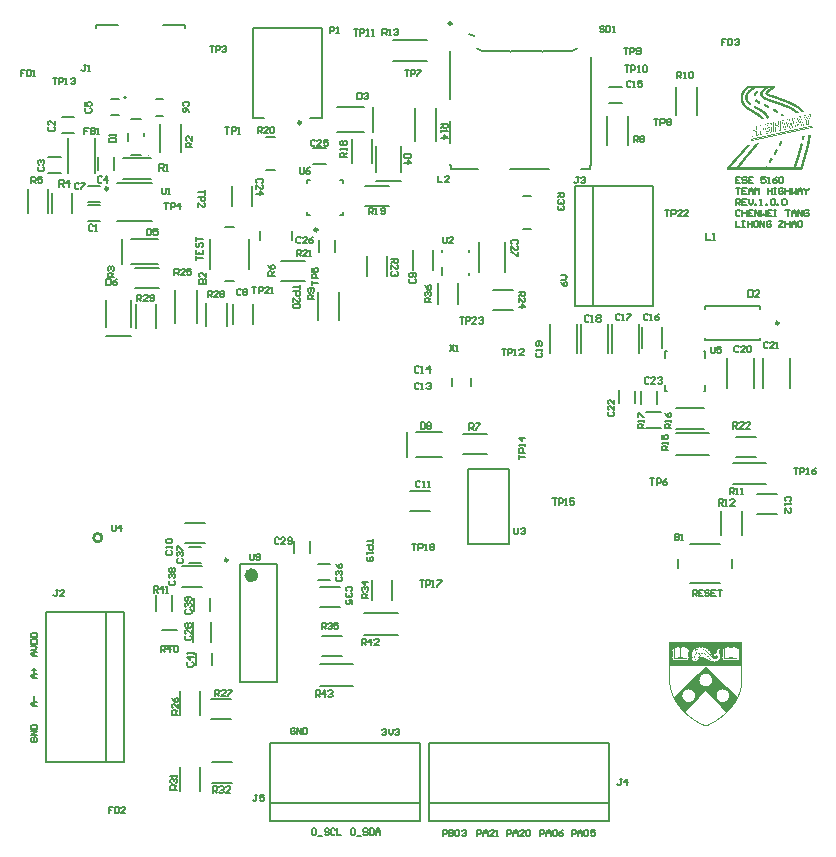
<source format=gto>
G04*
G04 #@! TF.GenerationSoftware,Altium Limited,Altium Designer,23.2.1 (34)*
G04*
G04 Layer_Color=65535*
%FSLAX44Y44*%
%MOMM*%
G71*
G04*
G04 #@! TF.SameCoordinates,6C2AB55D-B72B-4B93-AE35-0C838568E6CE*
G04*
G04*
G04 #@! TF.FilePolarity,Positive*
G04*
G01*
G75*
%ADD10C,0.2500*%
%ADD11C,0.1000*%
%ADD12C,0.2000*%
%ADD13C,0.6000*%
%ADD14C,0.2540*%
%ADD15C,0.1524*%
%ADD16C,0.1270*%
%ADD17C,0.2032*%
%ADD18C,0.1700*%
G36*
X637065Y637069D02*
X637343D01*
Y636930D01*
X637482D01*
Y636791D01*
X637622D01*
Y636652D01*
X637761D01*
Y636373D01*
X637900D01*
Y635956D01*
X637761D01*
Y635538D01*
X637622D01*
Y635399D01*
X637482D01*
Y635260D01*
X637343D01*
Y635121D01*
X637204D01*
Y634982D01*
X637065D01*
Y634843D01*
X636926D01*
Y634703D01*
X636787D01*
Y634425D01*
X636647D01*
Y634147D01*
X636508D01*
Y633868D01*
X636369D01*
Y633451D01*
X636230D01*
Y633173D01*
X636091D01*
Y633033D01*
X635952D01*
Y632894D01*
X635534D01*
Y632755D01*
X634977D01*
Y632894D01*
X634699D01*
Y633033D01*
X634560D01*
Y633173D01*
X634421D01*
Y633451D01*
X634282D01*
Y634286D01*
X634421D01*
Y634564D01*
X634560D01*
Y634982D01*
X634699D01*
Y635260D01*
X634838D01*
Y635538D01*
X634977D01*
Y635678D01*
X635117D01*
Y635956D01*
X635256D01*
Y636095D01*
X635395D01*
Y636234D01*
X635534D01*
Y636373D01*
X635673D01*
Y636512D01*
X635812D01*
Y636652D01*
X635952D01*
Y636791D01*
X636091D01*
Y636930D01*
X636230D01*
Y637069D01*
X636508D01*
Y637208D01*
X637065D01*
Y637069D01*
D02*
G37*
G36*
X636647Y629694D02*
X637065D01*
Y629554D01*
X637204D01*
Y629415D01*
X637343D01*
Y629276D01*
X637622D01*
Y629137D01*
X637761D01*
Y628998D01*
X637900D01*
Y628859D01*
X638178D01*
Y628720D01*
X638456D01*
Y628580D01*
X638735D01*
Y628441D01*
X639013D01*
Y628302D01*
X639152D01*
Y628163D01*
X639431D01*
Y628024D01*
X639570D01*
Y627885D01*
X639709D01*
Y627746D01*
X639848D01*
Y626771D01*
X639709D01*
Y626632D01*
X639570D01*
Y626493D01*
X639431D01*
Y626354D01*
X639152D01*
Y626215D01*
X638456D01*
Y626354D01*
X638178D01*
Y626493D01*
X637900D01*
Y626632D01*
X637622D01*
Y626771D01*
X637343D01*
Y626911D01*
X637204D01*
Y627050D01*
X636926D01*
Y627189D01*
X636787D01*
Y627328D01*
X636508D01*
Y627467D01*
X636369D01*
Y627606D01*
X636091D01*
Y627746D01*
X635952D01*
Y627885D01*
X635812D01*
Y628024D01*
X635673D01*
Y628163D01*
X635534D01*
Y628580D01*
X635395D01*
Y628859D01*
X635534D01*
Y629276D01*
X635673D01*
Y629415D01*
X635812D01*
Y629554D01*
X635952D01*
Y629694D01*
X636369D01*
Y629833D01*
X636647D01*
Y629694D01*
D02*
G37*
G36*
X643884Y625797D02*
X644440D01*
Y625658D01*
X644719D01*
Y625519D01*
X644858D01*
Y625380D01*
X645136D01*
Y625241D01*
X645415D01*
Y625101D01*
X645693D01*
Y624962D01*
X645971D01*
Y624823D01*
X646249D01*
Y624684D01*
X646528D01*
Y624545D01*
X646806D01*
Y624406D01*
X646945D01*
Y624266D01*
X647085D01*
Y624127D01*
X647224D01*
Y623849D01*
X647363D01*
Y623153D01*
X647224D01*
Y623014D01*
X647085D01*
Y622736D01*
X646806D01*
Y622597D01*
X646389D01*
Y622457D01*
X646249D01*
Y622597D01*
X645832D01*
Y622736D01*
X645554D01*
Y622875D01*
X645275D01*
Y623014D01*
X644997D01*
Y623153D01*
X644719D01*
Y623292D01*
X644440D01*
Y623432D01*
X644162D01*
Y623571D01*
X643884D01*
Y623710D01*
X643605D01*
Y623849D01*
X643327D01*
Y623988D01*
X643188D01*
Y624127D01*
X643049D01*
Y624266D01*
X642910D01*
Y624545D01*
X642770D01*
Y625101D01*
X642910D01*
Y625380D01*
X643049D01*
Y625519D01*
X643188D01*
Y625658D01*
X643327D01*
Y625797D01*
X643745D01*
Y625936D01*
X643884D01*
Y625797D01*
D02*
G37*
G36*
X651677Y641383D02*
X651955D01*
Y641244D01*
X652094D01*
Y641105D01*
X652233D01*
Y640966D01*
X652373D01*
Y639992D01*
X652233D01*
Y639852D01*
X652094D01*
Y639713D01*
X651955D01*
Y639574D01*
X651816D01*
Y639435D01*
X651677D01*
Y639296D01*
X651398D01*
Y639157D01*
X651259D01*
Y639017D01*
X651120D01*
Y638878D01*
X650842D01*
Y638739D01*
X650703D01*
Y638600D01*
X650563D01*
Y638461D01*
X650424D01*
Y638322D01*
X650146D01*
Y638182D01*
X650007D01*
Y638043D01*
X649868D01*
Y637904D01*
X649589D01*
Y637765D01*
X649450D01*
Y637626D01*
X649311D01*
Y637487D01*
X649172D01*
Y637347D01*
X648894D01*
Y637208D01*
X648754D01*
Y637069D01*
X648615D01*
Y636930D01*
X648476D01*
Y636791D01*
X648198D01*
Y636652D01*
X648059D01*
Y636512D01*
X647919D01*
Y636373D01*
X647780D01*
Y636234D01*
X647641D01*
Y636095D01*
X647363D01*
Y635956D01*
X647224D01*
Y635817D01*
X647085D01*
Y635678D01*
X646945D01*
Y635538D01*
X646806D01*
Y635399D01*
X646528D01*
Y635260D01*
X646389D01*
Y635121D01*
X646249D01*
Y634843D01*
X646389D01*
Y634703D01*
X646667D01*
Y634564D01*
X646945D01*
Y634425D01*
X647363D01*
Y634286D01*
X647780D01*
Y634147D01*
X648059D01*
Y634008D01*
X648476D01*
Y633868D01*
X648894D01*
Y633729D01*
X649311D01*
Y633590D01*
X649728D01*
Y633451D01*
X650146D01*
Y633312D01*
X650563D01*
Y633173D01*
X650981D01*
Y633033D01*
X651398D01*
Y632894D01*
X651955D01*
Y632755D01*
X652373D01*
Y632616D01*
X652790D01*
Y632477D01*
X653207D01*
Y632338D01*
X653625D01*
Y632199D01*
X653903D01*
Y632059D01*
X654321D01*
Y631920D01*
X654738D01*
Y631781D01*
X655156D01*
Y631642D01*
X655573D01*
Y631503D01*
X655991D01*
Y631364D01*
X656408D01*
Y631225D01*
X656686D01*
Y631085D01*
X657104D01*
Y630946D01*
X657522D01*
Y630807D01*
X657939D01*
Y630668D01*
X658217D01*
Y630529D01*
X658635D01*
Y630390D01*
X659052D01*
Y630250D01*
X659470D01*
Y630111D01*
X659748D01*
Y629972D01*
X660165D01*
Y629833D01*
X660583D01*
Y629694D01*
X660861D01*
Y629554D01*
X661279D01*
Y629415D01*
X661696D01*
Y629276D01*
X661975D01*
Y629137D01*
X662392D01*
Y628998D01*
X662670D01*
Y628859D01*
X663088D01*
Y628720D01*
X663366D01*
Y628580D01*
X663784D01*
Y628441D01*
X664062D01*
Y628302D01*
X664340D01*
Y628163D01*
X664758D01*
Y628024D01*
X665036D01*
Y627885D01*
X665314D01*
Y627746D01*
X665593D01*
Y627606D01*
X666010D01*
Y627467D01*
X666289D01*
Y627328D01*
X666567D01*
Y627189D01*
X666845D01*
Y627050D01*
X667123D01*
Y626911D01*
X667402D01*
Y626771D01*
X667680D01*
Y626632D01*
X667959D01*
Y626493D01*
X668237D01*
Y626354D01*
X668515D01*
Y626215D01*
X668793D01*
Y626076D01*
X669072D01*
Y625936D01*
X669211D01*
Y625797D01*
X669489D01*
Y625658D01*
X669768D01*
Y625519D01*
X669907D01*
Y625380D01*
X670185D01*
Y625241D01*
X670463D01*
Y625101D01*
X670602D01*
Y624962D01*
X670881D01*
Y624823D01*
X671159D01*
Y624684D01*
X671298D01*
Y624545D01*
X671577D01*
Y624406D01*
X671716D01*
Y624266D01*
X671855D01*
Y624127D01*
X672133D01*
Y623988D01*
X672272D01*
Y623849D01*
X672551D01*
Y623710D01*
X672690D01*
Y623571D01*
X672829D01*
Y623432D01*
X673107D01*
Y623292D01*
X673247D01*
Y623153D01*
X673386D01*
Y623014D01*
X673525D01*
Y622875D01*
X673803D01*
Y622736D01*
X673942D01*
Y622597D01*
X674081D01*
Y622457D01*
X674221D01*
Y622318D01*
X674360D01*
Y622179D01*
X674499D01*
Y622040D01*
X674777D01*
Y621901D01*
X674917D01*
Y621762D01*
X675056D01*
Y621622D01*
X675195D01*
Y621483D01*
X675334D01*
Y621344D01*
X675473D01*
Y621205D01*
X675612D01*
Y621066D01*
X675751D01*
Y620927D01*
X675891D01*
Y620788D01*
X676030D01*
Y620648D01*
X676169D01*
Y620509D01*
X676308D01*
Y620231D01*
X676447D01*
Y620092D01*
X676586D01*
Y619953D01*
X676726D01*
Y619813D01*
X676865D01*
Y619674D01*
X676726D01*
Y619257D01*
X675891D01*
Y619118D01*
X675195D01*
Y618978D01*
X674638D01*
Y619118D01*
X674499D01*
Y619396D01*
X674360D01*
Y619535D01*
X674221D01*
Y619674D01*
X674081D01*
Y619813D01*
X673942D01*
Y619953D01*
X673803D01*
Y620092D01*
X673664D01*
Y620231D01*
X673386D01*
Y620370D01*
X673247D01*
Y620509D01*
X673107D01*
Y620648D01*
X672968D01*
Y620788D01*
X672829D01*
Y620927D01*
X672690D01*
Y621066D01*
X672551D01*
Y621205D01*
X672272D01*
Y621344D01*
X672133D01*
Y621483D01*
X671994D01*
Y621622D01*
X671855D01*
Y621762D01*
X671577D01*
Y621901D01*
X671438D01*
Y622040D01*
X671298D01*
Y622179D01*
X671020D01*
Y622318D01*
X670881D01*
Y622457D01*
X670602D01*
Y622597D01*
X670463D01*
Y622736D01*
X670185D01*
Y622875D01*
X670046D01*
Y623014D01*
X669768D01*
Y623153D01*
X669628D01*
Y623292D01*
X669350D01*
Y623432D01*
X669211D01*
Y623571D01*
X668933D01*
Y623710D01*
X668654D01*
Y623849D01*
X668515D01*
Y623988D01*
X668237D01*
Y624127D01*
X667959D01*
Y624266D01*
X667680D01*
Y624406D01*
X667402D01*
Y624545D01*
X667123D01*
Y624684D01*
X666984D01*
Y624823D01*
X666706D01*
Y624962D01*
X666428D01*
Y625101D01*
X666149D01*
Y625241D01*
X665732D01*
Y625380D01*
X665454D01*
Y625519D01*
X665175D01*
Y625658D01*
X664897D01*
Y625797D01*
X664619D01*
Y625936D01*
X664201D01*
Y626076D01*
X663923D01*
Y626215D01*
X663644D01*
Y626354D01*
X663366D01*
Y626493D01*
X662949D01*
Y626632D01*
X662670D01*
Y626771D01*
X662253D01*
Y626911D01*
X661975D01*
Y627050D01*
X661557D01*
Y627189D01*
X661279D01*
Y627328D01*
X660861D01*
Y627467D01*
X660583D01*
Y627606D01*
X660165D01*
Y627746D01*
X659748D01*
Y627885D01*
X659470D01*
Y628024D01*
X659052D01*
Y628163D01*
X658635D01*
Y628302D01*
X658356D01*
Y628441D01*
X657939D01*
Y628580D01*
X657522D01*
Y628720D01*
X657104D01*
Y628859D01*
X656826D01*
Y628998D01*
X656408D01*
Y629137D01*
X655991D01*
Y629276D01*
X655573D01*
Y629415D01*
X655156D01*
Y629554D01*
X654877D01*
Y629694D01*
X654460D01*
Y629833D01*
X654043D01*
Y629972D01*
X653625D01*
Y630111D01*
X653207D01*
Y630250D01*
X652790D01*
Y630390D01*
X652373D01*
Y630529D01*
X651955D01*
Y630668D01*
X651538D01*
Y630807D01*
X651120D01*
Y630946D01*
X650703D01*
Y631085D01*
X650285D01*
Y631225D01*
X649868D01*
Y631364D01*
X649450D01*
Y631503D01*
X649033D01*
Y631642D01*
X648615D01*
Y631781D01*
X648198D01*
Y631920D01*
X647780D01*
Y632059D01*
X647363D01*
Y632199D01*
X646945D01*
Y632338D01*
X646528D01*
Y632477D01*
X646249D01*
Y632616D01*
X645971D01*
Y632755D01*
X645693D01*
Y632894D01*
X645415D01*
Y633033D01*
X645136D01*
Y633173D01*
X644997D01*
Y633312D01*
X644858D01*
Y633451D01*
X644719D01*
Y633590D01*
X644580D01*
Y633729D01*
X644440D01*
Y633868D01*
X644301D01*
Y634147D01*
X644162D01*
Y634564D01*
X644023D01*
Y635399D01*
X644162D01*
Y635817D01*
X644301D01*
Y636095D01*
X644440D01*
Y636373D01*
X644580D01*
Y636512D01*
X644719D01*
Y636652D01*
X644858D01*
Y636791D01*
X644997D01*
Y636930D01*
X645136D01*
Y637069D01*
X645275D01*
Y637208D01*
X645415D01*
Y637347D01*
X645554D01*
Y637487D01*
X645693D01*
Y637626D01*
X645832D01*
Y637765D01*
X646110D01*
Y637904D01*
X646249D01*
Y638043D01*
X646389D01*
Y638182D01*
X646667D01*
Y638322D01*
X646806D01*
Y638461D01*
X646945D01*
Y638600D01*
X647224D01*
Y638739D01*
X647363D01*
Y638878D01*
X647641D01*
Y639017D01*
X647780D01*
Y639157D01*
X648059D01*
Y639296D01*
X648198D01*
Y639435D01*
X646249D01*
Y639296D01*
X646110D01*
Y639157D01*
X645971D01*
Y639017D01*
X645832D01*
Y638878D01*
X645554D01*
Y638739D01*
X645415D01*
Y638600D01*
X645275D01*
Y638461D01*
X644997D01*
Y638322D01*
X644858D01*
Y638182D01*
X644719D01*
Y638043D01*
X644440D01*
Y637904D01*
X644301D01*
Y637765D01*
X644162D01*
Y637626D01*
X644023D01*
Y637487D01*
X643745D01*
Y637347D01*
X643605D01*
Y637208D01*
X643466D01*
Y637069D01*
X643327D01*
Y636930D01*
X643188D01*
Y636791D01*
X643049D01*
Y636652D01*
X642910D01*
Y636512D01*
X642770D01*
Y636373D01*
X642631D01*
Y636234D01*
X642492D01*
Y636095D01*
X642353D01*
Y635956D01*
X642214D01*
Y635678D01*
X642075D01*
Y635538D01*
X641936D01*
Y635260D01*
X641796D01*
Y634982D01*
X641657D01*
Y633868D01*
X641796D01*
Y633590D01*
X641936D01*
Y633312D01*
X642075D01*
Y633173D01*
X642214D01*
Y633033D01*
X642353D01*
Y632894D01*
X642492D01*
Y632755D01*
X642631D01*
Y632616D01*
X642770D01*
Y632477D01*
X642910D01*
Y632338D01*
X643188D01*
Y632199D01*
X643327D01*
Y632059D01*
X643605D01*
Y631920D01*
X643884D01*
Y631781D01*
X644023D01*
Y631642D01*
X644301D01*
Y631503D01*
X644580D01*
Y631364D01*
X644858D01*
Y631225D01*
X645136D01*
Y631085D01*
X645415D01*
Y630946D01*
X645693D01*
Y630807D01*
X646110D01*
Y630668D01*
X646389D01*
Y630529D01*
X646806D01*
Y630390D01*
X647085D01*
Y630250D01*
X647502D01*
Y630111D01*
X647780D01*
Y629972D01*
X648198D01*
Y629833D01*
X648615D01*
Y629694D01*
X649033D01*
Y629554D01*
X649311D01*
Y629415D01*
X649728D01*
Y629276D01*
X650146D01*
Y629137D01*
X650563D01*
Y628998D01*
X650981D01*
Y628859D01*
X651398D01*
Y628720D01*
X651816D01*
Y628580D01*
X652233D01*
Y628441D01*
X652651D01*
Y628302D01*
X653068D01*
Y628163D01*
X653486D01*
Y628024D01*
X654043D01*
Y627885D01*
X654460D01*
Y627746D01*
X654877D01*
Y627606D01*
X655295D01*
Y627467D01*
X655712D01*
Y627328D01*
X656130D01*
Y627189D01*
X656547D01*
Y627050D01*
X656965D01*
Y626911D01*
X657382D01*
Y626771D01*
X657800D01*
Y626632D01*
X658217D01*
Y626493D01*
X658635D01*
Y626354D01*
X659052D01*
Y626215D01*
X659331D01*
Y626076D01*
X659748D01*
Y625936D01*
X660165D01*
Y625797D01*
X660444D01*
Y625658D01*
X660861D01*
Y625519D01*
X661140D01*
Y625380D01*
X661557D01*
Y625241D01*
X661835D01*
Y625101D01*
X662253D01*
Y624962D01*
X662531D01*
Y624823D01*
X662810D01*
Y624684D01*
X663227D01*
Y624545D01*
X663505D01*
Y624406D01*
X663784D01*
Y624266D01*
X664062D01*
Y624127D01*
X664340D01*
Y623988D01*
X664619D01*
Y623849D01*
X665036D01*
Y623710D01*
X665314D01*
Y623571D01*
X665454D01*
Y623432D01*
X665732D01*
Y623292D01*
X666010D01*
Y623153D01*
X666289D01*
Y623014D01*
X666567D01*
Y622875D01*
X666845D01*
Y622736D01*
X666984D01*
Y622597D01*
X667263D01*
Y622457D01*
X667541D01*
Y622318D01*
X667680D01*
Y622179D01*
X667959D01*
Y622040D01*
X668098D01*
Y621901D01*
X668376D01*
Y621762D01*
X668654D01*
Y621622D01*
X668793D01*
Y621483D01*
X668933D01*
Y621344D01*
X669211D01*
Y621205D01*
X669350D01*
Y621066D01*
X669628D01*
Y620927D01*
X669768D01*
Y620788D01*
X669907D01*
Y620648D01*
X670046D01*
Y620509D01*
X670324D01*
Y620370D01*
X670463D01*
Y620231D01*
X670602D01*
Y620092D01*
X670742D01*
Y619953D01*
X670881D01*
Y619813D01*
X671020D01*
Y619674D01*
X671298D01*
Y619535D01*
X671438D01*
Y619396D01*
X671577D01*
Y619257D01*
X671716D01*
Y619118D01*
X671855D01*
Y618978D01*
X671994D01*
Y618839D01*
X672133D01*
Y618700D01*
X672272D01*
Y618561D01*
X672133D01*
Y618422D01*
X671298D01*
Y618283D01*
X670602D01*
Y618143D01*
X669628D01*
Y618283D01*
X669489D01*
Y618422D01*
X669350D01*
Y618561D01*
X669211D01*
Y618700D01*
X669072D01*
Y618839D01*
X668793D01*
Y618978D01*
X668654D01*
Y619118D01*
X668515D01*
Y619257D01*
X668376D01*
Y619396D01*
X668098D01*
Y619535D01*
X667959D01*
Y619674D01*
X667680D01*
Y619813D01*
X667541D01*
Y619953D01*
X667402D01*
Y620092D01*
X667123D01*
Y620231D01*
X666845D01*
Y620370D01*
X666706D01*
Y620509D01*
X666428D01*
Y620648D01*
X666289D01*
Y620788D01*
X666010D01*
Y620927D01*
X665732D01*
Y621066D01*
X665454D01*
Y621205D01*
X665314D01*
Y621344D01*
X665036D01*
Y621483D01*
X664758D01*
Y621622D01*
X664480D01*
Y621762D01*
X664201D01*
Y621901D01*
X663923D01*
Y622040D01*
X663644D01*
Y622179D01*
X663366D01*
Y622318D01*
X663088D01*
Y622457D01*
X662670D01*
Y622597D01*
X662392D01*
Y622736D01*
X662114D01*
Y622875D01*
X661835D01*
Y623014D01*
X661418D01*
Y623153D01*
X661140D01*
Y623292D01*
X660861D01*
Y623432D01*
X660444D01*
Y623571D01*
X660165D01*
Y623710D01*
X659748D01*
Y623849D01*
X659331D01*
Y623988D01*
X659052D01*
Y624127D01*
X658635D01*
Y624266D01*
X658217D01*
Y624406D01*
X657800D01*
Y624545D01*
X657382D01*
Y624684D01*
X657104D01*
Y624823D01*
X656686D01*
Y624962D01*
X656269D01*
Y625101D01*
X655712D01*
Y625241D01*
X655295D01*
Y625380D01*
X654877D01*
Y625519D01*
X654460D01*
Y625658D01*
X654043D01*
Y625797D01*
X653625D01*
Y625936D01*
X653207D01*
Y626076D01*
X652790D01*
Y626215D01*
X652373D01*
Y626354D01*
X651955D01*
Y626493D01*
X651538D01*
Y626632D01*
X651120D01*
Y626771D01*
X650703D01*
Y626911D01*
X650285D01*
Y627050D01*
X649868D01*
Y627189D01*
X649450D01*
Y627328D01*
X649033D01*
Y627467D01*
X648615D01*
Y627606D01*
X648198D01*
Y627746D01*
X647919D01*
Y627885D01*
X647502D01*
Y628024D01*
X647085D01*
Y628163D01*
X646667D01*
Y628302D01*
X646389D01*
Y628441D01*
X645971D01*
Y628580D01*
X645693D01*
Y628720D01*
X645275D01*
Y628859D01*
X644997D01*
Y628998D01*
X644719D01*
Y629137D01*
X644301D01*
Y629276D01*
X644023D01*
Y629415D01*
X643745D01*
Y629554D01*
X643466D01*
Y629694D01*
X643188D01*
Y629833D01*
X642910D01*
Y629972D01*
X642770D01*
Y630111D01*
X642492D01*
Y630250D01*
X642214D01*
Y630390D01*
X642075D01*
Y630529D01*
X641796D01*
Y630668D01*
X641657D01*
Y630807D01*
X641518D01*
Y630946D01*
X641240D01*
Y631085D01*
X641101D01*
Y631225D01*
X640961D01*
Y631364D01*
X640822D01*
Y631503D01*
X640683D01*
Y631642D01*
X640544D01*
Y631920D01*
X640405D01*
Y632059D01*
X640266D01*
Y632199D01*
X640126D01*
Y632477D01*
X639987D01*
Y632755D01*
X639848D01*
Y633033D01*
X639709D01*
Y633451D01*
X639570D01*
Y635260D01*
X639709D01*
Y635678D01*
X639848D01*
Y635956D01*
X639987D01*
Y636234D01*
X640126D01*
Y636512D01*
X640266D01*
Y636791D01*
X640405D01*
Y636930D01*
X640544D01*
Y637208D01*
X640683D01*
Y637347D01*
X640822D01*
Y637487D01*
X640961D01*
Y637626D01*
X641101D01*
Y637765D01*
X641240D01*
Y637904D01*
X641379D01*
Y638043D01*
X641518D01*
Y638182D01*
X641657D01*
Y638322D01*
X641796D01*
Y638461D01*
X641936D01*
Y638600D01*
X642075D01*
Y638739D01*
X642214D01*
Y638878D01*
X642353D01*
Y639017D01*
X642492D01*
Y639157D01*
X642770D01*
Y639296D01*
X642910D01*
Y639435D01*
X635812D01*
Y639296D01*
X635534D01*
Y639157D01*
X635395D01*
Y639017D01*
X635117D01*
Y638878D01*
X634977D01*
Y638739D01*
X634699D01*
Y638600D01*
X634421D01*
Y638461D01*
X634282D01*
Y638322D01*
X634003D01*
Y638182D01*
X633864D01*
Y638043D01*
X633725D01*
Y637904D01*
X633447D01*
Y637765D01*
X633308D01*
Y637626D01*
X633029D01*
Y637487D01*
X632890D01*
Y637347D01*
X632751D01*
Y637208D01*
X632612D01*
Y637069D01*
X632333D01*
Y636930D01*
X632194D01*
Y636791D01*
X632055D01*
Y636652D01*
X631916D01*
Y636512D01*
X631777D01*
Y636373D01*
X631638D01*
Y636234D01*
X631498D01*
Y636095D01*
X631359D01*
Y635956D01*
X631220D01*
Y635817D01*
X631081D01*
Y635678D01*
X630942D01*
Y635538D01*
X630803D01*
Y635399D01*
X630664D01*
Y635260D01*
X630524D01*
Y635121D01*
X630385D01*
Y634982D01*
X630246D01*
Y634703D01*
X630107D01*
Y634564D01*
X629968D01*
Y634286D01*
X629829D01*
Y634147D01*
X629689D01*
Y633868D01*
X629550D01*
Y633590D01*
X629411D01*
Y633312D01*
X629272D01*
Y633033D01*
X629133D01*
Y632477D01*
X628994D01*
Y630529D01*
X629133D01*
Y629972D01*
X629272D01*
Y629694D01*
X629411D01*
Y629276D01*
X629550D01*
Y629137D01*
X629689D01*
Y628859D01*
X629829D01*
Y628580D01*
X629968D01*
Y628441D01*
X630107D01*
Y628302D01*
X630246D01*
Y628024D01*
X630385D01*
Y627885D01*
X630524D01*
Y627746D01*
X630664D01*
Y627606D01*
X630803D01*
Y627467D01*
X630942D01*
Y627328D01*
X631081D01*
Y627189D01*
X631220D01*
Y627050D01*
X631359D01*
Y626911D01*
X631498D01*
Y626771D01*
X631638D01*
Y626632D01*
X631777D01*
Y626493D01*
X631916D01*
Y626354D01*
X632055D01*
Y625380D01*
X631916D01*
Y625101D01*
X631638D01*
Y624962D01*
X631498D01*
Y624823D01*
X630664D01*
Y624962D01*
X630385D01*
Y625101D01*
X630246D01*
Y625241D01*
X630107D01*
Y625380D01*
X629968D01*
Y625519D01*
X629829D01*
Y625658D01*
X629689D01*
Y625797D01*
X629550D01*
Y625936D01*
X629411D01*
Y626076D01*
X629272D01*
Y626215D01*
X629133D01*
Y626354D01*
X628994D01*
Y626493D01*
X628854D01*
Y626632D01*
X628715D01*
Y626771D01*
X628576D01*
Y627050D01*
X628437D01*
Y627189D01*
X628298D01*
Y627328D01*
X628159D01*
Y627606D01*
X628019D01*
Y627746D01*
X627880D01*
Y628024D01*
X627741D01*
Y628302D01*
X627602D01*
Y628580D01*
X627463D01*
Y628859D01*
X627324D01*
Y629276D01*
X627184D01*
Y629694D01*
X627045D01*
Y630250D01*
X626906D01*
Y632616D01*
X627045D01*
Y633312D01*
X627184D01*
Y633729D01*
X627324D01*
Y634008D01*
X627463D01*
Y634425D01*
X627602D01*
Y634703D01*
X627741D01*
Y634982D01*
X627880D01*
Y635121D01*
X628019D01*
Y635399D01*
X628159D01*
Y635538D01*
X628298D01*
Y635817D01*
X628437D01*
Y635956D01*
X628576D01*
Y636234D01*
X628715D01*
Y636373D01*
X628854D01*
Y636512D01*
X628994D01*
Y636652D01*
X629133D01*
Y636791D01*
X629272D01*
Y637069D01*
X629411D01*
Y637208D01*
X629550D01*
Y637347D01*
X629689D01*
Y637487D01*
X629829D01*
Y637626D01*
X629968D01*
Y637765D01*
X630107D01*
Y637904D01*
X630385D01*
Y638043D01*
X630524D01*
Y638182D01*
X630664D01*
Y638322D01*
X630803D01*
Y638461D01*
X630942D01*
Y638600D01*
X631081D01*
Y638739D01*
X631359D01*
Y638878D01*
X631498D01*
Y639017D01*
X631638D01*
Y639157D01*
X631916D01*
Y639296D01*
X632055D01*
Y639435D01*
X630107D01*
Y639296D01*
X629968D01*
Y639157D01*
X629689D01*
Y639017D01*
X629550D01*
Y638878D01*
X629272D01*
Y638739D01*
X629133D01*
Y638600D01*
X628994D01*
Y638461D01*
X628715D01*
Y638322D01*
X628576D01*
Y638182D01*
X628437D01*
Y638043D01*
X628298D01*
Y637904D01*
X628159D01*
Y637765D01*
X628019D01*
Y637626D01*
X627880D01*
Y637487D01*
X627741D01*
Y637347D01*
X627602D01*
Y637208D01*
X627463D01*
Y636930D01*
X627324D01*
Y636791D01*
X627184D01*
Y636652D01*
X627045D01*
Y636512D01*
X626906D01*
Y636234D01*
X626767D01*
Y636095D01*
X626628D01*
Y635817D01*
X626489D01*
Y635678D01*
X626350D01*
Y635399D01*
X626210D01*
Y635121D01*
X626071D01*
Y634843D01*
X625932D01*
Y634564D01*
X625793D01*
Y634286D01*
X625654D01*
Y633868D01*
X625515D01*
Y633451D01*
X625376D01*
Y632894D01*
X625236D01*
Y632199D01*
X625097D01*
Y629972D01*
X625236D01*
Y629137D01*
X625376D01*
Y628720D01*
X625515D01*
Y628302D01*
X625654D01*
Y627885D01*
X625793D01*
Y627606D01*
X625932D01*
Y627328D01*
X626071D01*
Y627050D01*
X626210D01*
Y626771D01*
X626350D01*
Y626632D01*
X626489D01*
Y626354D01*
X626628D01*
Y626215D01*
X626767D01*
Y625936D01*
X626906D01*
Y625797D01*
X627045D01*
Y625658D01*
X627184D01*
Y625380D01*
X627324D01*
Y625241D01*
X627463D01*
Y625101D01*
X627602D01*
Y624962D01*
X627741D01*
Y624823D01*
X627880D01*
Y624684D01*
X628019D01*
Y624545D01*
X628159D01*
Y624406D01*
X628298D01*
Y624266D01*
X628437D01*
Y624127D01*
X628576D01*
Y623988D01*
X628854D01*
Y623849D01*
X628994D01*
Y623710D01*
X629133D01*
Y623571D01*
X629272D01*
Y623432D01*
X629550D01*
Y623292D01*
X629689D01*
Y623153D01*
X629829D01*
Y623014D01*
X630107D01*
Y622875D01*
X630246D01*
Y622736D01*
X630524D01*
Y622597D01*
X630664D01*
Y622457D01*
X630942D01*
Y622318D01*
X631081D01*
Y622179D01*
X631359D01*
Y622040D01*
X631638D01*
Y621901D01*
X631777D01*
Y621762D01*
X632055D01*
Y621622D01*
X632194D01*
Y621483D01*
X632473D01*
Y621344D01*
X632751D01*
Y621205D01*
X633029D01*
Y621066D01*
X633168D01*
Y620927D01*
X633447D01*
Y620788D01*
X633725D01*
Y620648D01*
X633864D01*
Y620509D01*
X634142D01*
Y620370D01*
X634421D01*
Y620231D01*
X634560D01*
Y620092D01*
X634838D01*
Y619953D01*
X635117D01*
Y619813D01*
X635395D01*
Y619674D01*
X635534D01*
Y619535D01*
X635812D01*
Y619396D01*
X636091D01*
Y619257D01*
X636230D01*
Y619118D01*
X636508D01*
Y618978D01*
X636787D01*
Y618839D01*
X636926D01*
Y618700D01*
X637204D01*
Y618561D01*
X637343D01*
Y618422D01*
X637622D01*
Y618283D01*
X637900D01*
Y618143D01*
X638039D01*
Y618004D01*
X638317D01*
Y617865D01*
X638456D01*
Y617726D01*
X638596D01*
Y617587D01*
X638874D01*
Y617448D01*
X639013D01*
Y617308D01*
X639291D01*
Y617169D01*
X639431D01*
Y617030D01*
X639570D01*
Y616891D01*
X639848D01*
Y616752D01*
X639987D01*
Y616613D01*
X640126D01*
Y616474D01*
X640266D01*
Y616334D01*
X640405D01*
Y616195D01*
X640544D01*
Y616056D01*
X640822D01*
Y615917D01*
X640961D01*
Y615778D01*
X641101D01*
Y615639D01*
X641240D01*
Y615499D01*
X641379D01*
Y615360D01*
X641518D01*
Y615221D01*
X641657D01*
Y615082D01*
X641796D01*
Y614943D01*
X641936D01*
Y614664D01*
X642075D01*
Y614525D01*
X642214D01*
Y614386D01*
X642353D01*
Y614108D01*
X642492D01*
Y613969D01*
X642631D01*
Y613690D01*
X642770D01*
Y613412D01*
X642910D01*
Y613134D01*
X642353D01*
Y612994D01*
X641518D01*
Y612855D01*
X640683D01*
Y613134D01*
X640544D01*
Y613273D01*
X640405D01*
Y613412D01*
X640266D01*
Y613551D01*
X640126D01*
Y613829D01*
X639987D01*
Y613969D01*
X639848D01*
Y614108D01*
X639709D01*
Y614247D01*
X639431D01*
Y614386D01*
X639291D01*
Y614525D01*
X639152D01*
Y614664D01*
X639013D01*
Y614804D01*
X638874D01*
Y614943D01*
X638596D01*
Y615082D01*
X638456D01*
Y615221D01*
X638317D01*
Y615360D01*
X638039D01*
Y615499D01*
X637900D01*
Y615639D01*
X637622D01*
Y615778D01*
X637482D01*
Y615917D01*
X637343D01*
Y616056D01*
X637065D01*
Y616195D01*
X636926D01*
Y616334D01*
X636647D01*
Y616474D01*
X636369D01*
Y616613D01*
X636230D01*
Y616752D01*
X635952D01*
Y616891D01*
X635812D01*
Y617030D01*
X635534D01*
Y617169D01*
X635256D01*
Y617308D01*
X635117D01*
Y617448D01*
X634838D01*
Y617587D01*
X634699D01*
Y617726D01*
X634421D01*
Y617865D01*
X634282D01*
Y618004D01*
X634003D01*
Y618143D01*
X633725D01*
Y618283D01*
X633586D01*
Y618422D01*
X633308D01*
Y618561D01*
X633029D01*
Y618700D01*
X632890D01*
Y618839D01*
X632612D01*
Y618978D01*
X632333D01*
Y619118D01*
X632194D01*
Y619257D01*
X631916D01*
Y619396D01*
X631638D01*
Y619535D01*
X631498D01*
Y619674D01*
X631220D01*
Y619813D01*
X630942D01*
Y619953D01*
X630803D01*
Y620092D01*
X630524D01*
Y620231D01*
X630246D01*
Y620370D01*
X630107D01*
Y620509D01*
X629829D01*
Y620648D01*
X629689D01*
Y620788D01*
X629411D01*
Y620927D01*
X629272D01*
Y621066D01*
X628994D01*
Y621205D01*
X628854D01*
Y621344D01*
X628576D01*
Y621483D01*
X628437D01*
Y621622D01*
X628298D01*
Y621762D01*
X628019D01*
Y621901D01*
X627880D01*
Y622040D01*
X627741D01*
Y622179D01*
X627602D01*
Y622318D01*
X627324D01*
Y622457D01*
X627184D01*
Y622597D01*
X627045D01*
Y622736D01*
X626906D01*
Y622875D01*
X626767D01*
Y623014D01*
X626628D01*
Y623153D01*
X626489D01*
Y623292D01*
X626350D01*
Y623432D01*
X626210D01*
Y623571D01*
X626071D01*
Y623710D01*
X625932D01*
Y623849D01*
X625793D01*
Y623988D01*
X625654D01*
Y624127D01*
X625515D01*
Y624406D01*
X625376D01*
Y624545D01*
X625236D01*
Y624684D01*
X625097D01*
Y624962D01*
X624958D01*
Y625101D01*
X624819D01*
Y625380D01*
X624680D01*
Y625519D01*
X624540D01*
Y625797D01*
X624401D01*
Y625936D01*
X624262D01*
Y626215D01*
X624123D01*
Y626493D01*
X623984D01*
Y626771D01*
X623845D01*
Y627189D01*
X623705D01*
Y627467D01*
X623566D01*
Y627885D01*
X623427D01*
Y628441D01*
X623288D01*
Y628998D01*
X623149D01*
Y629833D01*
X623010D01*
Y632338D01*
X623149D01*
Y633173D01*
X623288D01*
Y633729D01*
X623427D01*
Y634147D01*
X623566D01*
Y634564D01*
X623705D01*
Y634982D01*
X623845D01*
Y635260D01*
X623984D01*
Y635678D01*
X624123D01*
Y635956D01*
X624262D01*
Y636234D01*
X624401D01*
Y636373D01*
X624540D01*
Y636652D01*
X624680D01*
Y636930D01*
X624819D01*
Y637069D01*
X624958D01*
Y637347D01*
X625097D01*
Y637487D01*
X625236D01*
Y637626D01*
X625376D01*
Y637904D01*
X625515D01*
Y638043D01*
X625654D01*
Y638182D01*
X625793D01*
Y638461D01*
X625932D01*
Y638600D01*
X626071D01*
Y638739D01*
X626210D01*
Y638878D01*
X626350D01*
Y639017D01*
X626489D01*
Y639157D01*
X626628D01*
Y639296D01*
X626767D01*
Y639435D01*
X626906D01*
Y639574D01*
X627045D01*
Y639713D01*
X627184D01*
Y639852D01*
X627324D01*
Y639992D01*
X627602D01*
Y640131D01*
X627741D01*
Y640270D01*
X627880D01*
Y640409D01*
X628019D01*
Y640548D01*
X628298D01*
Y640687D01*
X628437D01*
Y640826D01*
X628576D01*
Y640966D01*
X628854D01*
Y641105D01*
X629133D01*
Y641244D01*
X629272D01*
Y641383D01*
X629550D01*
Y641522D01*
X651677D01*
Y641383D01*
D02*
G37*
G36*
X651538Y621901D02*
X651816D01*
Y621762D01*
X652094D01*
Y621622D01*
X652373D01*
Y621483D01*
X652512D01*
Y621344D01*
X652790D01*
Y621205D01*
X653068D01*
Y621066D01*
X653207D01*
Y620927D01*
X653486D01*
Y620788D01*
X653764D01*
Y620648D01*
X654043D01*
Y620509D01*
X654182D01*
Y620370D01*
X654321D01*
Y620231D01*
X654460D01*
Y620092D01*
X654599D01*
Y619674D01*
X654738D01*
Y619396D01*
X654599D01*
Y618978D01*
X654460D01*
Y618839D01*
X654321D01*
Y618700D01*
X654043D01*
Y618561D01*
X653207D01*
Y618700D01*
X652929D01*
Y618839D01*
X652651D01*
Y618978D01*
X652512D01*
Y619118D01*
X652233D01*
Y619257D01*
X651955D01*
Y619396D01*
X651677D01*
Y619535D01*
X651538D01*
Y619674D01*
X651259D01*
Y619813D01*
X650981D01*
Y619953D01*
X650842D01*
Y620092D01*
X650563D01*
Y620231D01*
X650424D01*
Y620370D01*
X650285D01*
Y620788D01*
X650146D01*
Y621205D01*
X650285D01*
Y621483D01*
X650424D01*
Y621622D01*
X650563D01*
Y621762D01*
X650703D01*
Y621901D01*
X650981D01*
Y622040D01*
X651538D01*
Y621901D01*
D02*
G37*
G36*
X658496Y617448D02*
X658774D01*
Y617308D01*
X659052D01*
Y617169D01*
X659191D01*
Y617030D01*
X659331D01*
Y616891D01*
X659470D01*
Y616613D01*
X659609D01*
Y616474D01*
X659748D01*
Y616334D01*
X659887D01*
Y616195D01*
X659052D01*
Y616056D01*
X658356D01*
Y615917D01*
X657522D01*
Y615778D01*
X657382D01*
Y616056D01*
X657243D01*
Y616891D01*
X657382D01*
Y617169D01*
X657522D01*
Y617308D01*
X657661D01*
Y617448D01*
X658078D01*
Y617587D01*
X658496D01*
Y617448D01*
D02*
G37*
G36*
X682740Y617431D02*
X682817D01*
Y617354D01*
X682893D01*
Y617201D01*
X682970D01*
Y617124D01*
X682893D01*
Y616818D01*
X682817D01*
Y616665D01*
X682740D01*
Y616435D01*
X682663D01*
Y616281D01*
X682587D01*
Y616051D01*
X682510D01*
Y615898D01*
X682433D01*
Y615745D01*
X682357D01*
Y615515D01*
X682280D01*
Y615361D01*
X682204D01*
Y615208D01*
X682127D01*
Y614978D01*
X682050D01*
Y614825D01*
X681973D01*
Y614595D01*
X681897D01*
Y614441D01*
X681820D01*
Y614288D01*
X681743D01*
Y614058D01*
X681667D01*
Y613905D01*
X681590D01*
Y613751D01*
X681514D01*
Y613522D01*
X681437D01*
Y613368D01*
X681360D01*
Y613138D01*
X681284D01*
Y612985D01*
X681207D01*
Y612832D01*
X681130D01*
Y612602D01*
X681054D01*
Y612448D01*
X680977D01*
Y612295D01*
X680900D01*
Y612065D01*
X680824D01*
Y611912D01*
X680747D01*
Y609152D01*
X680824D01*
Y608922D01*
X680747D01*
Y608692D01*
X680670D01*
Y608616D01*
X680594D01*
Y608539D01*
X680440D01*
Y608462D01*
X680210D01*
Y608386D01*
X679904D01*
Y608309D01*
X679597D01*
Y608232D01*
X679061D01*
Y608309D01*
X678907D01*
Y608462D01*
X678831D01*
Y609305D01*
X678754D01*
Y611452D01*
X678677D01*
Y611605D01*
X678601D01*
Y611758D01*
X678524D01*
Y611912D01*
X678447D01*
Y612065D01*
X678371D01*
Y612142D01*
X678294D01*
Y612295D01*
X678217D01*
Y612448D01*
X678141D01*
Y612602D01*
X678064D01*
Y612755D01*
X677987D01*
Y612832D01*
X677911D01*
Y612985D01*
X677834D01*
Y613138D01*
X677757D01*
Y613292D01*
X677681D01*
Y613445D01*
X677604D01*
Y613598D01*
X677527D01*
Y613675D01*
X677451D01*
Y613828D01*
X677374D01*
Y613982D01*
X677298D01*
Y614135D01*
X677221D01*
Y614288D01*
X677144D01*
Y614365D01*
X677068D01*
Y614518D01*
X676991D01*
Y614671D01*
X676914D01*
Y614825D01*
X676838D01*
Y614978D01*
X676761D01*
Y615055D01*
X676684D01*
Y615208D01*
X676608D01*
Y615361D01*
X676531D01*
Y615515D01*
X676454D01*
Y615668D01*
X676378D01*
Y615975D01*
X676454D01*
Y616128D01*
X676531D01*
Y616204D01*
X676684D01*
Y616281D01*
X676914D01*
Y616358D01*
X677144D01*
Y616435D01*
X677527D01*
Y616511D01*
X678141D01*
Y616435D01*
X678217D01*
Y616358D01*
X678294D01*
Y616281D01*
X678371D01*
Y616204D01*
X678447D01*
Y616051D01*
X678524D01*
Y615898D01*
X678601D01*
Y615745D01*
X678677D01*
Y615591D01*
X678754D01*
Y615438D01*
X678831D01*
Y615285D01*
X678907D01*
Y615131D01*
X678984D01*
Y615055D01*
X679061D01*
Y614901D01*
X679137D01*
Y614748D01*
X679214D01*
Y614595D01*
X679291D01*
Y614441D01*
X679367D01*
Y614288D01*
X679444D01*
Y614135D01*
X679520D01*
Y613982D01*
X679597D01*
Y613828D01*
X679751D01*
Y614058D01*
X679827D01*
Y614288D01*
X679904D01*
Y614441D01*
X679980D01*
Y614671D01*
X680057D01*
Y614901D01*
X680134D01*
Y615055D01*
X680210D01*
Y615285D01*
X680287D01*
Y615515D01*
X680364D01*
Y615668D01*
X680440D01*
Y615898D01*
X680517D01*
Y615975D01*
Y616051D01*
Y616128D01*
X680594D01*
Y616281D01*
X680670D01*
Y616511D01*
X680747D01*
Y616665D01*
X680824D01*
Y616894D01*
X680900D01*
Y617048D01*
X680977D01*
Y617124D01*
X681130D01*
Y617201D01*
X681207D01*
Y617278D01*
X681437D01*
Y617354D01*
X681743D01*
Y617431D01*
X682127D01*
Y617508D01*
X682740D01*
Y617431D01*
D02*
G37*
G36*
X635534Y624127D02*
X635812D01*
Y623988D01*
X636091D01*
Y623849D01*
X636369D01*
Y623710D01*
X636647D01*
Y623571D01*
X636926D01*
Y623432D01*
X637204D01*
Y623292D01*
X637482D01*
Y623153D01*
X637761D01*
Y623014D01*
X638039D01*
Y622875D01*
X638317D01*
Y622736D01*
X638596D01*
Y622597D01*
X638874D01*
Y622457D01*
X639013D01*
Y622318D01*
X639291D01*
Y622179D01*
X639570D01*
Y622040D01*
X639848D01*
Y621901D01*
X640126D01*
Y621762D01*
X640266D01*
Y621622D01*
X640544D01*
Y621483D01*
X640822D01*
Y621344D01*
X640961D01*
Y621205D01*
X641240D01*
Y621066D01*
X641518D01*
Y620927D01*
X641657D01*
Y620788D01*
X641936D01*
Y620648D01*
X642075D01*
Y620509D01*
X642353D01*
Y620370D01*
X642492D01*
Y620231D01*
X642631D01*
Y620092D01*
X642910D01*
Y619953D01*
X643049D01*
Y619813D01*
X643188D01*
Y619674D01*
X643327D01*
Y619535D01*
X643605D01*
Y619396D01*
X643745D01*
Y619257D01*
X643884D01*
Y619118D01*
X644023D01*
Y618978D01*
X644162D01*
Y618839D01*
X644301D01*
Y618700D01*
X644440D01*
Y618561D01*
X644580D01*
Y618422D01*
X644719D01*
Y618283D01*
X644858D01*
Y618143D01*
X644997D01*
Y618004D01*
X645136D01*
Y617865D01*
X645275D01*
Y617726D01*
X645415D01*
Y617448D01*
X645554D01*
Y617308D01*
X645693D01*
Y617169D01*
X645832D01*
Y617030D01*
X645971D01*
Y616752D01*
X646110D01*
Y616613D01*
X646249D01*
Y616334D01*
X646389D01*
Y616056D01*
X646528D01*
Y615917D01*
X646667D01*
Y615639D01*
X646806D01*
Y615360D01*
X646945D01*
Y615082D01*
X647085D01*
Y614664D01*
X647224D01*
Y614386D01*
X647363D01*
Y613969D01*
X646945D01*
Y613829D01*
X646110D01*
Y613690D01*
X645275D01*
Y613969D01*
X645136D01*
Y614247D01*
X644997D01*
Y614525D01*
X644858D01*
Y614804D01*
X644719D01*
Y615082D01*
X644580D01*
Y615360D01*
X644440D01*
Y615499D01*
X644301D01*
Y615778D01*
X644162D01*
Y615917D01*
X644023D01*
Y616056D01*
X643884D01*
Y616334D01*
X643745D01*
Y616474D01*
X643605D01*
Y616613D01*
X643466D01*
Y616752D01*
X643327D01*
Y616891D01*
X643188D01*
Y617030D01*
X643049D01*
Y617169D01*
X642910D01*
Y617308D01*
X642770D01*
Y617448D01*
X642631D01*
Y617587D01*
X642492D01*
Y617726D01*
X642353D01*
Y617865D01*
X642214D01*
Y618004D01*
X641936D01*
Y618143D01*
X641796D01*
Y618283D01*
X641657D01*
Y618422D01*
X641379D01*
Y618561D01*
X641240D01*
Y618700D01*
X641101D01*
Y618839D01*
X640822D01*
Y618978D01*
X640683D01*
Y619118D01*
X640405D01*
Y619257D01*
X640266D01*
Y619396D01*
X639987D01*
Y619535D01*
X639709D01*
Y619674D01*
X639570D01*
Y619813D01*
X639291D01*
Y619953D01*
X639013D01*
Y620092D01*
X638735D01*
Y620231D01*
X638596D01*
Y620370D01*
X638317D01*
Y620509D01*
X638039D01*
Y620648D01*
X637761D01*
Y620788D01*
X637482D01*
Y620927D01*
X637204D01*
Y621066D01*
X636926D01*
Y621205D01*
X636647D01*
Y621344D01*
X636369D01*
Y621483D01*
X636091D01*
Y621622D01*
X635952D01*
Y621762D01*
X635673D01*
Y621901D01*
X635395D01*
Y622040D01*
X635117D01*
Y622179D01*
X634838D01*
Y622318D01*
X634560D01*
Y622457D01*
X634421D01*
Y622597D01*
X634282D01*
Y622875D01*
X634142D01*
Y623710D01*
X634282D01*
Y623849D01*
X634421D01*
Y623988D01*
X634560D01*
Y624127D01*
X634699D01*
Y624266D01*
X635534D01*
Y624127D01*
D02*
G37*
G36*
X681318Y608541D02*
X681179D01*
Y608680D01*
X681318D01*
Y608541D01*
D02*
G37*
G36*
X643466Y608263D02*
X643327D01*
Y608402D01*
X643466D01*
Y608263D01*
D02*
G37*
G36*
X668635Y614365D02*
X668712D01*
Y614288D01*
X668789D01*
Y614212D01*
X668865D01*
Y613828D01*
X668789D01*
Y613445D01*
X668712D01*
Y613062D01*
X668635D01*
Y612755D01*
X668559D01*
Y612372D01*
X668482D01*
Y612065D01*
X668406D01*
Y611682D01*
X668329D01*
Y611375D01*
X668252D01*
Y610992D01*
X668176D01*
Y610685D01*
X668099D01*
Y610302D01*
X668022D01*
Y609995D01*
X667946D01*
Y609612D01*
X667869D01*
Y609305D01*
X667792D01*
Y608922D01*
X667716D01*
Y608616D01*
X667639D01*
Y608309D01*
X667562D01*
Y607926D01*
X667486D01*
Y607619D01*
X667409D01*
Y607236D01*
X667332D01*
Y606929D01*
X667256D01*
Y606546D01*
X667179D01*
Y606239D01*
X667102D01*
Y605933D01*
X667026D01*
Y605779D01*
X666949D01*
Y605703D01*
X666872D01*
Y605626D01*
X666796D01*
Y605549D01*
X666642D01*
Y605473D01*
X666489D01*
Y605396D01*
X666182D01*
Y605319D01*
X665876D01*
Y605243D01*
X665493D01*
Y605166D01*
X664803D01*
Y605243D01*
X664649D01*
Y605319D01*
X664573D01*
Y605549D01*
X664496D01*
Y605779D01*
X664419D01*
Y606086D01*
X664343D01*
Y606316D01*
X664266D01*
Y606623D01*
X664190D01*
Y606853D01*
X664113D01*
Y607159D01*
X664036D01*
Y607466D01*
X663960D01*
Y607696D01*
X663883D01*
Y608002D01*
X663806D01*
Y608232D01*
X663729D01*
Y608539D01*
X663653D01*
Y608846D01*
X663576D01*
Y609076D01*
X663500D01*
Y609382D01*
X663423D01*
Y609612D01*
X663346D01*
Y609535D01*
X663270D01*
Y609152D01*
X663193D01*
Y608769D01*
X663116D01*
Y608386D01*
X663040D01*
Y608002D01*
X662963D01*
Y607619D01*
X662886D01*
Y607236D01*
X662810D01*
Y606853D01*
X662733D01*
Y606469D01*
X662656D01*
Y606086D01*
X662580D01*
Y605703D01*
X662503D01*
Y605319D01*
X662426D01*
Y605013D01*
X662350D01*
Y604783D01*
X662273D01*
Y604706D01*
X662196D01*
Y604630D01*
X662120D01*
Y604553D01*
X662043D01*
Y604476D01*
X661890D01*
Y604400D01*
X661583D01*
Y604323D01*
X661277D01*
Y604246D01*
X660970D01*
Y604170D01*
X660510D01*
Y604093D01*
X660203D01*
Y604170D01*
X660050D01*
Y604246D01*
X659897D01*
Y604400D01*
X659820D01*
Y604630D01*
X659743D01*
Y604860D01*
X659667D01*
Y605166D01*
X659590D01*
Y605396D01*
X659513D01*
Y605703D01*
X659437D01*
Y605933D01*
X659360D01*
Y606239D01*
X659284D01*
Y606469D01*
X659207D01*
Y606776D01*
X659130D01*
Y607006D01*
X659053D01*
Y607313D01*
X658977D01*
Y607542D01*
X658900D01*
Y607849D01*
X658824D01*
Y608079D01*
X658747D01*
Y608386D01*
X658670D01*
Y608692D01*
X658594D01*
Y608922D01*
X658517D01*
Y609229D01*
X658440D01*
Y609459D01*
X658364D01*
Y609766D01*
X658287D01*
Y609995D01*
X658210D01*
Y610302D01*
X658134D01*
Y610532D01*
X658057D01*
Y610839D01*
X657980D01*
Y611069D01*
X657904D01*
Y611375D01*
X657827D01*
Y611988D01*
X657904D01*
Y612065D01*
X657980D01*
Y612142D01*
X658057D01*
Y612218D01*
X658287D01*
Y612295D01*
X658594D01*
Y612372D01*
X658900D01*
Y612448D01*
X659513D01*
Y612372D01*
X659667D01*
Y612295D01*
X659743D01*
Y612142D01*
X659820D01*
Y611835D01*
X659897D01*
Y611529D01*
X659973D01*
Y611222D01*
X660050D01*
Y610915D01*
X660127D01*
Y610609D01*
X660203D01*
Y610302D01*
X660280D01*
Y609919D01*
X660357D01*
Y609612D01*
X660433D01*
Y609305D01*
X660510D01*
Y608999D01*
X660587D01*
Y608692D01*
X660663D01*
Y608386D01*
X660740D01*
Y608079D01*
X660817D01*
Y607772D01*
X660893D01*
Y607466D01*
X660970D01*
Y607159D01*
X661047D01*
Y607082D01*
X661123D01*
Y607466D01*
X661200D01*
Y607772D01*
X661277D01*
Y608156D01*
X661353D01*
Y608539D01*
X661430D01*
Y608922D01*
X661507D01*
Y609305D01*
X661583D01*
Y609689D01*
X661660D01*
Y610072D01*
X661737D01*
Y610455D01*
X661813D01*
Y610762D01*
X661890D01*
Y611145D01*
X661966D01*
Y611529D01*
X662043D01*
Y611912D01*
X662120D01*
Y612295D01*
X662196D01*
Y612678D01*
X662273D01*
Y612908D01*
X662350D01*
Y612985D01*
X662426D01*
Y613062D01*
X662503D01*
Y613138D01*
X662656D01*
Y613215D01*
X662810D01*
Y613292D01*
X663116D01*
Y613368D01*
X663500D01*
Y613445D01*
X664190D01*
Y613368D01*
X664266D01*
Y613292D01*
X664343D01*
Y613138D01*
X664419D01*
Y612908D01*
X664496D01*
Y612602D01*
X664573D01*
Y612295D01*
X664649D01*
Y612065D01*
X664726D01*
Y611758D01*
X664803D01*
Y611452D01*
X664879D01*
Y611222D01*
X664956D01*
Y610915D01*
X665033D01*
Y610609D01*
X665109D01*
Y610379D01*
X665186D01*
Y610072D01*
X665263D01*
Y609766D01*
X665339D01*
Y609535D01*
X665416D01*
Y609229D01*
X665493D01*
Y608922D01*
X665569D01*
Y608692D01*
X665646D01*
Y608386D01*
X665723D01*
Y608079D01*
X665799D01*
Y608156D01*
X665876D01*
Y608539D01*
X665953D01*
Y608922D01*
X666029D01*
Y609382D01*
X666106D01*
Y609766D01*
X666182D01*
Y610149D01*
X666259D01*
Y610532D01*
X666336D01*
Y610992D01*
X666413D01*
Y611375D01*
X666489D01*
Y611758D01*
X666566D01*
Y612142D01*
X666642D01*
Y612602D01*
X666719D01*
Y612985D01*
X666796D01*
Y613368D01*
X666872D01*
Y613675D01*
Y613751D01*
X666949D01*
Y613982D01*
X667026D01*
Y614058D01*
X667102D01*
Y614135D01*
X667256D01*
Y614212D01*
X667409D01*
Y614288D01*
X667716D01*
Y614365D01*
X668022D01*
Y614441D01*
X668635D01*
Y614365D01*
D02*
G37*
G36*
X648322Y609842D02*
X648705D01*
Y609766D01*
X648935D01*
Y609689D01*
X649088D01*
Y609612D01*
X649165D01*
Y609535D01*
X649242D01*
Y609459D01*
X649318D01*
Y609229D01*
X649395D01*
Y608232D01*
X649318D01*
Y608079D01*
X649242D01*
Y608002D01*
X649165D01*
Y607926D01*
X648705D01*
Y608002D01*
X648475D01*
Y608079D01*
X648168D01*
Y608156D01*
X646865D01*
Y608079D01*
X646482D01*
Y608002D01*
X646252D01*
Y607926D01*
X646099D01*
Y607849D01*
X645946D01*
Y607772D01*
X645792D01*
Y607696D01*
X645715D01*
Y607619D01*
X645639D01*
Y607542D01*
X645486D01*
Y607466D01*
X645409D01*
Y607389D01*
X645332D01*
Y607313D01*
X645256D01*
Y607236D01*
X645179D01*
Y607082D01*
X645102D01*
Y607006D01*
X645026D01*
Y606929D01*
X644949D01*
Y606776D01*
X644872D01*
Y606623D01*
X644796D01*
Y606546D01*
X644719D01*
Y606316D01*
X644642D01*
Y606086D01*
X644566D01*
Y605856D01*
X644489D01*
Y605473D01*
X644412D01*
Y604323D01*
X644489D01*
Y603940D01*
X644566D01*
Y603710D01*
X644642D01*
Y603556D01*
X644719D01*
Y603403D01*
X644796D01*
Y603250D01*
X644872D01*
Y603173D01*
X644949D01*
Y603096D01*
X645026D01*
Y603020D01*
X645102D01*
Y602943D01*
X645256D01*
Y602867D01*
X645409D01*
Y602790D01*
X645639D01*
Y602713D01*
X646482D01*
Y602790D01*
X646865D01*
Y602867D01*
X647019D01*
Y602943D01*
X647172D01*
Y603020D01*
X647325D01*
Y603096D01*
X647479D01*
Y604706D01*
X647325D01*
Y604630D01*
X646942D01*
Y604553D01*
X646635D01*
Y604476D01*
X646252D01*
Y604400D01*
X646099D01*
Y604476D01*
X645946D01*
Y604553D01*
X645869D01*
Y604706D01*
X645792D01*
Y605779D01*
X645869D01*
Y605933D01*
X645946D01*
Y606009D01*
X646099D01*
Y606086D01*
X646405D01*
Y606163D01*
X646789D01*
Y606239D01*
X647095D01*
Y606316D01*
X647479D01*
Y606393D01*
X647785D01*
Y606469D01*
X648168D01*
Y606546D01*
X648552D01*
Y606623D01*
X649165D01*
Y606546D01*
X649242D01*
Y606469D01*
X649318D01*
Y606393D01*
X649395D01*
Y606009D01*
X649472D01*
Y602407D01*
X649395D01*
Y602253D01*
X649318D01*
Y602177D01*
X649242D01*
Y602100D01*
X649165D01*
Y602023D01*
X649088D01*
Y601947D01*
X648935D01*
Y601870D01*
X648858D01*
Y601793D01*
X648705D01*
Y601717D01*
X648552D01*
Y601640D01*
X648398D01*
Y601563D01*
X648245D01*
Y601487D01*
X648092D01*
Y601410D01*
X647939D01*
Y601333D01*
X647709D01*
Y601257D01*
X647479D01*
Y601180D01*
X647249D01*
Y601103D01*
X646942D01*
Y601027D01*
X646635D01*
Y600950D01*
X646099D01*
Y600873D01*
X645102D01*
Y600950D01*
X644719D01*
Y601027D01*
X644412D01*
Y601103D01*
X644259D01*
Y601180D01*
X644106D01*
Y601257D01*
X643952D01*
Y601333D01*
X643799D01*
Y601410D01*
X643723D01*
Y601487D01*
X643646D01*
Y601563D01*
X643493D01*
Y601640D01*
X643416D01*
Y601717D01*
X643339D01*
Y601870D01*
X643262D01*
Y601947D01*
X643186D01*
Y602023D01*
X643109D01*
Y602100D01*
X643033D01*
Y602253D01*
X642956D01*
Y602407D01*
X642879D01*
Y602560D01*
X642803D01*
Y602713D01*
X642726D01*
Y602867D01*
X642649D01*
Y603173D01*
X642573D01*
Y603403D01*
X642496D01*
Y603863D01*
X642419D01*
Y605549D01*
X642496D01*
Y606009D01*
X642573D01*
Y606239D01*
X642649D01*
Y606546D01*
X642726D01*
Y606776D01*
X642803D01*
Y606929D01*
X642879D01*
Y607082D01*
X642956D01*
Y607236D01*
X643033D01*
Y607389D01*
X643109D01*
Y607466D01*
X643186D01*
Y607619D01*
X643262D01*
Y607772D01*
X643339D01*
Y607849D01*
X643416D01*
Y608002D01*
X643493D01*
Y608079D01*
X643569D01*
Y608156D01*
X643646D01*
Y608232D01*
X643723D01*
Y608309D01*
X643799D01*
Y608386D01*
X643876D01*
Y608462D01*
X643952D01*
Y608539D01*
X644029D01*
Y608616D01*
X644106D01*
Y608692D01*
X644182D01*
Y608769D01*
X644259D01*
Y608846D01*
X644412D01*
Y608922D01*
X644489D01*
Y608999D01*
X644642D01*
Y609076D01*
X644719D01*
Y609152D01*
X644872D01*
Y609229D01*
X645026D01*
Y609305D01*
X645179D01*
Y609382D01*
X645332D01*
Y609459D01*
X645486D01*
Y609535D01*
X645639D01*
Y609612D01*
X645946D01*
Y609689D01*
X646175D01*
Y609766D01*
X646482D01*
Y609842D01*
X646865D01*
Y609919D01*
X648322D01*
Y609842D01*
D02*
G37*
G36*
X656677Y611835D02*
X656907D01*
Y611758D01*
X656984D01*
Y611682D01*
X657060D01*
Y610379D01*
X657137D01*
Y605779D01*
X657214D01*
Y605549D01*
Y605473D01*
Y603633D01*
X657137D01*
Y603556D01*
X657060D01*
Y603480D01*
X656984D01*
Y603403D01*
X656831D01*
Y603326D01*
X656677D01*
Y603250D01*
X656371D01*
Y603173D01*
X655987D01*
Y603096D01*
X655527D01*
Y603173D01*
X655374D01*
Y603250D01*
X655297D01*
Y603403D01*
X655221D01*
Y606469D01*
X654761D01*
Y606393D01*
X654454D01*
Y606316D01*
X654071D01*
Y606239D01*
X653688D01*
Y606163D01*
X653381D01*
Y606086D01*
X652998D01*
Y606009D01*
X652691D01*
Y605933D01*
X652615D01*
Y605856D01*
X652691D01*
Y602636D01*
X652615D01*
Y602560D01*
X652538D01*
Y602483D01*
X652461D01*
Y602407D01*
X652308D01*
Y602330D01*
X652078D01*
Y602253D01*
X651771D01*
Y602177D01*
X651388D01*
Y602100D01*
X651081D01*
Y602177D01*
X650851D01*
Y602253D01*
X650775D01*
Y602483D01*
X650698D01*
Y606623D01*
X650621D01*
Y610379D01*
X650698D01*
Y610455D01*
X650775D01*
Y610532D01*
X650851D01*
Y610609D01*
X651005D01*
Y610685D01*
X651235D01*
Y610762D01*
X651541D01*
Y610839D01*
X651925D01*
Y610915D01*
X652231D01*
Y610839D01*
X652461D01*
Y610685D01*
X652538D01*
Y610225D01*
X652615D01*
Y607772D01*
X652768D01*
Y607849D01*
X653151D01*
Y607926D01*
X653458D01*
Y608002D01*
X653841D01*
Y608079D01*
X654148D01*
Y608156D01*
X654531D01*
Y608232D01*
X654914D01*
Y608309D01*
X655144D01*
Y610915D01*
X655068D01*
Y611145D01*
X655144D01*
Y611375D01*
X655221D01*
Y611452D01*
X655297D01*
Y611529D01*
X655374D01*
Y611605D01*
X655527D01*
Y611682D01*
X655757D01*
Y611758D01*
X656064D01*
Y611835D01*
X656524D01*
Y611912D01*
X656677D01*
Y611835D01*
D02*
G37*
G36*
X673541Y615515D02*
X673771D01*
Y615438D01*
X673848D01*
Y615361D01*
X673925D01*
Y615208D01*
X674001D01*
Y615055D01*
X674078D01*
Y614825D01*
X674155D01*
Y614595D01*
X674231D01*
Y614441D01*
X674308D01*
Y614212D01*
X674385D01*
Y613982D01*
X674461D01*
Y613828D01*
X674538D01*
Y613598D01*
X674615D01*
Y613445D01*
X674691D01*
Y613215D01*
X674768D01*
Y612985D01*
X674845D01*
Y612832D01*
X674921D01*
Y612602D01*
X674998D01*
Y612372D01*
X675074D01*
Y612218D01*
X675151D01*
Y611988D01*
X675228D01*
Y611758D01*
X675304D01*
Y611605D01*
X675381D01*
Y611375D01*
X675458D01*
Y611145D01*
X675535D01*
Y610992D01*
X675611D01*
Y610762D01*
X675688D01*
Y610532D01*
X675764D01*
Y610379D01*
X675841D01*
Y610149D01*
X675918D01*
Y609995D01*
X675994D01*
Y609766D01*
X676071D01*
Y609535D01*
X676148D01*
Y609382D01*
X676224D01*
Y609152D01*
X676301D01*
Y608922D01*
X676378D01*
Y608769D01*
X676454D01*
Y608539D01*
X676531D01*
Y608309D01*
X676608D01*
Y607772D01*
X676531D01*
Y607696D01*
X676454D01*
Y607619D01*
X676301D01*
Y607542D01*
X676071D01*
Y607466D01*
X675764D01*
Y607389D01*
X675381D01*
Y607313D01*
X674921D01*
Y607389D01*
X674768D01*
Y607466D01*
X674691D01*
Y607619D01*
X674615D01*
Y607849D01*
X674538D01*
Y608079D01*
X674461D01*
Y608232D01*
X674385D01*
Y608462D01*
X674308D01*
Y608692D01*
X674231D01*
Y608922D01*
X674155D01*
Y608999D01*
X674078D01*
Y608922D01*
X673695D01*
Y608846D01*
X673311D01*
Y608769D01*
X673005D01*
Y608692D01*
X672622D01*
Y608616D01*
X672315D01*
Y608539D01*
X671932D01*
Y608462D01*
X671548D01*
Y608386D01*
X671472D01*
Y608156D01*
X671395D01*
Y607849D01*
X671318D01*
Y607619D01*
X671242D01*
Y607313D01*
X671165D01*
Y607082D01*
X671088D01*
Y606776D01*
X671012D01*
Y606623D01*
X670935D01*
Y606469D01*
X670782D01*
Y606393D01*
X670629D01*
Y606316D01*
X670399D01*
Y606239D01*
X670092D01*
Y606163D01*
X669709D01*
Y606086D01*
X669325D01*
Y606163D01*
X669172D01*
Y606239D01*
X669095D01*
Y606853D01*
X669172D01*
Y607159D01*
X669249D01*
Y607389D01*
X669325D01*
Y607619D01*
X669402D01*
Y607926D01*
X669479D01*
Y608156D01*
X669555D01*
Y608462D01*
X669632D01*
Y608692D01*
X669709D01*
Y608999D01*
X669785D01*
Y609229D01*
X669862D01*
Y609459D01*
X669939D01*
Y609766D01*
X670015D01*
Y609995D01*
X670092D01*
Y610302D01*
X670169D01*
Y610532D01*
X670245D01*
Y610762D01*
X670322D01*
Y611069D01*
X670399D01*
Y611299D01*
X670475D01*
Y611605D01*
X670552D01*
Y611835D01*
X670629D01*
Y612065D01*
X670705D01*
Y612372D01*
X670782D01*
Y612602D01*
X670859D01*
Y612908D01*
X670935D01*
Y613138D01*
X671012D01*
Y613368D01*
X671088D01*
Y613675D01*
X671165D01*
Y613905D01*
X671242D01*
Y614212D01*
X671318D01*
Y614441D01*
X671395D01*
Y614671D01*
X671472D01*
Y614901D01*
X671548D01*
Y614978D01*
X671625D01*
Y615055D01*
X671702D01*
Y615131D01*
X671778D01*
Y615208D01*
X672008D01*
Y615285D01*
X672315D01*
Y615361D01*
X672622D01*
Y615438D01*
X672928D01*
Y615515D01*
X673465D01*
Y615591D01*
X673541D01*
Y615515D01*
D02*
G37*
G36*
X645693Y607011D02*
X645554D01*
Y607289D01*
X645693D01*
Y607011D01*
D02*
G37*
G36*
X637820Y607696D02*
X637973D01*
Y607619D01*
X638050D01*
Y607542D01*
X638127D01*
Y605396D01*
X638203D01*
Y600797D01*
X638280D01*
Y599570D01*
X638203D01*
Y599417D01*
X638127D01*
Y599340D01*
X638050D01*
Y599264D01*
X637897D01*
Y599187D01*
X637667D01*
Y599110D01*
X637622D01*
Y599078D01*
X637482D01*
Y599110D01*
X637360D01*
Y599034D01*
X636977D01*
Y598957D01*
X636594D01*
Y599034D01*
X636440D01*
Y599110D01*
X636363D01*
Y599187D01*
X636287D01*
Y601410D01*
X636210D01*
Y602407D01*
X636134D01*
Y602330D01*
X635827D01*
Y602253D01*
X635444D01*
Y602177D01*
X635060D01*
Y602100D01*
X634754D01*
Y602023D01*
X634370D01*
Y601947D01*
X633987D01*
Y601870D01*
X633681D01*
Y600950D01*
X633757D01*
Y598497D01*
X633681D01*
Y598420D01*
X633604D01*
Y598344D01*
X633527D01*
Y598267D01*
X633297D01*
Y598190D01*
X633144D01*
Y598114D01*
X632837D01*
Y598037D01*
X632378D01*
Y597961D01*
X632147D01*
Y598037D01*
X631917D01*
Y598114D01*
X631841D01*
Y598267D01*
X631764D01*
Y601487D01*
X631688D01*
Y602023D01*
Y602100D01*
Y606316D01*
X631764D01*
Y606393D01*
X631841D01*
Y606469D01*
X631994D01*
Y606546D01*
X632224D01*
Y606623D01*
X632531D01*
Y606699D01*
X632914D01*
Y606776D01*
X633374D01*
Y606699D01*
X633527D01*
Y606546D01*
X633604D01*
Y605319D01*
X633681D01*
Y603633D01*
X633757D01*
Y603710D01*
X634141D01*
Y603786D01*
X634524D01*
Y603863D01*
X634831D01*
Y603940D01*
X635214D01*
Y604016D01*
X635520D01*
Y604093D01*
X635904D01*
Y604170D01*
X636210D01*
Y606086D01*
X636134D01*
Y607082D01*
X636210D01*
Y607313D01*
X636287D01*
Y607389D01*
X636440D01*
Y607466D01*
X636594D01*
Y607542D01*
X636824D01*
Y607619D01*
X637053D01*
Y607696D01*
X637513D01*
Y607772D01*
X637820D01*
Y607696D01*
D02*
G37*
G36*
X641193Y608386D02*
X641270D01*
Y608309D01*
X641346D01*
Y608232D01*
X641423D01*
Y605703D01*
X641499D01*
Y601410D01*
X641576D01*
Y600337D01*
X641499D01*
Y600183D01*
X641423D01*
Y600107D01*
X641346D01*
Y600030D01*
X641270D01*
Y599954D01*
X641116D01*
Y599877D01*
X640886D01*
Y599800D01*
X640580D01*
Y599724D01*
X639736D01*
Y599800D01*
X639660D01*
Y599877D01*
X639583D01*
Y601487D01*
X639506D01*
Y606086D01*
X639430D01*
Y607772D01*
Y607849D01*
X639506D01*
Y608002D01*
X639583D01*
Y608079D01*
X639660D01*
Y608156D01*
X639813D01*
Y608232D01*
X639966D01*
Y608309D01*
X640273D01*
Y608386D01*
X640580D01*
Y608462D01*
X641193D01*
Y608386D01*
D02*
G37*
G36*
X643466Y599496D02*
X643188D01*
Y599635D01*
X643327D01*
Y599774D01*
X643466D01*
Y599496D01*
D02*
G37*
G36*
X684120Y607696D02*
X684196D01*
Y607313D01*
X684273D01*
Y607159D01*
X684196D01*
Y607082D01*
X684120D01*
Y607006D01*
X683890D01*
Y606929D01*
X683507D01*
Y606853D01*
X683200D01*
Y606776D01*
X682817D01*
Y606699D01*
X682433D01*
Y606623D01*
X682127D01*
Y606546D01*
X681743D01*
Y606469D01*
X681437D01*
Y606393D01*
X681054D01*
Y606316D01*
X680747D01*
Y606239D01*
X680364D01*
Y606163D01*
X679980D01*
Y606086D01*
X679674D01*
Y606009D01*
X679291D01*
Y605933D01*
X678984D01*
Y605856D01*
X678601D01*
Y605779D01*
X678217D01*
Y605703D01*
X677911D01*
Y605626D01*
X677527D01*
Y605549D01*
X677221D01*
Y605473D01*
X676838D01*
Y605396D01*
X676454D01*
Y605319D01*
X676148D01*
Y605243D01*
X675764D01*
Y605166D01*
X675458D01*
Y605089D01*
X675074D01*
Y605013D01*
X674691D01*
Y604936D01*
X674385D01*
Y604860D01*
X674001D01*
Y604783D01*
X673695D01*
Y604706D01*
X673311D01*
Y604630D01*
X673005D01*
Y604553D01*
X672622D01*
Y604476D01*
X672238D01*
Y604400D01*
X671932D01*
Y604323D01*
X671548D01*
Y604246D01*
X671242D01*
Y604170D01*
X670859D01*
Y604093D01*
X670475D01*
Y604016D01*
X670169D01*
Y603940D01*
X669785D01*
Y603863D01*
X669479D01*
Y603786D01*
X669095D01*
Y603710D01*
X668712D01*
Y603633D01*
X668406D01*
Y603556D01*
X668022D01*
Y603480D01*
X667716D01*
Y603403D01*
X667332D01*
Y603326D01*
X666949D01*
Y603250D01*
X666642D01*
Y603173D01*
X666259D01*
Y603096D01*
X665953D01*
Y603020D01*
X665569D01*
Y602943D01*
X665263D01*
Y602867D01*
X664879D01*
Y602790D01*
X664496D01*
Y602713D01*
X664190D01*
Y602636D01*
X663806D01*
Y602560D01*
X663500D01*
Y602483D01*
X663116D01*
Y602407D01*
X662733D01*
Y602330D01*
X662426D01*
Y602253D01*
X662043D01*
Y602177D01*
X661737D01*
Y602100D01*
X661353D01*
Y602023D01*
X660970D01*
Y601947D01*
X660663D01*
Y601870D01*
X660280D01*
Y601793D01*
X659973D01*
Y601717D01*
X659590D01*
Y601640D01*
X659284D01*
Y601563D01*
X658900D01*
Y601487D01*
X658517D01*
Y601410D01*
X658210D01*
Y601333D01*
X657827D01*
Y601257D01*
X657521D01*
Y601180D01*
X657137D01*
Y601103D01*
X656754D01*
Y601027D01*
X656447D01*
Y600950D01*
X656064D01*
Y600873D01*
X655757D01*
Y600797D01*
X655374D01*
Y600720D01*
X654991D01*
Y600644D01*
X654684D01*
Y600567D01*
X654301D01*
Y600490D01*
X653994D01*
Y600414D01*
X653611D01*
Y600337D01*
X653228D01*
Y600260D01*
X652921D01*
Y600183D01*
X652538D01*
Y600107D01*
X652231D01*
Y600030D01*
X651848D01*
Y599954D01*
X651541D01*
Y599877D01*
X651158D01*
Y599800D01*
X650775D01*
Y599724D01*
X650468D01*
Y599647D01*
X650085D01*
Y599570D01*
X649778D01*
Y599494D01*
X649395D01*
Y599417D01*
X649012D01*
Y599340D01*
X648705D01*
Y599264D01*
X648322D01*
Y599187D01*
X648015D01*
Y599110D01*
X647632D01*
Y599034D01*
X647249D01*
Y598957D01*
X646942D01*
Y598880D01*
X646559D01*
Y598804D01*
X646252D01*
Y598727D01*
X645869D01*
Y598650D01*
X645562D01*
Y598574D01*
X645179D01*
Y598497D01*
X644796D01*
Y598420D01*
X644489D01*
Y598344D01*
X644106D01*
Y598267D01*
X643799D01*
Y598190D01*
X643416D01*
Y598114D01*
X643033D01*
Y598037D01*
X642726D01*
Y597961D01*
X642343D01*
Y597884D01*
X642036D01*
Y597807D01*
X641653D01*
Y597731D01*
X641270D01*
Y597654D01*
X640963D01*
Y597577D01*
X640580D01*
Y597501D01*
X640273D01*
Y597424D01*
X639890D01*
Y597347D01*
X639583D01*
Y597271D01*
X639200D01*
Y597194D01*
X638816D01*
Y597117D01*
X638510D01*
Y597041D01*
X638127D01*
Y596964D01*
X637820D01*
Y596887D01*
X637437D01*
Y596811D01*
X637053D01*
Y596734D01*
X636747D01*
Y596657D01*
X636363D01*
Y596581D01*
X636057D01*
Y596504D01*
X635674D01*
Y596427D01*
X635367D01*
Y596351D01*
X634984D01*
Y596274D01*
X634600D01*
Y596198D01*
X634294D01*
Y596121D01*
X633911D01*
Y596044D01*
X633604D01*
Y595967D01*
X633221D01*
Y595891D01*
X632837D01*
Y595814D01*
X632531D01*
Y595737D01*
X631994D01*
Y595967D01*
X631917D01*
Y596427D01*
X632071D01*
Y596504D01*
X632378D01*
Y596581D01*
X632761D01*
Y596657D01*
X633144D01*
Y596734D01*
X633451D01*
Y596811D01*
X633834D01*
Y596887D01*
X634141D01*
Y596964D01*
X634524D01*
Y597041D01*
X634831D01*
Y597117D01*
X635214D01*
Y597194D01*
X635597D01*
Y597271D01*
X635904D01*
Y597347D01*
X636287D01*
Y597424D01*
X636594D01*
Y597501D01*
X636977D01*
Y597577D01*
X637360D01*
Y597654D01*
X637667D01*
Y597731D01*
X638050D01*
Y597807D01*
X638357D01*
Y597884D01*
X638740D01*
Y597961D01*
X639123D01*
Y598037D01*
X639430D01*
Y598114D01*
X639813D01*
Y598190D01*
X640120D01*
Y598267D01*
X640503D01*
Y598344D01*
X640886D01*
Y598420D01*
X641193D01*
Y598497D01*
X641576D01*
Y598574D01*
X641883D01*
Y598650D01*
X642266D01*
Y598727D01*
X642573D01*
Y598804D01*
X642956D01*
Y598880D01*
X643339D01*
Y598957D01*
X643646D01*
Y599034D01*
X644029D01*
Y599110D01*
X644336D01*
Y599187D01*
X644719D01*
Y599264D01*
X645102D01*
Y599340D01*
X645409D01*
Y599417D01*
X645792D01*
Y599494D01*
X646099D01*
Y599570D01*
X646482D01*
Y599647D01*
X646865D01*
Y599724D01*
X647172D01*
Y599800D01*
X647555D01*
Y599877D01*
X647862D01*
Y599954D01*
X648245D01*
Y600030D01*
X648628D01*
Y600107D01*
X648935D01*
Y600183D01*
X649318D01*
Y600260D01*
X649625D01*
Y600337D01*
X650008D01*
Y600414D01*
X650315D01*
Y600490D01*
X650698D01*
Y600567D01*
X651081D01*
Y600644D01*
X651388D01*
Y600720D01*
X651771D01*
Y600797D01*
X652078D01*
Y600873D01*
X652461D01*
Y600950D01*
X652844D01*
Y601027D01*
X653151D01*
Y601103D01*
X653534D01*
Y601180D01*
X653841D01*
Y601257D01*
X654224D01*
Y601333D01*
X654607D01*
Y601410D01*
X654914D01*
Y601487D01*
X655297D01*
Y601563D01*
X655604D01*
Y601640D01*
X655987D01*
Y601717D01*
X656371D01*
Y601793D01*
X656677D01*
Y601870D01*
X657060D01*
Y601947D01*
X657367D01*
Y602023D01*
X657750D01*
Y602100D01*
X658057D01*
Y602177D01*
X658440D01*
Y602253D01*
X658824D01*
Y602330D01*
X659130D01*
Y602407D01*
X659513D01*
Y602483D01*
X659820D01*
Y602560D01*
X660203D01*
Y602636D01*
X660587D01*
Y602713D01*
X660893D01*
Y602790D01*
X661277D01*
Y602867D01*
X661583D01*
Y602943D01*
X661966D01*
Y603020D01*
X662350D01*
Y603096D01*
X662656D01*
Y603173D01*
X663040D01*
Y603250D01*
X663346D01*
Y603326D01*
X663729D01*
Y603403D01*
X664113D01*
Y603480D01*
X664419D01*
Y603556D01*
X664803D01*
Y603633D01*
X665109D01*
Y603710D01*
X665493D01*
Y603786D01*
X665799D01*
Y603863D01*
X666182D01*
Y603940D01*
X666566D01*
Y604016D01*
X666872D01*
Y604093D01*
X667256D01*
Y604170D01*
X667562D01*
Y604246D01*
X667946D01*
Y604323D01*
X668329D01*
Y604400D01*
X668635D01*
Y604476D01*
X669019D01*
Y604553D01*
X669325D01*
Y604630D01*
X669709D01*
Y604706D01*
X670092D01*
Y604783D01*
X670399D01*
Y604860D01*
X670782D01*
Y604936D01*
X671088D01*
Y605013D01*
X671472D01*
Y605089D01*
X671778D01*
Y605166D01*
X672162D01*
Y605243D01*
X672545D01*
Y605319D01*
X672851D01*
Y605396D01*
X673235D01*
Y605473D01*
X673541D01*
Y605549D01*
X673925D01*
Y605626D01*
X674308D01*
Y605703D01*
X674615D01*
Y605779D01*
X674998D01*
Y605856D01*
X675304D01*
Y605933D01*
X675688D01*
Y606009D01*
X675994D01*
Y606086D01*
X676378D01*
Y606163D01*
X676761D01*
Y606239D01*
X677068D01*
Y606316D01*
X677451D01*
Y606393D01*
X677757D01*
Y606469D01*
X678141D01*
Y606546D01*
X678524D01*
Y606623D01*
X678831D01*
Y606699D01*
X679214D01*
Y606776D01*
X679520D01*
Y606853D01*
X679904D01*
Y606929D01*
X680210D01*
Y607006D01*
X680594D01*
Y607082D01*
X680977D01*
Y607159D01*
X681284D01*
Y607236D01*
X681667D01*
Y607313D01*
X681973D01*
Y607389D01*
X682357D01*
Y607466D01*
X682740D01*
Y607542D01*
X683047D01*
Y607619D01*
X683430D01*
Y607696D01*
X683737D01*
Y607772D01*
X684120D01*
Y607696D01*
D02*
G37*
G36*
X677282Y598383D02*
X677143D01*
Y597548D01*
X677004D01*
Y596991D01*
Y596852D01*
Y596713D01*
X676865D01*
Y596017D01*
X676726D01*
Y595739D01*
X676586D01*
Y595600D01*
X676447D01*
Y595460D01*
X676308D01*
Y595321D01*
X675334D01*
Y595460D01*
X675056D01*
Y595600D01*
X674917D01*
Y595878D01*
X674777D01*
Y596991D01*
X674917D01*
Y597687D01*
X675056D01*
Y598522D01*
X675612D01*
Y598661D01*
X676447D01*
Y598800D01*
X677282D01*
Y598383D01*
D02*
G37*
G36*
X684350Y606546D02*
X684426D01*
Y606316D01*
X684503D01*
Y606009D01*
X684426D01*
Y605933D01*
X684350D01*
Y605856D01*
X683967D01*
Y605779D01*
X683660D01*
Y605703D01*
X683277D01*
Y605626D01*
X682970D01*
Y605549D01*
X682587D01*
Y605473D01*
X682204D01*
Y605396D01*
X681897D01*
Y605319D01*
X681514D01*
Y605243D01*
X681207D01*
Y605166D01*
X680824D01*
Y605089D01*
X680440D01*
Y605013D01*
X680134D01*
Y604936D01*
X679751D01*
Y604860D01*
X679444D01*
Y604783D01*
X679061D01*
Y604706D01*
X678677D01*
Y604630D01*
X678371D01*
Y604553D01*
X677987D01*
Y604476D01*
X677681D01*
Y604400D01*
X677298D01*
Y604323D01*
X676991D01*
Y604246D01*
X676608D01*
Y604170D01*
X676224D01*
Y604093D01*
X675918D01*
Y604016D01*
X675535D01*
Y603940D01*
X675228D01*
Y603863D01*
X674845D01*
Y603786D01*
X674461D01*
Y603710D01*
X674155D01*
Y603633D01*
X673771D01*
Y603556D01*
X673465D01*
Y603480D01*
X673082D01*
Y603403D01*
X672698D01*
Y603326D01*
X672392D01*
Y603250D01*
X672008D01*
Y603173D01*
X671702D01*
Y603096D01*
X671318D01*
Y603020D01*
X671012D01*
Y602943D01*
X670629D01*
Y602867D01*
X670245D01*
Y602790D01*
X669939D01*
Y602713D01*
X669555D01*
Y602636D01*
X669249D01*
Y602560D01*
X668865D01*
Y602483D01*
X668482D01*
Y602407D01*
X668176D01*
Y602330D01*
X667792D01*
Y602253D01*
X667486D01*
Y602177D01*
X667102D01*
Y602100D01*
X666719D01*
Y602023D01*
X666413D01*
Y601947D01*
X666029D01*
Y601870D01*
X665723D01*
Y601793D01*
X665339D01*
Y601717D01*
X665033D01*
Y601640D01*
X664649D01*
Y601563D01*
X664266D01*
Y601487D01*
X663960D01*
Y601410D01*
X663576D01*
Y601333D01*
X663270D01*
Y601257D01*
X662886D01*
Y601180D01*
X662503D01*
Y601103D01*
X662196D01*
Y601027D01*
X661813D01*
Y600950D01*
X661507D01*
Y600873D01*
X661123D01*
Y600797D01*
X660817D01*
Y600720D01*
X660433D01*
Y600644D01*
X660050D01*
Y600567D01*
X659743D01*
Y600490D01*
X659360D01*
Y600414D01*
X659053D01*
Y600337D01*
X658670D01*
Y600260D01*
X658287D01*
Y600183D01*
X657980D01*
Y600107D01*
X657597D01*
Y600030D01*
X657290D01*
Y599954D01*
X656907D01*
Y599877D01*
X656601D01*
Y599800D01*
X656217D01*
Y599724D01*
X655834D01*
Y599647D01*
X655527D01*
Y599570D01*
X655144D01*
Y599494D01*
X654837D01*
Y599417D01*
X654454D01*
Y599340D01*
X654071D01*
Y599264D01*
X653764D01*
Y599187D01*
X653381D01*
Y599110D01*
X653074D01*
Y599034D01*
X652691D01*
Y598957D01*
X652308D01*
Y598880D01*
X652001D01*
Y598804D01*
X651618D01*
Y598727D01*
X651311D01*
Y598650D01*
X650928D01*
Y598574D01*
X650621D01*
Y598497D01*
X650238D01*
Y598420D01*
X649855D01*
Y598344D01*
X649548D01*
Y598267D01*
X649165D01*
Y598190D01*
X648858D01*
Y598114D01*
X648475D01*
Y598037D01*
X648092D01*
Y597961D01*
X647785D01*
Y597884D01*
X647402D01*
Y597807D01*
X647095D01*
Y597731D01*
X646712D01*
Y597654D01*
X646329D01*
Y597577D01*
X646022D01*
Y597501D01*
X645639D01*
Y597424D01*
X645332D01*
Y597347D01*
X644949D01*
Y597271D01*
X644566D01*
Y597194D01*
X644259D01*
Y597117D01*
X643876D01*
Y597041D01*
X643569D01*
Y596964D01*
X643186D01*
Y596887D01*
X642879D01*
Y596811D01*
X642496D01*
Y596734D01*
X642113D01*
Y596657D01*
X641806D01*
Y596581D01*
X641423D01*
Y596504D01*
X641116D01*
Y596427D01*
X640733D01*
Y596351D01*
X640350D01*
Y596274D01*
X640043D01*
Y596198D01*
X639660D01*
Y596121D01*
X639353D01*
Y596044D01*
X638970D01*
Y595967D01*
X638587D01*
Y595891D01*
X638280D01*
Y595814D01*
X637897D01*
Y595737D01*
X637590D01*
Y595661D01*
X637207D01*
Y595584D01*
X636824D01*
Y595508D01*
X636517D01*
Y595431D01*
X636134D01*
Y595354D01*
X635827D01*
Y595278D01*
X635444D01*
Y595201D01*
X635137D01*
Y595124D01*
X634754D01*
Y595048D01*
X634370D01*
Y594971D01*
X634064D01*
Y594894D01*
X633681D01*
Y594818D01*
X633374D01*
Y594741D01*
X632991D01*
Y594664D01*
X632607D01*
Y594588D01*
X632301D01*
Y594664D01*
X632224D01*
Y594894D01*
X632147D01*
Y595278D01*
X632224D01*
Y595354D01*
X632531D01*
Y595431D01*
X632914D01*
Y595508D01*
X633221D01*
Y595584D01*
X633604D01*
Y595661D01*
X633911D01*
Y595737D01*
X634294D01*
Y595814D01*
X634677D01*
Y595891D01*
X634984D01*
Y595967D01*
X635367D01*
Y596044D01*
X635674D01*
Y596121D01*
X636057D01*
Y596198D01*
X636440D01*
Y596274D01*
X636747D01*
Y596351D01*
X637130D01*
Y596427D01*
X637437D01*
Y596504D01*
X637820D01*
Y596581D01*
X638203D01*
Y596657D01*
X638510D01*
Y596734D01*
X638893D01*
Y596811D01*
X639200D01*
Y596887D01*
X639583D01*
Y596964D01*
X639966D01*
Y597041D01*
X640273D01*
Y597117D01*
X640656D01*
Y597194D01*
X640963D01*
Y597271D01*
X641346D01*
Y597347D01*
X641653D01*
Y597424D01*
X642036D01*
Y597501D01*
X642419D01*
Y597577D01*
X642726D01*
Y597654D01*
X643109D01*
Y597731D01*
X643416D01*
Y597807D01*
X643799D01*
Y597884D01*
X644182D01*
Y597961D01*
X644489D01*
Y598037D01*
X644872D01*
Y598114D01*
X645179D01*
Y598190D01*
X645562D01*
Y598267D01*
X645946D01*
Y598344D01*
X646252D01*
Y598420D01*
X646635D01*
Y598497D01*
X646942D01*
Y598574D01*
X647325D01*
Y598650D01*
X647632D01*
Y598727D01*
X648015D01*
Y598804D01*
X648398D01*
Y598880D01*
X648705D01*
Y598957D01*
X649088D01*
Y599034D01*
X649395D01*
Y599110D01*
X649778D01*
Y599187D01*
X650162D01*
Y599264D01*
X650468D01*
Y599340D01*
X650851D01*
Y599417D01*
X651158D01*
Y599494D01*
X651541D01*
Y599570D01*
X651848D01*
Y599647D01*
X652231D01*
Y599724D01*
X652615D01*
Y599800D01*
X652921D01*
Y599877D01*
X653304D01*
Y599954D01*
X653611D01*
Y600030D01*
X653994D01*
Y600107D01*
X654378D01*
Y600183D01*
X654684D01*
Y600260D01*
X655068D01*
Y600337D01*
X655374D01*
Y600414D01*
X655757D01*
Y600490D01*
X656064D01*
Y600567D01*
X656447D01*
Y600644D01*
X656831D01*
Y600720D01*
X657137D01*
Y600797D01*
X657521D01*
Y600873D01*
X657827D01*
Y600950D01*
X658210D01*
Y601027D01*
X658594D01*
Y601103D01*
X658900D01*
Y601180D01*
X659284D01*
Y601257D01*
X659590D01*
Y601333D01*
X659973D01*
Y601410D01*
X660280D01*
Y601487D01*
X660663D01*
Y601563D01*
X661047D01*
Y601640D01*
X661353D01*
Y601717D01*
X661737D01*
Y601793D01*
X662043D01*
Y601870D01*
X662426D01*
Y601947D01*
X662810D01*
Y602023D01*
X663116D01*
Y602100D01*
X663500D01*
Y602177D01*
X663806D01*
Y602253D01*
X664190D01*
Y602330D01*
X664573D01*
Y602407D01*
X664879D01*
Y602483D01*
X665263D01*
Y602560D01*
X665569D01*
Y602636D01*
X665953D01*
Y602713D01*
X666336D01*
Y602790D01*
X666642D01*
Y602867D01*
X667026D01*
Y602943D01*
X667332D01*
Y603020D01*
X667716D01*
Y603096D01*
X668022D01*
Y603173D01*
X668406D01*
Y603250D01*
X668789D01*
Y603326D01*
X669095D01*
Y603403D01*
X669479D01*
Y603480D01*
X669785D01*
Y603556D01*
X670169D01*
Y603633D01*
X670552D01*
Y603710D01*
X670859D01*
Y603786D01*
X671242D01*
Y603863D01*
X671548D01*
Y603940D01*
X671932D01*
Y604016D01*
X672315D01*
Y604093D01*
X672622D01*
Y604170D01*
X673005D01*
Y604246D01*
X673311D01*
Y604323D01*
X673695D01*
Y604400D01*
X674078D01*
Y604476D01*
X674385D01*
Y604553D01*
X674768D01*
Y604630D01*
X675074D01*
Y604706D01*
X675458D01*
Y604783D01*
X675764D01*
Y604860D01*
X676148D01*
Y604936D01*
X676531D01*
Y605013D01*
X676838D01*
Y605089D01*
X677221D01*
Y605166D01*
X677527D01*
Y605243D01*
X677911D01*
Y605319D01*
X678294D01*
Y605396D01*
X678601D01*
Y605473D01*
X678984D01*
Y605549D01*
X679291D01*
Y605626D01*
X679674D01*
Y605703D01*
X680057D01*
Y605779D01*
X680364D01*
Y605856D01*
X680747D01*
Y605933D01*
X681054D01*
Y606009D01*
X681437D01*
Y606086D01*
X681820D01*
Y606163D01*
X682127D01*
Y606239D01*
X682510D01*
Y606316D01*
X682817D01*
Y606393D01*
X683200D01*
Y606469D01*
X683507D01*
Y606546D01*
X683890D01*
Y606623D01*
X684350D01*
Y606546D01*
D02*
G37*
G36*
X657800Y594625D02*
X658078D01*
Y594486D01*
X658217D01*
Y594347D01*
X658356D01*
Y594208D01*
X658496D01*
Y593234D01*
X658356D01*
Y592955D01*
X658217D01*
Y592677D01*
X658078D01*
Y592399D01*
X657939D01*
Y592260D01*
X657800D01*
Y591981D01*
X657661D01*
Y591703D01*
X657522D01*
Y591425D01*
X657382D01*
Y591286D01*
X657243D01*
Y591007D01*
X657104D01*
Y590729D01*
X656965D01*
Y590590D01*
X656826D01*
Y590451D01*
X656686D01*
Y590311D01*
X655712D01*
Y590451D01*
X655434D01*
Y590590D01*
X655295D01*
Y590868D01*
X655156D01*
Y591842D01*
X655295D01*
Y591981D01*
X655434D01*
Y592260D01*
X655573D01*
Y592538D01*
X655712D01*
Y592677D01*
Y592816D01*
X655852D01*
Y592955D01*
X655991D01*
Y593234D01*
X656130D01*
Y593512D01*
X656269D01*
Y593790D01*
X656408D01*
Y593929D01*
X656547D01*
Y594208D01*
X656686D01*
Y594347D01*
X656826D01*
Y594486D01*
X656965D01*
Y594625D01*
X657243D01*
Y594765D01*
X657800D01*
Y594625D01*
D02*
G37*
G36*
X653625Y587389D02*
X653903D01*
Y587250D01*
X654182D01*
Y586972D01*
X654321D01*
Y586693D01*
X654460D01*
Y586137D01*
X654321D01*
Y585858D01*
X654182D01*
Y585580D01*
X654043D01*
Y585441D01*
X653903D01*
Y585163D01*
X653764D01*
Y584884D01*
X653625D01*
Y584606D01*
X653486D01*
Y584467D01*
X653347D01*
Y584188D01*
X653207D01*
Y583910D01*
X653068D01*
Y583632D01*
X652929D01*
Y583493D01*
X652790D01*
Y583353D01*
X652651D01*
Y583214D01*
X652512D01*
Y583075D01*
X652094D01*
Y582936D01*
X651955D01*
Y583075D01*
X651538D01*
Y583214D01*
X651259D01*
Y583353D01*
X651120D01*
Y583632D01*
X650981D01*
Y584467D01*
X651120D01*
Y584745D01*
X651259D01*
Y585023D01*
X651398D01*
Y585163D01*
X651538D01*
Y585441D01*
X651677D01*
Y585719D01*
X651816D01*
Y585997D01*
X651955D01*
Y586137D01*
X652094D01*
Y586415D01*
X652233D01*
Y586693D01*
X652373D01*
Y586832D01*
X652512D01*
Y587111D01*
X652651D01*
Y587250D01*
X652790D01*
Y587389D01*
X653207D01*
Y587528D01*
X653625D01*
Y587389D01*
D02*
G37*
G36*
X649589Y580153D02*
X649728D01*
Y580014D01*
X649868D01*
Y579874D01*
X650007D01*
Y579735D01*
X650146D01*
Y578761D01*
X650007D01*
Y578483D01*
X649868D01*
Y578344D01*
X649728D01*
Y578065D01*
X649589D01*
Y577787D01*
X649450D01*
Y577648D01*
X649311D01*
Y577369D01*
X649172D01*
Y577091D01*
X649033D01*
Y576952D01*
X648894D01*
Y576674D01*
X648754D01*
Y576395D01*
X648615D01*
Y576256D01*
X648476D01*
Y576117D01*
X648337D01*
Y575978D01*
X648059D01*
Y575839D01*
X647363D01*
Y575978D01*
X647085D01*
Y576117D01*
X646945D01*
Y576256D01*
X646806D01*
Y576535D01*
X646667D01*
Y577091D01*
Y577230D01*
X646806D01*
Y577509D01*
X646945D01*
Y577787D01*
X647085D01*
Y577926D01*
X647224D01*
Y578204D01*
X647363D01*
Y578483D01*
X647502D01*
Y578622D01*
X647641D01*
Y578900D01*
X647780D01*
Y579179D01*
X647919D01*
Y579318D01*
X648059D01*
Y579596D01*
X648198D01*
Y579735D01*
X648337D01*
Y580014D01*
X648476D01*
Y580153D01*
X648754D01*
Y580292D01*
X649589D01*
Y580153D01*
D02*
G37*
G36*
X682431Y598522D02*
X682292D01*
Y597130D01*
X682153D01*
Y596017D01*
X682014D01*
Y595182D01*
X681874D01*
Y594347D01*
X681735D01*
Y593512D01*
X681596D01*
Y592816D01*
X681457D01*
Y592121D01*
X681318D01*
Y591425D01*
X681179D01*
Y590729D01*
X681040D01*
Y590172D01*
X680900D01*
Y589616D01*
X680761D01*
Y589059D01*
X680622D01*
Y588502D01*
X680483D01*
Y587946D01*
X680344D01*
Y587389D01*
X680205D01*
Y586972D01*
X680065D01*
Y586415D01*
X679926D01*
Y585858D01*
X679787D01*
Y585441D01*
X679648D01*
Y584884D01*
X679509D01*
Y584328D01*
X679370D01*
Y583910D01*
X679230D01*
Y583353D01*
X679091D01*
Y582797D01*
X678952D01*
Y582379D01*
X678813D01*
Y581823D01*
X678674D01*
Y581405D01*
X678535D01*
Y580849D01*
X678395D01*
Y580431D01*
X678256D01*
Y579874D01*
X678117D01*
Y579457D01*
X677978D01*
Y578900D01*
X677839D01*
Y578483D01*
X677700D01*
Y577926D01*
X677561D01*
Y577509D01*
X677421D01*
Y577091D01*
X677282D01*
Y576535D01*
X677143D01*
Y576117D01*
X677004D01*
Y575700D01*
X676865D01*
Y575143D01*
X676726D01*
Y574725D01*
X676586D01*
Y574308D01*
X676447D01*
Y573890D01*
X676308D01*
Y573334D01*
X676169D01*
Y572916D01*
X676030D01*
Y572499D01*
X675891D01*
Y572081D01*
X675751D01*
Y571664D01*
X675612D01*
Y571246D01*
X675473D01*
Y570829D01*
X675334D01*
Y570690D01*
X675195D01*
Y570551D01*
X675056D01*
Y570411D01*
X674917D01*
Y570272D01*
X612016D01*
Y570411D01*
X611738D01*
Y570551D01*
X611599D01*
Y570829D01*
X611460D01*
Y571107D01*
X611320D01*
Y571525D01*
X611460D01*
Y571803D01*
X611599D01*
Y572081D01*
X611738D01*
Y572220D01*
X611877D01*
Y572360D01*
X612016D01*
Y572638D01*
X612155D01*
Y572777D01*
X612294D01*
Y572916D01*
X612434D01*
Y573055D01*
X612573D01*
Y573195D01*
X612712D01*
Y573473D01*
X612851D01*
Y573612D01*
X612990D01*
Y573751D01*
X613129D01*
Y573890D01*
X613269D01*
Y574030D01*
X613408D01*
Y574169D01*
X613547D01*
Y574308D01*
X613686D01*
Y574586D01*
X613825D01*
Y574725D01*
X613964D01*
Y574865D01*
X614104D01*
Y575004D01*
X614243D01*
Y575143D01*
X614382D01*
Y575282D01*
X614521D01*
Y575560D01*
X614660D01*
Y575700D01*
X614799D01*
Y575839D01*
X614938D01*
Y575978D01*
X615078D01*
Y576117D01*
X615217D01*
Y576256D01*
X615356D01*
Y576395D01*
X615495D01*
Y576674D01*
X615634D01*
Y576813D01*
X615773D01*
Y576952D01*
X615913D01*
Y577091D01*
X616052D01*
Y577230D01*
X616191D01*
Y577369D01*
X616330D01*
Y577509D01*
X616469D01*
Y577648D01*
X616608D01*
Y577926D01*
X616748D01*
Y578065D01*
X616887D01*
Y578204D01*
X617026D01*
Y578344D01*
X617165D01*
Y578483D01*
X617304D01*
Y578622D01*
X617443D01*
Y578761D01*
X617583D01*
Y579039D01*
X617722D01*
Y579179D01*
X617861D01*
Y579318D01*
X618000D01*
Y579457D01*
X618139D01*
Y579596D01*
X618278D01*
Y579735D01*
X618418D01*
Y579874D01*
X618557D01*
Y580014D01*
X618696D01*
Y580292D01*
X618835D01*
Y580431D01*
X618974D01*
Y580570D01*
X619113D01*
Y580709D01*
X619252D01*
Y580849D01*
X619392D01*
Y580988D01*
X619531D01*
Y581127D01*
X619670D01*
Y581266D01*
X619809D01*
Y581544D01*
X619948D01*
Y581683D01*
X620087D01*
Y581823D01*
X620227D01*
Y581962D01*
X620366D01*
Y582101D01*
X620505D01*
Y582240D01*
X620644D01*
Y582379D01*
X620783D01*
Y582518D01*
X620922D01*
Y582797D01*
X621062D01*
Y582936D01*
X621201D01*
Y583075D01*
X621340D01*
Y583214D01*
X621479D01*
Y583353D01*
X621618D01*
Y583493D01*
X621757D01*
Y583632D01*
X621897D01*
Y583771D01*
X622036D01*
Y584049D01*
X622175D01*
Y584188D01*
X622314D01*
Y584328D01*
X622453D01*
Y584467D01*
X622592D01*
Y584606D01*
X622731D01*
Y584745D01*
X622871D01*
Y584884D01*
X623010D01*
Y585023D01*
X623149D01*
Y585302D01*
X623288D01*
Y585441D01*
X623427D01*
Y585580D01*
X623566D01*
Y585719D01*
X623705D01*
Y585858D01*
X623845D01*
Y585997D01*
X623984D01*
Y586137D01*
X624123D01*
Y586276D01*
X624262D01*
Y586554D01*
X624401D01*
Y586693D01*
X624540D01*
Y586832D01*
X624680D01*
Y586972D01*
X624819D01*
Y587111D01*
X624958D01*
Y587250D01*
X625097D01*
Y587389D01*
X625236D01*
Y587528D01*
X625376D01*
Y587807D01*
X625515D01*
Y587946D01*
X625654D01*
Y588085D01*
X625793D01*
Y588224D01*
X625932D01*
Y588363D01*
X626071D01*
Y588502D01*
X626210D01*
Y588641D01*
X626350D01*
Y588781D01*
X626489D01*
Y589059D01*
X626628D01*
Y589198D01*
X626767D01*
Y589337D01*
X626906D01*
Y589476D01*
X627045D01*
Y589616D01*
X627184D01*
Y589755D01*
X627324D01*
Y589894D01*
X627463D01*
Y590033D01*
X627602D01*
Y590311D01*
X627741D01*
Y590451D01*
X627880D01*
Y590590D01*
X628019D01*
Y590729D01*
X628159D01*
Y590868D01*
X628298D01*
Y591007D01*
X628437D01*
Y591146D01*
X629133D01*
Y591286D01*
X631359D01*
Y591146D01*
X631220D01*
Y591007D01*
X631081D01*
Y590868D01*
X630942D01*
Y590729D01*
X630803D01*
Y590590D01*
X630664D01*
Y590451D01*
X630524D01*
Y590311D01*
X630385D01*
Y590033D01*
X630246D01*
Y589894D01*
X630107D01*
Y589755D01*
X629968D01*
Y589616D01*
X629829D01*
Y589476D01*
X629689D01*
Y589337D01*
X629550D01*
Y589198D01*
X629411D01*
Y589059D01*
X629272D01*
Y588781D01*
X629133D01*
Y588641D01*
X628994D01*
Y588502D01*
X628854D01*
Y588363D01*
X628715D01*
Y588224D01*
X628576D01*
Y588085D01*
X628437D01*
Y587946D01*
X628298D01*
Y587807D01*
X628159D01*
Y587528D01*
X628019D01*
Y587389D01*
X627880D01*
Y587250D01*
X627741D01*
Y587111D01*
X627602D01*
Y586972D01*
X627463D01*
Y586832D01*
X627324D01*
Y586693D01*
X627184D01*
Y586554D01*
X627045D01*
Y586276D01*
X626906D01*
Y586137D01*
X626767D01*
Y585997D01*
X626628D01*
Y585858D01*
X626489D01*
Y585719D01*
X626350D01*
Y585580D01*
X626210D01*
Y585441D01*
X626071D01*
Y585302D01*
X625932D01*
Y585023D01*
X625793D01*
Y584884D01*
X625654D01*
Y584745D01*
X625515D01*
Y584606D01*
X625376D01*
Y584467D01*
X625236D01*
Y584328D01*
X625097D01*
Y584188D01*
X624958D01*
Y584049D01*
X624819D01*
Y583771D01*
X624680D01*
Y583632D01*
X624540D01*
Y583493D01*
X624401D01*
Y583353D01*
X624262D01*
Y583214D01*
X624123D01*
Y583075D01*
X623984D01*
Y582936D01*
X623845D01*
Y582797D01*
X623705D01*
Y582518D01*
X623566D01*
Y582379D01*
X623427D01*
Y582240D01*
X623288D01*
Y582101D01*
X623149D01*
Y581962D01*
X623010D01*
Y581823D01*
X622871D01*
Y581683D01*
X622731D01*
Y581544D01*
X622592D01*
Y581266D01*
X622453D01*
Y581127D01*
X622314D01*
Y580988D01*
X622175D01*
Y580849D01*
X622036D01*
Y580709D01*
X621897D01*
Y580570D01*
X621757D01*
Y580431D01*
X621618D01*
Y580292D01*
X621479D01*
Y580014D01*
X621340D01*
Y579874D01*
X621201D01*
Y579735D01*
X621062D01*
Y579596D01*
X620922D01*
Y579457D01*
X620783D01*
Y579318D01*
X620644D01*
Y579179D01*
X620505D01*
Y579039D01*
X620366D01*
Y578761D01*
X620227D01*
Y578622D01*
X620087D01*
Y578483D01*
X619948D01*
Y578344D01*
X619809D01*
Y578204D01*
X619670D01*
Y578065D01*
X619531D01*
Y577926D01*
X619392D01*
Y577648D01*
X619252D01*
Y577509D01*
X619113D01*
Y577369D01*
X618974D01*
Y577230D01*
X618835D01*
Y577091D01*
X618696D01*
Y576952D01*
X618557D01*
Y576813D01*
X618418D01*
Y576674D01*
X618278D01*
Y576395D01*
X618139D01*
Y576256D01*
X618000D01*
Y576117D01*
X617861D01*
Y575978D01*
X617722D01*
Y575839D01*
X617583D01*
Y575700D01*
X617443D01*
Y575560D01*
X617304D01*
Y575282D01*
X617165D01*
Y575143D01*
X617026D01*
Y575004D01*
X616887D01*
Y574865D01*
X616748D01*
Y574725D01*
X616608D01*
Y574586D01*
X616469D01*
Y574447D01*
X616330D01*
Y574169D01*
X616191D01*
Y574030D01*
X616052D01*
Y573890D01*
X615913D01*
Y573751D01*
X615773D01*
Y573612D01*
X615634D01*
Y573473D01*
X615495D01*
Y573334D01*
X615356D01*
Y573055D01*
X615217D01*
Y572916D01*
X615078D01*
Y572777D01*
X614938D01*
Y572638D01*
X614799D01*
Y572499D01*
X614660D01*
Y572360D01*
X619392D01*
Y572499D01*
X619531D01*
Y572638D01*
X619670D01*
Y572916D01*
X619809D01*
Y573055D01*
X619948D01*
Y573195D01*
X620087D01*
Y573473D01*
X620227D01*
Y573612D01*
X620366D01*
Y573751D01*
X620505D01*
Y573890D01*
X620644D01*
Y574169D01*
X620783D01*
Y574308D01*
X620922D01*
Y574447D01*
X621062D01*
Y574586D01*
X621201D01*
Y574725D01*
X621340D01*
Y575004D01*
X621479D01*
Y575143D01*
X621618D01*
Y575282D01*
X621757D01*
Y575421D01*
X621897D01*
Y575700D01*
X622036D01*
Y575839D01*
X622175D01*
Y575978D01*
X622314D01*
Y576117D01*
X622453D01*
Y576395D01*
X622592D01*
Y576535D01*
X622731D01*
Y576674D01*
X622871D01*
Y576813D01*
X623010D01*
Y576952D01*
X623149D01*
Y577230D01*
X623288D01*
Y577369D01*
X623427D01*
Y577509D01*
X623566D01*
Y577648D01*
X623705D01*
Y577926D01*
X623845D01*
Y578065D01*
X623984D01*
Y578204D01*
X624123D01*
Y578344D01*
X624262D01*
Y578483D01*
X624401D01*
Y578761D01*
X624540D01*
Y578900D01*
X624680D01*
Y579039D01*
X624819D01*
Y579179D01*
X624958D01*
Y579318D01*
X625097D01*
Y579596D01*
X625236D01*
Y579735D01*
X625376D01*
Y579874D01*
X625515D01*
Y580014D01*
X625654D01*
Y580292D01*
X625793D01*
Y580431D01*
X625932D01*
Y580570D01*
X626071D01*
Y580709D01*
X626210D01*
Y580849D01*
X626350D01*
Y581127D01*
X626489D01*
Y581266D01*
X626628D01*
Y581405D01*
X626767D01*
Y581544D01*
X626906D01*
Y581683D01*
X627045D01*
Y581962D01*
X627184D01*
Y582101D01*
X627324D01*
Y582240D01*
X627463D01*
Y582379D01*
X627602D01*
Y582658D01*
X627741D01*
Y582797D01*
X627880D01*
Y582936D01*
X628019D01*
Y583075D01*
X628159D01*
Y583214D01*
X628298D01*
Y583353D01*
X628437D01*
Y583632D01*
X628576D01*
Y583771D01*
X628715D01*
Y583910D01*
X628854D01*
Y584049D01*
X628994D01*
Y584188D01*
X629133D01*
Y584467D01*
X629272D01*
Y584606D01*
X629411D01*
Y584745D01*
X629550D01*
Y584884D01*
X629689D01*
Y585023D01*
X629829D01*
Y585302D01*
X629968D01*
Y585441D01*
X630107D01*
Y585580D01*
X630246D01*
Y585719D01*
X630385D01*
Y585858D01*
X630524D01*
Y586137D01*
X630664D01*
Y586276D01*
X630803D01*
Y586415D01*
X630942D01*
Y586554D01*
X631081D01*
Y586693D01*
X631220D01*
Y586972D01*
X631359D01*
Y587111D01*
X631498D01*
Y587250D01*
X631638D01*
Y587389D01*
X631777D01*
Y587528D01*
X631916D01*
Y587807D01*
X632055D01*
Y587946D01*
X632194D01*
Y588085D01*
X632333D01*
Y588224D01*
X632473D01*
Y588363D01*
X632612D01*
Y588641D01*
X632751D01*
Y588781D01*
X632890D01*
Y588920D01*
X633029D01*
Y589059D01*
X633168D01*
Y589198D01*
X633308D01*
Y589337D01*
X633447D01*
Y589616D01*
X633586D01*
Y589755D01*
X633725D01*
Y589894D01*
X633864D01*
Y590033D01*
X634003D01*
Y590172D01*
X634142D01*
Y590311D01*
X634282D01*
Y590590D01*
X634421D01*
Y590729D01*
X634560D01*
Y590868D01*
X634699D01*
Y591007D01*
X634838D01*
Y591146D01*
X634977D01*
Y591425D01*
X635117D01*
Y591564D01*
X635256D01*
Y591703D01*
X635395D01*
Y591842D01*
X635534D01*
Y591981D01*
X635673D01*
Y592121D01*
X635812D01*
Y592260D01*
X636091D01*
Y592399D01*
X636926D01*
Y592538D01*
X637900D01*
Y592677D01*
X638735D01*
Y592816D01*
X639013D01*
Y592677D01*
X638874D01*
Y592538D01*
X638735D01*
Y592399D01*
X638596D01*
Y592260D01*
X638456D01*
Y591981D01*
X638317D01*
Y591842D01*
X638178D01*
Y591703D01*
X638039D01*
Y591564D01*
X637900D01*
Y591425D01*
X637761D01*
Y591286D01*
X637622D01*
Y591146D01*
X637482D01*
Y590868D01*
X637343D01*
Y590729D01*
X637204D01*
Y590590D01*
X637065D01*
Y590451D01*
X636926D01*
Y590311D01*
X636787D01*
Y590172D01*
X636647D01*
Y589894D01*
X636508D01*
Y589755D01*
X636369D01*
Y589616D01*
X636230D01*
Y589476D01*
X636091D01*
Y589337D01*
X635952D01*
Y589059D01*
X635812D01*
Y588920D01*
X635673D01*
Y588781D01*
X635534D01*
Y588641D01*
X635395D01*
Y588502D01*
X635256D01*
Y588363D01*
X635117D01*
Y588085D01*
X634977D01*
Y587946D01*
X634838D01*
Y587807D01*
X634699D01*
Y587667D01*
X634560D01*
Y587528D01*
X634421D01*
Y587250D01*
X634282D01*
Y587111D01*
X634142D01*
Y586972D01*
X634003D01*
Y586832D01*
X633864D01*
Y586693D01*
X633725D01*
Y586554D01*
X633586D01*
Y586276D01*
X633447D01*
Y586137D01*
X633308D01*
Y585997D01*
X633168D01*
Y585858D01*
X633029D01*
Y585719D01*
X632890D01*
Y585441D01*
X632751D01*
Y585302D01*
X632612D01*
Y585163D01*
X632473D01*
Y585023D01*
X632333D01*
Y584884D01*
X632194D01*
Y584606D01*
X632055D01*
Y584467D01*
X631916D01*
Y584328D01*
X631777D01*
Y584188D01*
X631638D01*
Y584049D01*
X631498D01*
Y583771D01*
X631359D01*
Y583632D01*
X631220D01*
Y583493D01*
X631081D01*
Y583353D01*
X630942D01*
Y583214D01*
X630803D01*
Y582936D01*
X630664D01*
Y582797D01*
X630524D01*
Y582658D01*
X630385D01*
Y582518D01*
X630246D01*
Y582379D01*
X630107D01*
Y582240D01*
X629968D01*
Y581962D01*
X629829D01*
Y581823D01*
X629689D01*
Y581683D01*
X629550D01*
Y581544D01*
X629411D01*
Y581266D01*
X629272D01*
Y581127D01*
X629133D01*
Y580988D01*
X628994D01*
Y580849D01*
X628854D01*
Y580709D01*
X628715D01*
Y580431D01*
X628576D01*
Y580292D01*
X628437D01*
Y580153D01*
X628298D01*
Y580014D01*
X628159D01*
Y579874D01*
X628019D01*
Y579596D01*
X627880D01*
Y579457D01*
X627741D01*
Y579318D01*
X627602D01*
Y579179D01*
X627463D01*
Y579039D01*
X627324D01*
Y578761D01*
X627184D01*
Y578622D01*
X627045D01*
Y578483D01*
X626906D01*
Y578344D01*
X626767D01*
Y578065D01*
X626628D01*
Y577926D01*
X626489D01*
Y577787D01*
X626350D01*
Y577648D01*
X626210D01*
Y577509D01*
X626071D01*
Y577230D01*
X625932D01*
Y577091D01*
X625793D01*
Y576952D01*
X625654D01*
Y576813D01*
X625515D01*
Y576674D01*
X625376D01*
Y576395D01*
X625236D01*
Y576256D01*
X625097D01*
Y576117D01*
X624958D01*
Y575978D01*
X624819D01*
Y575700D01*
X624680D01*
Y575560D01*
X624540D01*
Y575421D01*
X624401D01*
Y575282D01*
X624262D01*
Y575143D01*
X624123D01*
Y574865D01*
X623984D01*
Y574725D01*
X623845D01*
Y574586D01*
X623705D01*
Y574447D01*
X623566D01*
Y574169D01*
X623427D01*
Y574030D01*
X623288D01*
Y573890D01*
X623149D01*
Y573751D01*
X623010D01*
Y573473D01*
X622871D01*
Y573334D01*
X622731D01*
Y573195D01*
X622592D01*
Y573055D01*
X622453D01*
Y572916D01*
X622314D01*
Y572638D01*
X622175D01*
Y572499D01*
X622036D01*
Y572360D01*
X643745D01*
Y572499D01*
X643884D01*
Y572777D01*
X644023D01*
Y572916D01*
X644162D01*
Y573055D01*
X644580D01*
Y573195D01*
X645136D01*
Y573055D01*
X645415D01*
Y572916D01*
X645554D01*
Y572777D01*
X645693D01*
Y572499D01*
X645832D01*
Y572360D01*
X667819D01*
Y572638D01*
X667959D01*
Y573055D01*
X668098D01*
Y573473D01*
X668237D01*
Y573890D01*
X668376D01*
Y574447D01*
X668515D01*
Y574865D01*
X668654D01*
Y575282D01*
X668793D01*
Y575700D01*
X668933D01*
Y576117D01*
X669072D01*
Y576535D01*
X669211D01*
Y576952D01*
X669350D01*
Y577369D01*
X669489D01*
Y577787D01*
X669628D01*
Y578204D01*
X669768D01*
Y578622D01*
X669907D01*
Y579179D01*
X670046D01*
Y579596D01*
X670185D01*
Y580014D01*
X670324D01*
Y580431D01*
X670463D01*
Y580849D01*
X670602D01*
Y581405D01*
X670742D01*
Y581823D01*
X670881D01*
Y582240D01*
X671020D01*
Y582658D01*
X671159D01*
Y583214D01*
X671298D01*
Y583632D01*
X671438D01*
Y584049D01*
X671577D01*
Y584606D01*
X671716D01*
Y585023D01*
X671855D01*
Y585441D01*
X671994D01*
Y585997D01*
X672133D01*
Y586415D01*
X672272D01*
Y586972D01*
X672412D01*
Y587389D01*
X672551D01*
Y587946D01*
X672690D01*
Y588502D01*
X672829D01*
Y588920D01*
X672968D01*
Y589476D01*
X673107D01*
Y590033D01*
X673247D01*
Y590451D01*
X673386D01*
Y591007D01*
X673525D01*
Y591564D01*
X673664D01*
Y591981D01*
X673803D01*
Y592260D01*
X673942D01*
Y592399D01*
X674081D01*
Y592538D01*
X674499D01*
Y592677D01*
X674917D01*
Y592538D01*
X675195D01*
Y592399D01*
X675473D01*
Y592121D01*
X675612D01*
Y591842D01*
X675751D01*
Y591286D01*
X675612D01*
Y590729D01*
X675473D01*
Y590311D01*
X675334D01*
Y589755D01*
X675195D01*
Y589198D01*
X675056D01*
Y588641D01*
X674917D01*
Y588224D01*
X674777D01*
Y587667D01*
X674638D01*
Y587111D01*
X674499D01*
Y586693D01*
X674360D01*
Y586137D01*
X674221D01*
Y585719D01*
X674081D01*
Y585163D01*
X673942D01*
Y584745D01*
X673803D01*
Y584328D01*
X673664D01*
Y583771D01*
X673525D01*
Y583353D01*
X673386D01*
Y582936D01*
X673247D01*
Y582379D01*
X673107D01*
Y581962D01*
X672968D01*
Y581405D01*
X672829D01*
Y580988D01*
X672690D01*
Y580570D01*
X672551D01*
Y580153D01*
X672412D01*
Y579735D01*
X672272D01*
Y579318D01*
X672133D01*
Y578761D01*
X671994D01*
Y578344D01*
X671855D01*
Y577926D01*
X671716D01*
Y577509D01*
X671577D01*
Y577091D01*
X671438D01*
Y576674D01*
X671298D01*
Y576256D01*
X671159D01*
Y575839D01*
X671020D01*
Y575282D01*
X670881D01*
Y574865D01*
X670742D01*
Y574447D01*
X670602D01*
Y574030D01*
X670463D01*
Y573612D01*
X670324D01*
Y573195D01*
X670185D01*
Y572777D01*
X670046D01*
Y572360D01*
X673803D01*
Y572777D01*
X673942D01*
Y573334D01*
X674081D01*
Y573751D01*
X674221D01*
Y574169D01*
X674360D01*
Y574586D01*
X674499D01*
Y575004D01*
X674638D01*
Y575560D01*
X674777D01*
Y575978D01*
X674917D01*
Y576395D01*
X675056D01*
Y576813D01*
X675195D01*
Y576952D01*
Y577091D01*
Y577369D01*
X675334D01*
Y577787D01*
X675473D01*
Y578344D01*
X675612D01*
Y578761D01*
X675751D01*
Y579179D01*
X675891D01*
Y579735D01*
X676030D01*
Y580153D01*
X676169D01*
Y580709D01*
X676308D01*
Y581127D01*
X676447D01*
Y581683D01*
X676586D01*
Y582101D01*
X676726D01*
Y582658D01*
X676865D01*
Y583075D01*
X677004D01*
Y583632D01*
X677143D01*
Y584188D01*
X677282D01*
Y584606D01*
X677421D01*
Y585163D01*
X677561D01*
Y585719D01*
X677700D01*
Y586137D01*
X677839D01*
Y586693D01*
X677978D01*
Y587250D01*
X678117D01*
Y587667D01*
X678256D01*
Y588224D01*
X678395D01*
Y588781D01*
X678535D01*
Y589337D01*
X678674D01*
Y589894D01*
X678813D01*
Y590451D01*
X678952D01*
Y591007D01*
X679091D01*
Y591703D01*
X679230D01*
Y592260D01*
X679370D01*
Y592955D01*
X679509D01*
Y593651D01*
X679648D01*
Y594486D01*
X679787D01*
Y595321D01*
X679926D01*
Y596156D01*
X680065D01*
Y597269D01*
X680205D01*
Y598661D01*
X680344D01*
Y599357D01*
X680761D01*
Y599496D01*
X682014D01*
Y599635D01*
X682431D01*
Y598522D01*
D02*
G37*
G36*
X624629Y136946D02*
X624543D01*
Y135827D01*
X624457D01*
Y134967D01*
X624371D01*
Y134278D01*
X624285D01*
Y133676D01*
X624199D01*
Y133074D01*
X624113D01*
Y132643D01*
X624027D01*
Y132127D01*
X623941D01*
Y131697D01*
X623855D01*
Y131353D01*
X623769D01*
Y130922D01*
X623683D01*
Y130578D01*
X623597D01*
Y130234D01*
X623511D01*
Y129890D01*
X623425D01*
Y129631D01*
X623339D01*
Y129287D01*
X623252D01*
Y129029D01*
X623166D01*
Y128685D01*
X623080D01*
Y128427D01*
X622994D01*
Y128168D01*
X622908D01*
Y127910D01*
X622822D01*
Y127652D01*
X622736D01*
Y127394D01*
X622650D01*
Y127136D01*
X622564D01*
Y126878D01*
X622478D01*
Y126620D01*
X622392D01*
Y126447D01*
X622306D01*
Y126189D01*
X622220D01*
Y126017D01*
X622134D01*
Y125759D01*
X622048D01*
Y125587D01*
X621962D01*
Y125329D01*
X621876D01*
Y125156D01*
X621790D01*
Y124898D01*
X621703D01*
Y124726D01*
X621617D01*
Y124554D01*
X621531D01*
Y124382D01*
X621445D01*
Y124124D01*
X621359D01*
Y123952D01*
X621273D01*
Y123780D01*
X621187D01*
Y123608D01*
X621101D01*
Y123435D01*
X621015D01*
Y123263D01*
X620929D01*
Y123091D01*
X620843D01*
Y122919D01*
X620757D01*
Y122747D01*
X620671D01*
Y122575D01*
X620585D01*
Y122403D01*
X620499D01*
Y122231D01*
X620413D01*
Y122059D01*
X620327D01*
Y121886D01*
X620241D01*
Y121714D01*
X620154D01*
Y121542D01*
X620068D01*
Y121370D01*
X619982D01*
Y121284D01*
X619896D01*
Y121112D01*
X619810D01*
Y120940D01*
X619724D01*
Y120768D01*
X619638D01*
Y120682D01*
X619552D01*
Y120510D01*
X619466D01*
Y120337D01*
X619380D01*
Y120251D01*
X619294D01*
Y120079D01*
X619208D01*
Y119907D01*
X619122D01*
Y119821D01*
X619036D01*
Y119649D01*
X618950D01*
Y119477D01*
X618864D01*
Y119391D01*
X618778D01*
Y119219D01*
X618691D01*
Y119133D01*
X618605D01*
Y118961D01*
X618519D01*
Y118875D01*
X618433D01*
Y118702D01*
X618347D01*
Y118530D01*
X618261D01*
Y118444D01*
X618175D01*
Y118272D01*
X618089D01*
Y118186D01*
X618003D01*
Y118100D01*
X617917D01*
Y117928D01*
X617831D01*
Y117842D01*
X617745D01*
Y117670D01*
X617659D01*
Y117584D01*
X617573D01*
Y117412D01*
X617487D01*
Y117325D01*
X617401D01*
Y117240D01*
X617315D01*
Y117067D01*
X617229D01*
Y116981D01*
X617143D01*
Y116809D01*
X617057D01*
Y116723D01*
X616970D01*
Y116637D01*
X616884D01*
Y116465D01*
X616798D01*
Y116379D01*
X616712D01*
Y116293D01*
X616626D01*
Y116121D01*
X616540D01*
Y116035D01*
X616454D01*
Y115949D01*
X616368D01*
Y115777D01*
X616282D01*
Y115690D01*
X616196D01*
Y115604D01*
X616110D01*
Y115518D01*
X616024D01*
Y115346D01*
X615938D01*
Y115260D01*
X615852D01*
Y115174D01*
X615766D01*
Y115088D01*
X615680D01*
Y114916D01*
X615594D01*
Y114830D01*
X615508D01*
Y114744D01*
X615421D01*
Y114658D01*
X615335D01*
Y114572D01*
X615249D01*
Y114400D01*
X615163D01*
Y114314D01*
X615077D01*
Y114228D01*
X614991D01*
Y114142D01*
X614905D01*
Y114055D01*
X614819D01*
Y113883D01*
X614733D01*
Y113797D01*
X614647D01*
Y113711D01*
X614561D01*
Y113625D01*
X614475D01*
Y113539D01*
X614389D01*
Y113453D01*
X614303D01*
Y113367D01*
X614217D01*
Y113195D01*
X614131D01*
Y113109D01*
X614045D01*
Y113023D01*
X613959D01*
Y112937D01*
X613872D01*
Y112851D01*
X613786D01*
Y112765D01*
X613700D01*
Y112679D01*
X613614D01*
Y112592D01*
X613528D01*
Y112507D01*
X613442D01*
Y112420D01*
X613356D01*
Y112334D01*
X613270D01*
Y112248D01*
X613184D01*
Y112076D01*
X613098D01*
Y111990D01*
X613012D01*
Y111904D01*
X612926D01*
Y111818D01*
X612840D01*
Y111732D01*
X612754D01*
Y111646D01*
X612668D01*
Y111560D01*
X612582D01*
Y111474D01*
X612496D01*
Y111388D01*
X612410D01*
Y111302D01*
X612323D01*
Y111216D01*
X612237D01*
Y111130D01*
X612151D01*
Y111044D01*
X612065D01*
Y110957D01*
X611979D01*
Y110871D01*
X611893D01*
Y110785D01*
X611807D01*
Y110699D01*
X611721D01*
Y110613D01*
X611635D01*
Y110527D01*
X611549D01*
Y110441D01*
X611463D01*
Y110355D01*
X611377D01*
Y110269D01*
X611205D01*
Y110183D01*
X611119D01*
Y110097D01*
X611033D01*
Y110011D01*
X610947D01*
Y109925D01*
X610860D01*
Y109839D01*
X610774D01*
Y109753D01*
X610688D01*
Y109667D01*
X610602D01*
Y109581D01*
X610516D01*
Y109494D01*
X610430D01*
Y109409D01*
X610344D01*
Y109322D01*
X610258D01*
Y109236D01*
X610086D01*
Y109150D01*
X610000D01*
Y109064D01*
X609914D01*
Y108978D01*
X609828D01*
Y108892D01*
X609742D01*
Y108806D01*
X609656D01*
Y108720D01*
X609570D01*
Y108634D01*
X609484D01*
Y108548D01*
X609312D01*
Y108462D01*
X609226D01*
Y108376D01*
X609139D01*
Y108290D01*
X609053D01*
Y108204D01*
X608967D01*
Y108118D01*
X608881D01*
Y108032D01*
X608709D01*
Y107945D01*
X608623D01*
Y107859D01*
X608537D01*
Y107773D01*
X608451D01*
Y107687D01*
X608365D01*
Y107601D01*
X608193D01*
Y107515D01*
X608107D01*
Y107429D01*
X608021D01*
Y107343D01*
X607935D01*
Y107257D01*
X607763D01*
Y107171D01*
X607677D01*
Y107085D01*
X607590D01*
Y106999D01*
X607504D01*
Y106913D01*
X607332D01*
Y106827D01*
X607246D01*
Y106741D01*
X607160D01*
Y106655D01*
X607074D01*
Y106569D01*
X606902D01*
Y106483D01*
X606816D01*
Y106397D01*
X606730D01*
Y106311D01*
X606558D01*
Y106224D01*
X606472D01*
Y106138D01*
X606386D01*
Y106052D01*
X606214D01*
Y105966D01*
X606128D01*
Y105880D01*
X606041D01*
Y105794D01*
X605869D01*
Y105708D01*
X605783D01*
Y105622D01*
X605697D01*
Y105536D01*
X605525D01*
Y105450D01*
X605439D01*
Y105364D01*
X605267D01*
Y105278D01*
X605181D01*
Y105192D01*
X605095D01*
Y105106D01*
X604923D01*
Y105020D01*
X604837D01*
Y104934D01*
X604665D01*
Y104848D01*
X604579D01*
Y104761D01*
X604492D01*
Y104676D01*
X604320D01*
Y104589D01*
X604234D01*
Y104503D01*
X604062D01*
Y104417D01*
X603976D01*
Y104331D01*
X603804D01*
Y104245D01*
X603718D01*
Y104159D01*
X603546D01*
Y104073D01*
X603460D01*
Y103987D01*
X603288D01*
Y103901D01*
X603202D01*
Y103815D01*
X603030D01*
Y103729D01*
X602943D01*
Y103643D01*
X602771D01*
Y103557D01*
X602685D01*
Y103471D01*
X602513D01*
Y103385D01*
X602427D01*
Y103299D01*
X602255D01*
Y103212D01*
X602083D01*
Y103126D01*
X601997D01*
Y103040D01*
X601825D01*
Y102954D01*
X601739D01*
Y102868D01*
X601567D01*
Y102782D01*
X601395D01*
Y102696D01*
X601308D01*
Y102610D01*
X601136D01*
Y102524D01*
X600964D01*
Y102438D01*
X600878D01*
Y102352D01*
X600706D01*
Y102266D01*
X600534D01*
Y102180D01*
X600448D01*
Y102094D01*
X600276D01*
Y102008D01*
X600104D01*
Y101922D01*
X599931D01*
Y101836D01*
X599846D01*
Y101750D01*
X599673D01*
Y101664D01*
X599501D01*
Y101578D01*
X599329D01*
Y101491D01*
X599157D01*
Y101405D01*
X599071D01*
Y101319D01*
X598899D01*
Y101233D01*
X598727D01*
Y101147D01*
X598555D01*
Y101061D01*
X598383D01*
Y100975D01*
X598210D01*
Y100889D01*
X598038D01*
Y100803D01*
X597866D01*
Y100717D01*
X597694D01*
Y100631D01*
X597522D01*
Y100545D01*
X597350D01*
Y100459D01*
X597178D01*
Y100373D01*
X597006D01*
Y100287D01*
X596834D01*
Y100201D01*
X596661D01*
Y100114D01*
X596489D01*
Y100028D01*
X596231D01*
Y99942D01*
X596059D01*
Y99856D01*
X595887D01*
Y99770D01*
X595629D01*
Y99684D01*
X595457D01*
Y99598D01*
X595199D01*
Y99512D01*
X595026D01*
Y99426D01*
X594768D01*
Y99340D01*
X594510D01*
Y99254D01*
X594252D01*
Y99168D01*
X593994D01*
Y99082D01*
X593649D01*
Y98996D01*
X593477D01*
Y99082D01*
X593133D01*
Y99168D01*
X592875D01*
Y99254D01*
X592617D01*
Y99340D01*
X592359D01*
Y99426D01*
X592100D01*
Y99512D01*
X591928D01*
Y99598D01*
X591670D01*
Y99684D01*
X591498D01*
Y99770D01*
X591326D01*
Y99856D01*
X591068D01*
Y99942D01*
X590896D01*
Y100028D01*
X590724D01*
Y100114D01*
X590551D01*
Y100201D01*
X590293D01*
Y100287D01*
X590121D01*
Y100373D01*
X589949D01*
Y100459D01*
X589777D01*
Y100545D01*
X589605D01*
Y100631D01*
X589433D01*
Y100717D01*
X589261D01*
Y100803D01*
X589089D01*
Y100889D01*
X588917D01*
Y100975D01*
X588744D01*
Y101061D01*
X588572D01*
Y101147D01*
X588400D01*
Y101233D01*
X588314D01*
Y101319D01*
X588142D01*
Y101405D01*
X587970D01*
Y101491D01*
X587798D01*
Y101578D01*
X587626D01*
Y101664D01*
X587454D01*
Y101750D01*
X587368D01*
Y101836D01*
X587195D01*
Y101922D01*
X587023D01*
Y102008D01*
X586851D01*
Y102094D01*
X586765D01*
Y102180D01*
X586593D01*
Y102266D01*
X586421D01*
Y102352D01*
X586335D01*
Y102438D01*
X586163D01*
Y102524D01*
X585991D01*
Y102610D01*
X585905D01*
Y102696D01*
X585732D01*
Y102782D01*
X585560D01*
Y102868D01*
X585474D01*
Y102954D01*
X585302D01*
Y103040D01*
X585130D01*
Y103126D01*
X585044D01*
Y103212D01*
X584872D01*
Y103299D01*
X584786D01*
Y103385D01*
X584614D01*
Y103471D01*
X584528D01*
Y103557D01*
X584356D01*
Y103643D01*
X584184D01*
Y103729D01*
X584097D01*
Y103815D01*
X583925D01*
Y103901D01*
X583839D01*
Y103987D01*
X583667D01*
Y104073D01*
X583581D01*
Y104159D01*
X583409D01*
Y104245D01*
X583323D01*
Y104331D01*
X583151D01*
Y104417D01*
X583065D01*
Y104503D01*
X582893D01*
Y104589D01*
X582807D01*
Y104676D01*
X582721D01*
Y104761D01*
X582548D01*
Y104848D01*
X582462D01*
Y104934D01*
X582290D01*
Y105020D01*
X582204D01*
Y105106D01*
X582118D01*
Y105192D01*
X581946D01*
Y105278D01*
X581860D01*
Y105364D01*
X581688D01*
Y105450D01*
X581602D01*
Y105536D01*
X581516D01*
Y105622D01*
X581344D01*
Y105708D01*
X581258D01*
Y105794D01*
X581172D01*
Y105880D01*
X580999D01*
Y105966D01*
X580913D01*
Y106052D01*
X580827D01*
Y106138D01*
X580655D01*
Y106224D01*
X580569D01*
Y106311D01*
X580483D01*
Y106397D01*
X580311D01*
Y106483D01*
X580225D01*
Y106569D01*
X580139D01*
Y106655D01*
X579967D01*
Y106741D01*
X579881D01*
Y106827D01*
X579795D01*
Y106913D01*
X579709D01*
Y106999D01*
X579537D01*
Y107085D01*
X579450D01*
Y107171D01*
X579364D01*
Y107257D01*
X579278D01*
Y107343D01*
X579106D01*
Y107429D01*
X579020D01*
Y107515D01*
X578934D01*
Y107601D01*
X578848D01*
Y107687D01*
X578676D01*
Y107773D01*
X578590D01*
Y107859D01*
X578504D01*
Y107945D01*
X578418D01*
Y108032D01*
X578332D01*
Y108118D01*
X578160D01*
Y108204D01*
X578074D01*
Y108290D01*
X577988D01*
Y108376D01*
X577901D01*
Y108462D01*
X577815D01*
Y108548D01*
X577729D01*
Y108634D01*
X577643D01*
Y108720D01*
X577471D01*
Y108806D01*
X577385D01*
Y108892D01*
X577299D01*
Y108978D01*
X577213D01*
Y109064D01*
X577127D01*
Y109150D01*
X577041D01*
Y109236D01*
X576955D01*
Y109322D01*
X576869D01*
Y109409D01*
X576697D01*
Y109494D01*
X576611D01*
Y109581D01*
X576525D01*
Y109667D01*
X576438D01*
Y109753D01*
X576353D01*
Y109839D01*
X576266D01*
Y109925D01*
X576180D01*
Y110011D01*
X576094D01*
Y110097D01*
X576008D01*
Y110183D01*
X575922D01*
Y110269D01*
X575836D01*
Y110355D01*
X575750D01*
Y110441D01*
X575664D01*
Y110527D01*
X575578D01*
Y110613D01*
X575492D01*
Y110699D01*
X575320D01*
Y110785D01*
X575234D01*
Y110871D01*
X575148D01*
Y110957D01*
X575062D01*
Y111044D01*
X574976D01*
Y111130D01*
X574890D01*
Y111216D01*
X574804D01*
Y111302D01*
X574717D01*
Y111388D01*
X574631D01*
Y111474D01*
X574545D01*
Y111560D01*
X574459D01*
Y111732D01*
X574373D01*
Y111818D01*
X574287D01*
Y111904D01*
X574201D01*
Y111990D01*
X574115D01*
Y112076D01*
X574029D01*
Y112162D01*
X573943D01*
Y112248D01*
X573857D01*
Y112334D01*
X573771D01*
Y112420D01*
X573685D01*
Y112507D01*
X573599D01*
Y112592D01*
X573513D01*
Y112679D01*
X573427D01*
Y112765D01*
X573341D01*
Y112851D01*
X573255D01*
Y112937D01*
X573168D01*
Y113109D01*
X573082D01*
Y113195D01*
X572996D01*
Y113281D01*
X572910D01*
Y113367D01*
X572824D01*
Y113453D01*
X572738D01*
Y113539D01*
X572652D01*
Y113625D01*
X572566D01*
Y113711D01*
X572480D01*
Y113883D01*
X572394D01*
Y113969D01*
X572308D01*
Y114055D01*
X572222D01*
Y114142D01*
X572136D01*
Y114228D01*
X572050D01*
Y114314D01*
X571964D01*
Y114486D01*
X571878D01*
Y114572D01*
X571792D01*
Y114658D01*
X571706D01*
Y114744D01*
X571619D01*
Y114830D01*
X571533D01*
Y115002D01*
X571447D01*
Y115088D01*
X571361D01*
Y115174D01*
X571275D01*
Y115260D01*
X571189D01*
Y115432D01*
X571103D01*
Y115518D01*
X571017D01*
Y115604D01*
X570931D01*
Y115690D01*
X570845D01*
Y115863D01*
X570759D01*
Y115949D01*
X570673D01*
Y116035D01*
X570587D01*
Y116207D01*
X570501D01*
Y116293D01*
X570415D01*
Y116379D01*
X570329D01*
Y116551D01*
X570243D01*
Y116637D01*
X570157D01*
Y116723D01*
X570070D01*
Y116895D01*
X569984D01*
Y116981D01*
X569898D01*
Y117067D01*
X569812D01*
Y117240D01*
X569726D01*
Y117325D01*
X569640D01*
Y117498D01*
X569554D01*
Y117584D01*
X569468D01*
Y117670D01*
X569382D01*
Y117842D01*
X569296D01*
Y117928D01*
X569210D01*
Y118100D01*
X569124D01*
Y118186D01*
X569038D01*
Y118358D01*
X568952D01*
Y118444D01*
X568866D01*
Y118616D01*
X568780D01*
Y118702D01*
X568694D01*
Y118875D01*
X568607D01*
Y118961D01*
X568521D01*
Y119133D01*
X568435D01*
Y119305D01*
X568349D01*
Y119391D01*
X568263D01*
Y119563D01*
X568177D01*
Y119649D01*
X568091D01*
Y119821D01*
X568005D01*
Y119993D01*
X567919D01*
Y120079D01*
X567833D01*
Y120251D01*
X567747D01*
Y120423D01*
X567661D01*
Y120510D01*
X567575D01*
Y120682D01*
X567489D01*
Y120854D01*
X567403D01*
Y120940D01*
X567317D01*
Y121112D01*
X567231D01*
Y121284D01*
X567145D01*
Y121456D01*
X567058D01*
Y121628D01*
X566973D01*
Y121800D01*
X566886D01*
Y121886D01*
X566800D01*
Y122059D01*
X566714D01*
Y122231D01*
X566628D01*
Y122403D01*
X566542D01*
Y122575D01*
X566456D01*
Y122747D01*
X566370D01*
Y122919D01*
X566284D01*
Y123091D01*
X566198D01*
Y123263D01*
X566112D01*
Y123435D01*
X566026D01*
Y123608D01*
X565940D01*
Y123780D01*
X565854D01*
Y124038D01*
X565768D01*
Y124210D01*
X565682D01*
Y124382D01*
X565596D01*
Y124554D01*
X565509D01*
Y124812D01*
X565424D01*
Y124984D01*
X565337D01*
Y125156D01*
X565251D01*
Y125415D01*
X565165D01*
Y125587D01*
X565079D01*
Y125845D01*
X564993D01*
Y126017D01*
X564907D01*
Y126275D01*
X564821D01*
Y126447D01*
X564735D01*
Y126706D01*
X564649D01*
Y126964D01*
X564563D01*
Y127222D01*
X564477D01*
Y127394D01*
X564391D01*
Y127652D01*
X564305D01*
Y127910D01*
X564219D01*
Y128254D01*
X564133D01*
Y128513D01*
X564047D01*
Y128771D01*
X563961D01*
Y129029D01*
X563875D01*
Y129373D01*
X563788D01*
Y129631D01*
X563702D01*
Y129976D01*
X563616D01*
Y130320D01*
X563530D01*
Y130664D01*
X563444D01*
Y131008D01*
X563358D01*
Y131439D01*
X563272D01*
Y131869D01*
X563186D01*
Y132299D01*
X563100D01*
Y132729D01*
X563014D01*
Y133246D01*
X562928D01*
Y133762D01*
X562842D01*
Y134364D01*
X562756D01*
Y135139D01*
X562670D01*
Y135999D01*
X562584D01*
Y137290D01*
X562498D01*
Y160783D01*
Y160869D01*
Y170077D01*
X624629D01*
Y136946D01*
D02*
G37*
%LPC*%
G36*
X682510Y617124D02*
X682357D01*
Y617048D01*
X681973D01*
Y616971D01*
X681667D01*
Y616894D01*
X681437D01*
Y616818D01*
X681284D01*
Y616665D01*
X681207D01*
Y616511D01*
X681130D01*
Y616281D01*
X681054D01*
Y616128D01*
X680977D01*
Y615898D01*
X680900D01*
Y615745D01*
X680824D01*
Y615515D01*
X680747D01*
Y615361D01*
X680670D01*
Y615131D01*
X680594D01*
Y614901D01*
X680517D01*
Y614748D01*
X680440D01*
Y614518D01*
X680364D01*
Y614288D01*
X680287D01*
Y614135D01*
X680210D01*
Y613905D01*
X680134D01*
Y613675D01*
X680057D01*
Y613368D01*
X679980D01*
Y613138D01*
X679904D01*
Y612985D01*
X679751D01*
Y612908D01*
X679674D01*
Y612985D01*
X679597D01*
Y613062D01*
X679520D01*
Y613138D01*
X679444D01*
Y613292D01*
X679367D01*
Y613522D01*
X679291D01*
Y613675D01*
X679214D01*
Y613828D01*
X679137D01*
Y613982D01*
X679061D01*
Y614135D01*
X678984D01*
Y614288D01*
X678907D01*
Y614441D01*
X678831D01*
Y614595D01*
X678754D01*
Y614748D01*
X678677D01*
Y614901D01*
X678601D01*
Y614978D01*
X678524D01*
Y615131D01*
X678447D01*
Y615285D01*
X678371D01*
Y615438D01*
X678294D01*
Y615591D01*
X678217D01*
Y615745D01*
X678141D01*
Y615898D01*
X678064D01*
Y615975D01*
X677987D01*
Y616051D01*
X677911D01*
Y616128D01*
X677757D01*
Y616051D01*
X677374D01*
Y615975D01*
X677068D01*
Y615898D01*
X676838D01*
Y615668D01*
X676914D01*
Y615515D01*
X676991D01*
Y615361D01*
X677068D01*
Y615285D01*
X677144D01*
Y615131D01*
X677221D01*
Y614978D01*
X677298D01*
Y614825D01*
X677374D01*
Y614671D01*
X677451D01*
Y614518D01*
X677527D01*
Y614441D01*
X677604D01*
Y614288D01*
X677681D01*
Y614135D01*
X677757D01*
Y613982D01*
X677834D01*
Y613828D01*
X677911D01*
Y613751D01*
X677987D01*
Y613598D01*
X678064D01*
Y613445D01*
X678141D01*
Y613292D01*
X678217D01*
Y613138D01*
X678294D01*
Y612985D01*
X678371D01*
Y612908D01*
X678447D01*
Y612755D01*
X678524D01*
Y612602D01*
X678601D01*
Y612448D01*
X678677D01*
Y612295D01*
X678754D01*
Y612142D01*
X678831D01*
Y612065D01*
X678907D01*
Y611912D01*
X678984D01*
Y611758D01*
X679061D01*
Y611605D01*
X679137D01*
Y610302D01*
X679214D01*
Y608616D01*
X679444D01*
Y608692D01*
X679827D01*
Y608769D01*
X680134D01*
Y608846D01*
X680287D01*
Y608922D01*
X680364D01*
Y611988D01*
X680440D01*
Y612218D01*
X680517D01*
Y612372D01*
X680594D01*
Y612602D01*
X680670D01*
Y612755D01*
X680747D01*
Y612908D01*
X680824D01*
Y613138D01*
X680900D01*
Y613292D01*
X680977D01*
Y613445D01*
X681054D01*
Y613675D01*
X681130D01*
Y613828D01*
X681207D01*
Y614058D01*
X681284D01*
Y614212D01*
X681360D01*
Y614441D01*
X681437D01*
Y614595D01*
X681514D01*
Y614671D01*
Y614748D01*
X681590D01*
Y614978D01*
X681667D01*
Y615131D01*
X681743D01*
Y615361D01*
X681820D01*
Y615515D01*
X681897D01*
Y615668D01*
X681973D01*
Y615898D01*
X682050D01*
Y616051D01*
X682127D01*
Y616281D01*
X682204D01*
Y616435D01*
X682280D01*
Y616588D01*
X682357D01*
Y616818D01*
X682433D01*
Y617048D01*
X682510D01*
Y617124D01*
D02*
G37*
G36*
X668406Y614058D02*
X668329D01*
Y613982D01*
X667869D01*
Y613905D01*
X667639D01*
Y613828D01*
X667409D01*
Y613751D01*
X667332D01*
Y613522D01*
X667256D01*
Y613138D01*
X667179D01*
Y612755D01*
X667102D01*
Y612372D01*
X667026D01*
Y611988D01*
X666949D01*
Y611605D01*
X666872D01*
Y611145D01*
X666796D01*
Y610762D01*
X666719D01*
Y610379D01*
X666642D01*
Y609995D01*
X666566D01*
Y609612D01*
X666489D01*
Y609229D01*
X666413D01*
Y608769D01*
X666336D01*
Y608386D01*
X666259D01*
Y608002D01*
X666182D01*
Y607619D01*
X666106D01*
Y607159D01*
X666029D01*
Y607006D01*
X665953D01*
Y606929D01*
X665723D01*
Y607006D01*
X665646D01*
Y607159D01*
X665569D01*
Y607389D01*
X665493D01*
Y607696D01*
X665416D01*
Y608002D01*
X665339D01*
Y608232D01*
X665263D01*
Y608539D01*
X665186D01*
Y608769D01*
X665109D01*
Y609076D01*
X665033D01*
Y609382D01*
X664956D01*
Y609612D01*
X664879D01*
Y609919D01*
X664803D01*
Y610225D01*
X664726D01*
Y610455D01*
X664649D01*
Y610762D01*
X664573D01*
Y610992D01*
X664496D01*
Y611299D01*
X664419D01*
Y611605D01*
X664343D01*
Y611835D01*
X664266D01*
Y612142D01*
X664190D01*
Y612448D01*
X664113D01*
Y612678D01*
X664036D01*
Y612908D01*
X663960D01*
Y613062D01*
X663729D01*
Y612985D01*
X663346D01*
Y612908D01*
X663040D01*
Y612832D01*
X662810D01*
Y612755D01*
X662733D01*
Y612678D01*
X662656D01*
Y612448D01*
X662580D01*
Y612065D01*
X662503D01*
Y611682D01*
X662426D01*
Y611299D01*
X662350D01*
Y610992D01*
X662273D01*
Y610609D01*
X662196D01*
Y610225D01*
X662120D01*
Y609842D01*
X662043D01*
Y609459D01*
X661966D01*
Y609152D01*
X661890D01*
Y608769D01*
X661813D01*
Y608386D01*
X661737D01*
Y608002D01*
X661660D01*
Y607619D01*
X661583D01*
Y607236D01*
X661507D01*
Y606929D01*
X661430D01*
Y606546D01*
X661353D01*
Y606163D01*
X661277D01*
Y605933D01*
X661123D01*
Y605856D01*
X661047D01*
Y605933D01*
X660893D01*
Y606086D01*
X660817D01*
Y606393D01*
X660740D01*
Y606699D01*
X660663D01*
Y607006D01*
X660587D01*
Y607313D01*
X660510D01*
Y607619D01*
X660433D01*
Y607926D01*
X660357D01*
Y608232D01*
X660280D01*
Y608616D01*
X660203D01*
Y608922D01*
X660127D01*
Y609152D01*
X660050D01*
Y609535D01*
X659973D01*
Y609842D01*
X659897D01*
Y610072D01*
X659820D01*
Y610379D01*
X659743D01*
Y610762D01*
X659667D01*
Y611069D01*
X659590D01*
Y611375D01*
X659513D01*
Y611605D01*
X659437D01*
Y611912D01*
X659360D01*
Y612065D01*
X659207D01*
Y611988D01*
X658747D01*
Y611912D01*
X658440D01*
Y611835D01*
X658287D01*
Y611758D01*
X658210D01*
Y611605D01*
X658287D01*
Y611299D01*
X658364D01*
Y610992D01*
X658440D01*
Y610685D01*
X658517D01*
Y610455D01*
X658594D01*
Y610149D01*
X658670D01*
Y609919D01*
X658747D01*
Y609612D01*
X658824D01*
Y609382D01*
X658900D01*
Y609076D01*
X658977D01*
Y608769D01*
X659053D01*
Y608539D01*
X659130D01*
Y608232D01*
X659207D01*
Y608002D01*
X659284D01*
Y607696D01*
X659360D01*
Y607466D01*
X659437D01*
Y607159D01*
X659513D01*
Y606929D01*
X659590D01*
Y606623D01*
X659667D01*
Y606316D01*
X659743D01*
Y606086D01*
X659820D01*
Y605779D01*
X659897D01*
Y605549D01*
X659973D01*
Y605243D01*
X660050D01*
Y605013D01*
X660127D01*
Y604706D01*
X660203D01*
Y604553D01*
X660817D01*
Y604630D01*
X661200D01*
Y604706D01*
X661507D01*
Y604783D01*
X661737D01*
Y604860D01*
X661890D01*
Y604936D01*
X661966D01*
Y605089D01*
X662043D01*
Y605473D01*
X662120D01*
Y605856D01*
X662196D01*
Y606239D01*
X662273D01*
Y606623D01*
X662350D01*
Y607006D01*
X662426D01*
Y607389D01*
X662503D01*
Y607772D01*
X662580D01*
Y608156D01*
X662656D01*
Y608539D01*
X662733D01*
Y608922D01*
X662810D01*
Y609305D01*
X662886D01*
Y609766D01*
X662963D01*
Y609933D01*
X662810D01*
Y610072D01*
X662963D01*
Y610149D01*
X663040D01*
Y610532D01*
X663116D01*
Y610685D01*
X663193D01*
Y610762D01*
X663423D01*
Y610685D01*
X663500D01*
Y610609D01*
X663576D01*
Y610302D01*
X663653D01*
Y610072D01*
X663729D01*
Y609766D01*
X663806D01*
Y609459D01*
X663883D01*
Y609229D01*
X663960D01*
Y608922D01*
X664036D01*
Y608692D01*
X664113D01*
Y608386D01*
X664190D01*
Y608079D01*
X664266D01*
Y607849D01*
X664343D01*
Y607542D01*
X664419D01*
Y607236D01*
X664496D01*
Y607006D01*
X664573D01*
Y606699D01*
X664649D01*
Y606469D01*
X664726D01*
Y606163D01*
X664803D01*
Y605856D01*
X664879D01*
Y605626D01*
X664956D01*
Y605549D01*
X665339D01*
Y605626D01*
X665799D01*
Y605703D01*
X666106D01*
Y605779D01*
X666336D01*
Y605856D01*
X666566D01*
Y605933D01*
X666642D01*
Y606086D01*
X666719D01*
Y606393D01*
X666796D01*
Y606699D01*
X666872D01*
Y607006D01*
X666949D01*
Y607389D01*
X667026D01*
Y607619D01*
Y607696D01*
X667102D01*
Y608079D01*
X667179D01*
Y608462D01*
X667256D01*
Y608769D01*
X667332D01*
Y609076D01*
X667409D01*
Y609459D01*
X667486D01*
Y609766D01*
X667562D01*
Y610149D01*
X667639D01*
Y610455D01*
X667716D01*
Y610839D01*
X667792D01*
Y611222D01*
X667869D01*
Y611529D01*
X667946D01*
Y611912D01*
X668022D01*
Y612218D01*
X668099D01*
Y612602D01*
X668176D01*
Y612908D01*
X668252D01*
Y613292D01*
X668329D01*
Y613598D01*
X668406D01*
Y614058D01*
D02*
G37*
%LPD*%
G36*
X662531Y609655D02*
X662392D01*
Y609794D01*
X662531D01*
Y609655D01*
D02*
G37*
%LPC*%
G36*
X647939Y609535D02*
X647325D01*
Y609459D01*
X646712D01*
Y609382D01*
X646405D01*
Y609305D01*
X646099D01*
Y609229D01*
X645869D01*
Y609152D01*
X645715D01*
Y609076D01*
X645486D01*
Y608999D01*
X645332D01*
Y608922D01*
X645179D01*
Y608846D01*
X645026D01*
Y608769D01*
X644949D01*
Y608692D01*
X644796D01*
Y608616D01*
X644719D01*
Y608539D01*
X644566D01*
Y608462D01*
X644489D01*
Y608386D01*
X644412D01*
Y608309D01*
X644336D01*
Y608232D01*
X644259D01*
Y608156D01*
X644182D01*
Y608079D01*
X644106D01*
Y608002D01*
X644029D01*
Y607926D01*
X643952D01*
Y607849D01*
X643876D01*
Y607772D01*
X643799D01*
Y607696D01*
X643723D01*
Y607542D01*
X643646D01*
Y607466D01*
X643569D01*
Y607313D01*
X643493D01*
Y607236D01*
X643416D01*
Y607082D01*
X643339D01*
Y606929D01*
X643262D01*
Y606776D01*
X643186D01*
Y606546D01*
X643109D01*
Y606316D01*
X643033D01*
Y606163D01*
X642956D01*
Y605779D01*
X642879D01*
Y605396D01*
X642803D01*
Y604016D01*
X642879D01*
Y603556D01*
X642956D01*
Y603250D01*
X643033D01*
Y603020D01*
X643109D01*
Y602790D01*
X643186D01*
Y602636D01*
X643262D01*
Y602560D01*
X643339D01*
Y602407D01*
X643416D01*
Y602253D01*
X643493D01*
Y602177D01*
X643569D01*
Y602100D01*
X643646D01*
Y602023D01*
X643723D01*
Y601947D01*
X643799D01*
Y601870D01*
X643876D01*
Y601793D01*
X643952D01*
Y601717D01*
X644106D01*
Y601640D01*
X644182D01*
Y601563D01*
X644336D01*
Y601487D01*
X644566D01*
Y601410D01*
X644796D01*
Y601333D01*
X645256D01*
Y601257D01*
X645946D01*
Y601333D01*
X646482D01*
Y601410D01*
X646865D01*
Y601487D01*
X647172D01*
Y601563D01*
X647402D01*
Y601640D01*
X647632D01*
Y601717D01*
X647785D01*
Y601793D01*
X647939D01*
Y601870D01*
X648168D01*
Y601947D01*
X648322D01*
Y602023D01*
X648398D01*
Y602100D01*
X648552D01*
Y602177D01*
X648705D01*
Y602253D01*
X648782D01*
Y602330D01*
X648935D01*
Y602407D01*
X649012D01*
Y602560D01*
X649088D01*
Y604400D01*
X649012D01*
Y606239D01*
X648705D01*
Y606163D01*
X648322D01*
Y606086D01*
X648015D01*
Y606009D01*
X647632D01*
Y605933D01*
X647325D01*
Y605856D01*
X646942D01*
Y605779D01*
X646559D01*
Y605703D01*
X646252D01*
Y605626D01*
X646175D01*
Y604860D01*
X646482D01*
Y604936D01*
X646789D01*
Y605013D01*
X647172D01*
Y605089D01*
X647479D01*
Y605166D01*
X647785D01*
Y605089D01*
X647862D01*
Y603403D01*
X647939D01*
Y603020D01*
X647862D01*
Y602867D01*
X647709D01*
Y602790D01*
X647632D01*
Y602713D01*
X647479D01*
Y602636D01*
X647325D01*
Y602560D01*
X647172D01*
Y602483D01*
X646942D01*
Y602407D01*
X646635D01*
Y602330D01*
X645486D01*
Y602407D01*
X645256D01*
Y602483D01*
X645102D01*
Y602560D01*
X644949D01*
Y602636D01*
X644872D01*
Y602713D01*
X644796D01*
Y602790D01*
X644719D01*
Y602867D01*
X644642D01*
Y602943D01*
X644566D01*
Y603020D01*
X644489D01*
Y603096D01*
X644412D01*
Y603250D01*
X644336D01*
Y603403D01*
X644259D01*
Y603556D01*
X644182D01*
Y603863D01*
X644106D01*
Y604170D01*
X644029D01*
Y605703D01*
X644106D01*
Y606009D01*
X644182D01*
Y606239D01*
X644259D01*
Y606469D01*
X644336D01*
Y606623D01*
X644412D01*
Y606776D01*
X644489D01*
Y606929D01*
X644566D01*
Y607082D01*
X644642D01*
Y607159D01*
X644719D01*
Y607313D01*
X644796D01*
Y607389D01*
X644872D01*
Y607466D01*
X644949D01*
Y607619D01*
X645102D01*
Y607696D01*
X645179D01*
Y607772D01*
X645256D01*
Y607849D01*
X645332D01*
Y607926D01*
X645409D01*
Y608002D01*
X645562D01*
Y608079D01*
X645639D01*
Y608156D01*
X645792D01*
Y608232D01*
X645946D01*
Y608309D01*
X646099D01*
Y608386D01*
X646329D01*
Y608462D01*
X646635D01*
Y608539D01*
X647019D01*
Y608616D01*
X647939D01*
Y608539D01*
X648398D01*
Y608462D01*
X648628D01*
Y608386D01*
X648858D01*
Y608309D01*
X648935D01*
Y608462D01*
X649012D01*
Y609076D01*
X648935D01*
Y609229D01*
X648858D01*
Y609305D01*
X648782D01*
Y609382D01*
X648475D01*
Y609459D01*
X647939D01*
Y609535D01*
D02*
G37*
G36*
X656677Y611452D02*
X656294D01*
Y611375D01*
X655987D01*
Y611299D01*
X655757D01*
Y611222D01*
X655604D01*
Y611145D01*
X655527D01*
Y608462D01*
X655604D01*
Y608156D01*
X655527D01*
Y608002D01*
X655374D01*
Y607926D01*
X655068D01*
Y607849D01*
X654761D01*
Y607772D01*
X654378D01*
Y607696D01*
X653994D01*
Y607619D01*
X653688D01*
Y607542D01*
X653304D01*
Y607466D01*
X652998D01*
Y607389D01*
X652615D01*
Y607313D01*
X652308D01*
Y607389D01*
X652231D01*
Y608232D01*
X652155D01*
Y610455D01*
X651695D01*
Y610379D01*
X651388D01*
Y610302D01*
X651158D01*
Y610225D01*
X651081D01*
Y610149D01*
X651005D01*
Y610072D01*
Y609995D01*
Y608769D01*
X651081D01*
Y603326D01*
X651158D01*
Y602483D01*
X651235D01*
Y602560D01*
X651695D01*
Y602636D01*
X652001D01*
Y602713D01*
X652155D01*
Y602790D01*
X652308D01*
Y604860D01*
X652231D01*
Y606239D01*
X652308D01*
Y606316D01*
X652461D01*
Y606393D01*
X652844D01*
Y606469D01*
X653228D01*
Y606546D01*
X653534D01*
Y606623D01*
X653918D01*
Y606699D01*
X654224D01*
Y606776D01*
X654607D01*
Y606853D01*
X654991D01*
Y606929D01*
X655297D01*
Y607006D01*
X655374D01*
Y606929D01*
X655527D01*
Y606853D01*
X655604D01*
Y603556D01*
X655681D01*
Y603480D01*
X655834D01*
Y603556D01*
X656294D01*
Y603633D01*
X656524D01*
Y603710D01*
X656754D01*
Y603786D01*
X656831D01*
Y604630D01*
X656754D01*
Y608616D01*
X656677D01*
Y611452D01*
D02*
G37*
G36*
X673541Y615131D02*
X673235D01*
Y615055D01*
X672851D01*
Y614978D01*
X672468D01*
Y614901D01*
X672162D01*
Y614825D01*
X672008D01*
Y614748D01*
X671932D01*
Y614671D01*
X671855D01*
Y614518D01*
X671778D01*
Y614288D01*
X671702D01*
Y613982D01*
X671625D01*
Y613751D01*
X671548D01*
Y613522D01*
X671472D01*
Y613215D01*
X671395D01*
Y612985D01*
X671318D01*
Y612678D01*
X671242D01*
Y612448D01*
X671165D01*
Y612218D01*
X671088D01*
Y611912D01*
X671012D01*
Y611682D01*
X670935D01*
Y611452D01*
X670859D01*
Y611299D01*
Y611222D01*
Y611145D01*
X670782D01*
Y610915D01*
X670705D01*
Y610685D01*
X670629D01*
Y610379D01*
X670552D01*
Y610149D01*
X670475D01*
Y609842D01*
X670399D01*
Y609612D01*
X670322D01*
Y609382D01*
X670245D01*
Y609076D01*
X670169D01*
Y608846D01*
X670092D01*
Y608616D01*
X670015D01*
Y608309D01*
X669939D01*
Y608079D01*
X669862D01*
Y607849D01*
X669785D01*
Y607542D01*
X669709D01*
Y607313D01*
X669632D01*
Y607006D01*
X669555D01*
Y606776D01*
X669479D01*
Y606469D01*
X669555D01*
Y606546D01*
X670015D01*
Y606623D01*
X670322D01*
Y606699D01*
X670552D01*
Y606776D01*
X670629D01*
Y606853D01*
X670705D01*
Y607159D01*
X670782D01*
Y607466D01*
X670859D01*
Y607696D01*
X670935D01*
Y608002D01*
X671012D01*
Y608309D01*
X671088D01*
Y608539D01*
X671165D01*
Y608692D01*
X671242D01*
Y608769D01*
X671395D01*
Y608846D01*
X671778D01*
Y608922D01*
X672162D01*
Y608999D01*
X672468D01*
Y609076D01*
X672851D01*
Y609152D01*
X673158D01*
Y609229D01*
X673541D01*
Y609305D01*
X673925D01*
Y609382D01*
X674461D01*
Y609229D01*
X674538D01*
Y608999D01*
X674615D01*
Y608769D01*
X674691D01*
Y608539D01*
X674768D01*
Y608386D01*
X674845D01*
Y608156D01*
X674921D01*
Y607926D01*
X674998D01*
Y607772D01*
X675074D01*
Y607696D01*
X675228D01*
Y607772D01*
X675611D01*
Y607849D01*
X675918D01*
Y607926D01*
X676148D01*
Y608002D01*
X676224D01*
Y608232D01*
X676148D01*
Y608386D01*
X676071D01*
Y608616D01*
X675994D01*
Y608846D01*
X675918D01*
Y608999D01*
X675841D01*
Y609229D01*
X675764D01*
Y609459D01*
X675688D01*
Y609612D01*
X675611D01*
Y609842D01*
X675535D01*
Y610072D01*
X675458D01*
Y610225D01*
X675381D01*
Y610455D01*
X675304D01*
Y610609D01*
X675228D01*
Y610839D01*
X675151D01*
Y611069D01*
X675074D01*
Y611222D01*
X674998D01*
Y611452D01*
X674921D01*
Y611682D01*
X674845D01*
Y611835D01*
X674768D01*
Y612065D01*
X674691D01*
Y612218D01*
X674615D01*
Y612448D01*
X674538D01*
Y612678D01*
X674461D01*
Y612832D01*
X674385D01*
Y613062D01*
X674308D01*
Y613292D01*
X674231D01*
Y613445D01*
X674155D01*
Y613675D01*
X674078D01*
Y613905D01*
X674001D01*
Y614058D01*
X673925D01*
Y614288D01*
X673848D01*
Y614441D01*
X673771D01*
Y614671D01*
X673695D01*
Y614901D01*
X673618D01*
Y615055D01*
X673541D01*
Y615131D01*
D02*
G37*
%LPD*%
G36*
X672851Y613751D02*
X672928D01*
Y613598D01*
X673005D01*
Y613368D01*
X673082D01*
Y613138D01*
X673158D01*
Y612908D01*
X673235D01*
Y612755D01*
X673311D01*
Y612525D01*
X673388D01*
Y612295D01*
X673465D01*
Y612065D01*
X673541D01*
Y611835D01*
X673618D01*
Y611682D01*
X673695D01*
Y611452D01*
X673771D01*
Y611222D01*
X673848D01*
Y610992D01*
X673925D01*
Y610839D01*
X674001D01*
Y610609D01*
X674078D01*
Y610302D01*
X674001D01*
Y610225D01*
X673925D01*
Y610149D01*
X673541D01*
Y610072D01*
X673158D01*
Y609995D01*
X672851D01*
Y609919D01*
X672468D01*
Y609842D01*
X672162D01*
Y609766D01*
X671778D01*
Y609689D01*
X671625D01*
Y609766D01*
X671548D01*
Y609842D01*
X671472D01*
Y610072D01*
X671548D01*
Y610379D01*
X671625D01*
Y610685D01*
X671702D01*
Y610762D01*
Y610915D01*
X671778D01*
Y611222D01*
X671855D01*
Y611452D01*
X671932D01*
Y611758D01*
X672008D01*
Y612065D01*
X672085D01*
Y612295D01*
X672162D01*
Y612602D01*
X672238D01*
Y612908D01*
X672315D01*
Y613215D01*
X672392D01*
Y613445D01*
X672468D01*
Y613675D01*
X672545D01*
Y613828D01*
X672851D01*
Y613751D01*
D02*
G37*
%LPC*%
G36*
X672775Y612985D02*
X672698D01*
Y612755D01*
X672622D01*
Y612448D01*
X672545D01*
Y612142D01*
X672468D01*
Y611912D01*
X672392D01*
Y611605D01*
X672315D01*
Y611375D01*
X672238D01*
Y611069D01*
X672162D01*
Y610762D01*
X672085D01*
Y610532D01*
X672008D01*
Y610455D01*
Y610225D01*
X672315D01*
Y610302D01*
X672698D01*
Y610379D01*
X673005D01*
Y610455D01*
X673388D01*
Y610532D01*
X673618D01*
Y610685D01*
X673541D01*
Y610915D01*
X673465D01*
Y611069D01*
X673388D01*
Y611299D01*
X673311D01*
Y611529D01*
X673235D01*
Y611758D01*
X673158D01*
Y611912D01*
X673082D01*
Y612142D01*
X673005D01*
Y612372D01*
X672928D01*
Y612602D01*
X672851D01*
Y612755D01*
X672775D01*
Y612985D01*
D02*
G37*
G36*
X637743Y607313D02*
X637283D01*
Y607236D01*
X636977D01*
Y607159D01*
X636747D01*
Y607082D01*
X636594D01*
Y603863D01*
X636440D01*
Y603786D01*
X636057D01*
Y603710D01*
X635750D01*
Y603633D01*
X635367D01*
Y603556D01*
X635060D01*
Y603480D01*
X634677D01*
Y603403D01*
X634294D01*
Y603326D01*
X633987D01*
Y603250D01*
X633604D01*
Y603173D01*
X633374D01*
Y603250D01*
X633297D01*
Y603633D01*
X633221D01*
Y606316D01*
X632684D01*
Y606239D01*
X632378D01*
Y606163D01*
X632224D01*
Y606086D01*
X632071D01*
Y603250D01*
X632147D01*
Y598420D01*
X632684D01*
Y598497D01*
X632991D01*
Y598574D01*
X633221D01*
Y598650D01*
X633374D01*
Y599954D01*
X633297D01*
Y602100D01*
X633374D01*
Y602177D01*
X633451D01*
Y602253D01*
X633834D01*
Y602330D01*
X634217D01*
Y602407D01*
X634524D01*
Y602483D01*
X634907D01*
Y602560D01*
X635290D01*
Y602636D01*
X635597D01*
Y602713D01*
X635980D01*
Y602790D01*
X636287D01*
Y602867D01*
X636440D01*
Y602790D01*
X636594D01*
Y602636D01*
X636670D01*
Y599340D01*
X636824D01*
Y599417D01*
X637283D01*
Y599494D01*
X637590D01*
Y599570D01*
X637820D01*
Y601410D01*
Y601487D01*
Y603710D01*
X637743D01*
Y607313D01*
D02*
G37*
G36*
X640963Y608002D02*
X640426D01*
Y607926D01*
X640120D01*
Y607849D01*
X639966D01*
Y607772D01*
X639890D01*
Y603173D01*
X639966D01*
Y600107D01*
X640426D01*
Y600183D01*
X640733D01*
Y600260D01*
X640963D01*
Y600337D01*
X641116D01*
Y601333D01*
Y601410D01*
Y604093D01*
X641040D01*
Y607849D01*
X640963D01*
Y608002D01*
D02*
G37*
G36*
X591326Y166033D02*
X590551D01*
Y165947D01*
X590293D01*
Y165861D01*
X590121D01*
Y165774D01*
X590035D01*
Y165688D01*
X589863D01*
Y165602D01*
X589777D01*
Y165516D01*
X589691D01*
Y165430D01*
X589605D01*
Y165344D01*
X589433D01*
Y165430D01*
X589347D01*
Y165516D01*
X589261D01*
Y165602D01*
X589175D01*
Y165688D01*
X589089D01*
Y165774D01*
X588917D01*
Y165861D01*
X588830D01*
Y165947D01*
X588658D01*
Y166033D01*
X587970D01*
Y165947D01*
X587798D01*
Y165861D01*
X587712D01*
Y165774D01*
X587626D01*
Y165688D01*
X587540D01*
Y165602D01*
X587454D01*
Y165430D01*
X587368D01*
Y165344D01*
X587023D01*
Y165430D01*
X586937D01*
Y165516D01*
X586765D01*
Y165602D01*
X586679D01*
Y165688D01*
X586421D01*
Y165774D01*
X585991D01*
Y165688D01*
X585732D01*
Y165602D01*
X585560D01*
Y165516D01*
X585474D01*
Y165430D01*
X585388D01*
Y165344D01*
X585302D01*
Y165258D01*
X585216D01*
Y165086D01*
X585130D01*
Y164914D01*
X585044D01*
Y164742D01*
X584958D01*
Y164570D01*
X584872D01*
Y164139D01*
X584958D01*
Y163967D01*
X585044D01*
Y163881D01*
X585130D01*
Y163967D01*
X585302D01*
Y164053D01*
X585474D01*
Y164139D01*
X585732D01*
Y164226D01*
X585905D01*
Y164312D01*
X586163D01*
Y164398D01*
X586421D01*
Y164484D01*
X586765D01*
Y164570D01*
X587195D01*
Y164656D01*
X587626D01*
Y164742D01*
X588314D01*
Y164828D01*
X589863D01*
Y164742D01*
X590551D01*
Y164656D01*
X590982D01*
Y164570D01*
X591240D01*
Y164484D01*
X591584D01*
Y164398D01*
X591756D01*
Y164312D01*
X592015D01*
Y164226D01*
X592187D01*
Y164139D01*
X592359D01*
Y164053D01*
X592531D01*
Y163967D01*
X592703D01*
Y163881D01*
X592875D01*
Y163795D01*
X592961D01*
Y163709D01*
X593133D01*
Y163623D01*
X593219D01*
Y163537D01*
X593391D01*
Y163451D01*
X593477D01*
Y163365D01*
X593563D01*
Y163279D01*
X593649D01*
Y163193D01*
X593822D01*
Y163107D01*
X593908D01*
Y163021D01*
X593994D01*
Y162935D01*
X594080D01*
Y162849D01*
X594166D01*
Y162763D01*
X594252D01*
Y162677D01*
X594338D01*
Y162591D01*
X594424D01*
Y162504D01*
X594510D01*
Y162418D01*
X594596D01*
Y162332D01*
X594682D01*
Y162246D01*
X594768D01*
Y162160D01*
X594854D01*
Y162074D01*
X594940D01*
Y161988D01*
X595026D01*
Y161902D01*
X595112D01*
Y161816D01*
X595199D01*
Y161730D01*
X595285D01*
Y161644D01*
X595371D01*
Y161472D01*
X595457D01*
Y161386D01*
X595543D01*
Y161300D01*
X595629D01*
Y161214D01*
X595715D01*
Y161127D01*
X595801D01*
Y161042D01*
X595887D01*
Y160955D01*
X595973D01*
Y160783D01*
X596059D01*
Y160697D01*
X596145D01*
Y160611D01*
X596231D01*
Y160525D01*
X596317D01*
Y160439D01*
X596403D01*
Y160353D01*
X596489D01*
Y160181D01*
X596575D01*
Y160095D01*
X596661D01*
Y160009D01*
X596748D01*
Y159923D01*
X596834D01*
Y159837D01*
X596920D01*
Y159751D01*
X597006D01*
Y159665D01*
X597092D01*
Y159579D01*
X597178D01*
Y159493D01*
X597264D01*
Y159406D01*
X597350D01*
Y159320D01*
X597436D01*
Y159234D01*
X597522D01*
Y159148D01*
X597608D01*
Y159062D01*
X597694D01*
Y158976D01*
X597780D01*
Y158890D01*
X597866D01*
Y158804D01*
X597952D01*
Y158718D01*
X598038D01*
Y158632D01*
X598124D01*
Y158546D01*
X598210D01*
Y158460D01*
X598297D01*
Y158374D01*
X598383D01*
Y158460D01*
X598469D01*
Y159062D01*
X598383D01*
Y159234D01*
X598297D01*
Y159406D01*
X598210D01*
Y159493D01*
X598038D01*
Y159579D01*
X597952D01*
Y159665D01*
X597694D01*
Y159751D01*
X597608D01*
Y159837D01*
X597522D01*
Y160009D01*
X597608D01*
Y160267D01*
X597694D01*
Y161042D01*
X597608D01*
Y161127D01*
X597436D01*
Y161214D01*
X597178D01*
Y161300D01*
X596920D01*
Y161386D01*
X596834D01*
Y161558D01*
X596920D01*
Y161816D01*
X597006D01*
Y162246D01*
X596920D01*
Y162418D01*
X596834D01*
Y162504D01*
X596661D01*
Y162591D01*
X595629D01*
Y162935D01*
X595715D01*
Y163451D01*
X595629D01*
Y163709D01*
X595543D01*
Y163881D01*
X595457D01*
Y163967D01*
X595371D01*
Y164053D01*
X595199D01*
Y164139D01*
X594940D01*
Y164226D01*
X594080D01*
Y164139D01*
X593649D01*
Y165000D01*
X593563D01*
Y165086D01*
X593477D01*
Y165172D01*
X593391D01*
Y165258D01*
X593219D01*
Y165344D01*
X592617D01*
Y165258D01*
X592359D01*
Y165172D01*
X592187D01*
Y165086D01*
X591842D01*
Y165430D01*
X591756D01*
Y165602D01*
X591670D01*
Y165774D01*
X591584D01*
Y165861D01*
X591498D01*
Y165947D01*
X591326D01*
Y166033D01*
D02*
G37*
G36*
X617487D02*
X617057D01*
Y165947D01*
X616626D01*
Y165861D01*
X616368D01*
Y165774D01*
X616110D01*
Y165688D01*
X615938D01*
Y165602D01*
X615680D01*
Y165516D01*
X615508D01*
Y165430D01*
X615163D01*
Y165344D01*
X615077D01*
Y157857D01*
X615249D01*
Y157771D01*
X615680D01*
Y157685D01*
X615938D01*
Y157599D01*
X616196D01*
Y157513D01*
X616540D01*
Y157427D01*
X616798D01*
Y157341D01*
X617057D01*
Y157255D01*
X617401D01*
Y157169D01*
X617917D01*
Y157083D01*
X619896D01*
Y164398D01*
Y164484D01*
Y165000D01*
X619638D01*
Y165086D01*
X619380D01*
Y165172D01*
X619208D01*
Y165258D01*
X619036D01*
Y165344D01*
X618864D01*
Y165430D01*
X618778D01*
Y165516D01*
X618605D01*
Y165602D01*
X618433D01*
Y165688D01*
X618347D01*
Y165774D01*
X618175D01*
Y165861D01*
X617917D01*
Y165947D01*
X617487D01*
Y166033D01*
D02*
G37*
G36*
X612582D02*
X612151D01*
Y165947D01*
X611721D01*
Y165861D01*
X611549D01*
Y165774D01*
X611377D01*
Y165688D01*
X611205D01*
Y165602D01*
X611033D01*
Y165516D01*
X610947D01*
Y165430D01*
X610774D01*
Y165344D01*
X610602D01*
Y165258D01*
X610430D01*
Y165172D01*
X610258D01*
Y165086D01*
X610000D01*
Y165000D01*
X609742D01*
Y157083D01*
X611721D01*
Y157169D01*
X612323D01*
Y157255D01*
X612582D01*
Y157341D01*
X612926D01*
Y157427D01*
X613184D01*
Y157513D01*
X613442D01*
Y157599D01*
X613700D01*
Y157685D01*
X614045D01*
Y157771D01*
X614389D01*
Y157857D01*
X614647D01*
Y165344D01*
X614475D01*
Y165430D01*
X614217D01*
Y165516D01*
X613959D01*
Y165602D01*
X613786D01*
Y165688D01*
X613528D01*
Y165774D01*
X613270D01*
Y165861D01*
X613012D01*
Y165947D01*
X612582D01*
Y166033D01*
D02*
G37*
G36*
X574976D02*
X574545D01*
Y165947D01*
X574115D01*
Y165861D01*
X573857D01*
Y165774D01*
X573599D01*
Y165688D01*
X573427D01*
Y165602D01*
X573168D01*
Y165516D01*
X572996D01*
Y165430D01*
X572652D01*
Y165344D01*
X572566D01*
Y157857D01*
X572738D01*
Y157771D01*
X573168D01*
Y157685D01*
X573427D01*
Y157599D01*
X573685D01*
Y157513D01*
X574029D01*
Y157427D01*
X574287D01*
Y157341D01*
X574545D01*
Y157255D01*
X574890D01*
Y157169D01*
X575406D01*
Y157083D01*
X577385D01*
Y165000D01*
X577127D01*
Y165086D01*
X576869D01*
Y165172D01*
X576697D01*
Y165258D01*
X576525D01*
Y165344D01*
X576353D01*
Y165430D01*
X576266D01*
Y165516D01*
X576094D01*
Y165602D01*
X575922D01*
Y165688D01*
X575836D01*
Y165774D01*
X575664D01*
Y165861D01*
X575406D01*
Y165947D01*
X574976D01*
Y166033D01*
D02*
G37*
G36*
X570070D02*
X569640D01*
Y165947D01*
X569210D01*
Y165861D01*
X569038D01*
Y165774D01*
X568866D01*
Y165688D01*
X568694D01*
Y165602D01*
X568521D01*
Y165516D01*
X568435D01*
Y165430D01*
X568263D01*
Y165344D01*
X568091D01*
Y165258D01*
X567919D01*
Y165172D01*
X567747D01*
Y165086D01*
X567489D01*
Y165000D01*
X567231D01*
Y157083D01*
X569210D01*
Y157169D01*
X569812D01*
Y157255D01*
X570070D01*
Y157341D01*
X570415D01*
Y157427D01*
X570673D01*
Y157513D01*
X570931D01*
Y157599D01*
X571189D01*
Y157685D01*
X571533D01*
Y157771D01*
X571878D01*
Y157857D01*
X572136D01*
Y164053D01*
Y164139D01*
Y165344D01*
X571964D01*
Y165430D01*
X571706D01*
Y165516D01*
X571447D01*
Y165602D01*
X571275D01*
Y165688D01*
X571017D01*
Y165774D01*
X570759D01*
Y165861D01*
X570501D01*
Y165947D01*
X570070D01*
Y166033D01*
D02*
G37*
G36*
X621359Y164914D02*
X620327D01*
Y156308D01*
X615594D01*
Y156222D01*
X615508D01*
Y156050D01*
X615421D01*
Y155964D01*
X615335D01*
Y155878D01*
X615249D01*
Y155792D01*
X614991D01*
Y155706D01*
X614647D01*
Y155792D01*
X614475D01*
Y155878D01*
X614303D01*
Y155964D01*
X614217D01*
Y156050D01*
X614131D01*
Y156222D01*
X614045D01*
Y156308D01*
X609312D01*
Y164914D01*
X608365D01*
Y164828D01*
X608279D01*
Y163709D01*
X608193D01*
Y163623D01*
X608107D01*
Y163537D01*
X608021D01*
Y163451D01*
X607935D01*
Y163365D01*
X607849D01*
Y163279D01*
X607763D01*
Y163193D01*
X607677D01*
Y162763D01*
X607763D01*
Y162677D01*
X607849D01*
Y162591D01*
X608021D01*
Y162504D01*
X608107D01*
Y162418D01*
X608193D01*
Y162246D01*
X608279D01*
Y157943D01*
X608193D01*
Y157771D01*
X608107D01*
Y157685D01*
X608021D01*
Y157599D01*
X607849D01*
Y157513D01*
X607763D01*
Y157427D01*
X607677D01*
Y156997D01*
X607763D01*
Y156911D01*
X607849D01*
Y156825D01*
X607935D01*
Y156739D01*
X608021D01*
Y156653D01*
X608107D01*
Y156567D01*
X608193D01*
Y156481D01*
X608279D01*
Y155362D01*
X621359D01*
Y156395D01*
X621445D01*
Y156567D01*
X621531D01*
Y156653D01*
X621617D01*
Y156739D01*
X621703D01*
Y156825D01*
X621876D01*
Y156997D01*
X621962D01*
Y157427D01*
X621876D01*
Y157513D01*
X621790D01*
Y157599D01*
X621703D01*
Y157685D01*
X621617D01*
Y157771D01*
X621531D01*
Y157857D01*
X621445D01*
Y157943D01*
X621359D01*
Y162246D01*
X621445D01*
Y162332D01*
X621531D01*
Y162418D01*
X621617D01*
Y162504D01*
X621703D01*
Y162591D01*
X621790D01*
Y162677D01*
X621876D01*
Y162763D01*
X621962D01*
Y163279D01*
X621876D01*
Y163365D01*
X621703D01*
Y163451D01*
X621617D01*
Y163537D01*
X621531D01*
Y163623D01*
X621445D01*
Y163795D01*
X621359D01*
Y164914D01*
D02*
G37*
G36*
X578848D02*
X577815D01*
Y156308D01*
X573082D01*
Y156222D01*
X572996D01*
Y156050D01*
X572910D01*
Y155964D01*
X572824D01*
Y155878D01*
X572738D01*
Y155792D01*
X572480D01*
Y155706D01*
X572136D01*
Y155792D01*
X571964D01*
Y155878D01*
X571792D01*
Y155964D01*
X571706D01*
Y156050D01*
X571619D01*
Y156222D01*
X571533D01*
Y156308D01*
X566800D01*
Y160439D01*
Y160525D01*
Y164914D01*
X565854D01*
Y164828D01*
X565768D01*
Y163709D01*
X565682D01*
Y163623D01*
X565596D01*
Y163537D01*
X565509D01*
Y163451D01*
X565424D01*
Y163365D01*
X565337D01*
Y163279D01*
X565251D01*
Y163193D01*
X565165D01*
Y162763D01*
X565251D01*
Y162677D01*
X565337D01*
Y162591D01*
X565509D01*
Y162504D01*
X565596D01*
Y162418D01*
X565682D01*
Y162246D01*
X565768D01*
Y157943D01*
X565682D01*
Y157771D01*
X565596D01*
Y157685D01*
X565424D01*
Y157599D01*
X565337D01*
Y157513D01*
X565251D01*
Y157427D01*
X565165D01*
Y156997D01*
X565251D01*
Y156911D01*
X565337D01*
Y156825D01*
X565424D01*
Y156739D01*
X565509D01*
Y156653D01*
X565596D01*
Y156567D01*
X565682D01*
Y156481D01*
X565768D01*
Y155362D01*
X578848D01*
Y156481D01*
X578934D01*
Y156567D01*
X579020D01*
Y156653D01*
X579106D01*
Y156739D01*
X579192D01*
Y156825D01*
X579278D01*
Y156911D01*
X579364D01*
Y156997D01*
X579450D01*
Y157427D01*
X579364D01*
Y157513D01*
X579278D01*
Y157599D01*
X579192D01*
Y157685D01*
X579020D01*
Y157857D01*
X578934D01*
Y157943D01*
X578848D01*
Y162246D01*
X578934D01*
Y162418D01*
X579020D01*
Y162504D01*
X579192D01*
Y162591D01*
X579278D01*
Y162677D01*
X579364D01*
Y162763D01*
X579450D01*
Y163193D01*
X579364D01*
Y163365D01*
X579192D01*
Y163451D01*
X579106D01*
Y163537D01*
X579020D01*
Y163623D01*
X578934D01*
Y163795D01*
X578848D01*
Y164914D01*
D02*
G37*
G36*
X590121Y164398D02*
X588056D01*
Y164312D01*
X587454D01*
Y164226D01*
X587023D01*
Y164139D01*
X586679D01*
Y164053D01*
X586421D01*
Y163967D01*
X586163D01*
Y163881D01*
X585905D01*
Y163795D01*
X585732D01*
Y163709D01*
X585560D01*
Y163623D01*
X585388D01*
Y163537D01*
X585216D01*
Y163451D01*
X585302D01*
Y163279D01*
X585388D01*
Y163021D01*
X585474D01*
Y162849D01*
X585560D01*
Y162591D01*
X585646D01*
Y162332D01*
X585732D01*
Y162074D01*
X585818D01*
Y161472D01*
X585905D01*
Y161300D01*
X585818D01*
Y161127D01*
X586077D01*
Y161214D01*
X586421D01*
Y161300D01*
X586851D01*
Y161214D01*
X587195D01*
Y161127D01*
X587454D01*
Y161042D01*
X587626D01*
Y160955D01*
X587712D01*
Y160869D01*
X587798D01*
Y160783D01*
X587970D01*
Y160955D01*
X588056D01*
Y161042D01*
X588142D01*
Y161127D01*
X588228D01*
Y161214D01*
X588314D01*
Y161300D01*
X588486D01*
Y161386D01*
X588658D01*
Y161472D01*
X589003D01*
Y161558D01*
X589175D01*
Y161472D01*
X589519D01*
Y161386D01*
X589691D01*
Y161300D01*
X589863D01*
Y161214D01*
X589949D01*
Y161127D01*
X590121D01*
Y161042D01*
X590293D01*
Y160955D01*
X590466D01*
Y160869D01*
X590810D01*
Y160955D01*
X591068D01*
Y161042D01*
X591240D01*
Y161127D01*
X591412D01*
Y161214D01*
X591584D01*
Y161300D01*
X592187D01*
Y161214D01*
X592445D01*
Y161127D01*
X592617D01*
Y161042D01*
X592703D01*
Y160955D01*
X592875D01*
Y160869D01*
X592961D01*
Y160697D01*
X593047D01*
Y160611D01*
X593133D01*
Y160439D01*
X593219D01*
Y160181D01*
X593305D01*
Y159923D01*
X593994D01*
Y159837D01*
X594338D01*
Y159751D01*
X594510D01*
Y159665D01*
X594682D01*
Y159579D01*
X594768D01*
Y159493D01*
X594854D01*
Y159320D01*
X594940D01*
Y159148D01*
X595026D01*
Y158976D01*
X595112D01*
Y158460D01*
X595801D01*
Y158374D01*
X596059D01*
Y158288D01*
X596145D01*
Y158202D01*
X596231D01*
Y158116D01*
X596317D01*
Y158030D01*
X596403D01*
Y157857D01*
X596489D01*
Y157685D01*
X596575D01*
Y156911D01*
X596661D01*
Y156825D01*
X596748D01*
Y156739D01*
X597006D01*
Y156653D01*
X597178D01*
Y156567D01*
X597350D01*
Y156481D01*
X597436D01*
Y156395D01*
X597522D01*
Y156308D01*
X597608D01*
Y156136D01*
X597694D01*
Y155792D01*
X597780D01*
Y155534D01*
X597694D01*
Y155362D01*
X597608D01*
Y155276D01*
X597436D01*
Y155362D01*
X597350D01*
Y155964D01*
X597264D01*
Y156136D01*
X597178D01*
Y156222D01*
X597092D01*
Y156308D01*
X596920D01*
Y156395D01*
X596661D01*
Y156481D01*
X596403D01*
Y156567D01*
X596317D01*
Y156739D01*
X596231D01*
Y157513D01*
X596145D01*
Y157771D01*
X596059D01*
Y157857D01*
X595973D01*
Y157943D01*
X595887D01*
Y158030D01*
X595629D01*
Y158116D01*
X595285D01*
Y158030D01*
X594768D01*
Y158804D01*
X594682D01*
Y159062D01*
X594596D01*
Y159148D01*
X594510D01*
Y159234D01*
X594424D01*
Y159320D01*
X594338D01*
Y159406D01*
X594166D01*
Y159493D01*
X593736D01*
Y159579D01*
X593563D01*
Y159493D01*
X592961D01*
Y160009D01*
X592875D01*
Y160267D01*
X592789D01*
Y160439D01*
X592703D01*
Y160525D01*
X592617D01*
Y160611D01*
X592531D01*
Y160697D01*
X592445D01*
Y160783D01*
X592273D01*
Y160869D01*
X592015D01*
Y160955D01*
X591842D01*
Y160869D01*
X591498D01*
Y160783D01*
X591326D01*
Y160697D01*
X591154D01*
Y160611D01*
X590982D01*
Y160525D01*
X590293D01*
Y160611D01*
X590121D01*
Y160697D01*
X589949D01*
Y160783D01*
X589777D01*
Y160869D01*
X589691D01*
Y160955D01*
X589519D01*
Y161042D01*
X589347D01*
Y161127D01*
X588830D01*
Y161042D01*
X588658D01*
Y160955D01*
X588486D01*
Y160869D01*
X588400D01*
Y160783D01*
X588314D01*
Y160611D01*
X588228D01*
Y160353D01*
X588314D01*
Y160267D01*
X588400D01*
Y160095D01*
X588486D01*
Y160009D01*
X588572D01*
Y159837D01*
X588658D01*
Y159751D01*
X588744D01*
Y159579D01*
X588830D01*
Y159493D01*
X588917D01*
Y159406D01*
X589003D01*
Y159320D01*
X589089D01*
Y159148D01*
X589175D01*
Y159062D01*
X589261D01*
Y158890D01*
X589175D01*
Y158804D01*
X589089D01*
Y158718D01*
X589003D01*
Y158632D01*
X588830D01*
Y158546D01*
X588744D01*
Y158460D01*
X588658D01*
Y158374D01*
X588486D01*
Y158288D01*
X588400D01*
Y158202D01*
X588314D01*
Y158116D01*
X588142D01*
Y158030D01*
X588056D01*
Y157943D01*
X587884D01*
Y157857D01*
X587798D01*
Y157771D01*
X587712D01*
Y157685D01*
X587884D01*
Y157599D01*
X588314D01*
Y157685D01*
X588572D01*
Y157771D01*
X588744D01*
Y157857D01*
X589175D01*
Y157943D01*
X590121D01*
Y157857D01*
X590638D01*
Y157771D01*
X590982D01*
Y157685D01*
X591240D01*
Y157599D01*
X591498D01*
Y157513D01*
X591756D01*
Y157427D01*
X591928D01*
Y157341D01*
X592187D01*
Y157255D01*
X592359D01*
Y157169D01*
X592531D01*
Y157083D01*
X592703D01*
Y156997D01*
X592875D01*
Y156911D01*
X593047D01*
Y156825D01*
X593219D01*
Y156739D01*
X593391D01*
Y156653D01*
X593563D01*
Y156567D01*
X593736D01*
Y156481D01*
X593908D01*
Y156395D01*
X594080D01*
Y156308D01*
X594166D01*
Y156222D01*
X594338D01*
Y156136D01*
X594510D01*
Y156050D01*
X594682D01*
Y155964D01*
X594854D01*
Y155878D01*
X595026D01*
Y155792D01*
X595199D01*
Y155706D01*
X595371D01*
Y155620D01*
X595543D01*
Y155534D01*
X595715D01*
Y155448D01*
X595887D01*
Y155362D01*
X596059D01*
Y155276D01*
X596231D01*
Y155190D01*
X596403D01*
Y155104D01*
X596575D01*
Y155018D01*
X596748D01*
Y154932D01*
X596920D01*
Y154846D01*
X597178D01*
Y154760D01*
X597350D01*
Y154673D01*
X597608D01*
Y154587D01*
X597780D01*
Y154501D01*
X598038D01*
Y154415D01*
X598297D01*
Y154329D01*
X598555D01*
Y154243D01*
X598899D01*
Y154157D01*
X599243D01*
Y154071D01*
X599673D01*
Y153985D01*
X600448D01*
Y153899D01*
X601395D01*
Y153985D01*
X602083D01*
Y154071D01*
X602427D01*
Y154157D01*
X602685D01*
Y154243D01*
X602857D01*
Y154329D01*
X603116D01*
Y154415D01*
X603288D01*
Y154501D01*
X603460D01*
Y154587D01*
X603546D01*
Y154673D01*
X603718D01*
Y154760D01*
X603890D01*
Y154846D01*
X603976D01*
Y154932D01*
X604062D01*
Y155018D01*
X604234D01*
Y155104D01*
X604320D01*
Y155190D01*
X604406D01*
Y155276D01*
X604492D01*
Y155362D01*
X604579D01*
Y155448D01*
X604665D01*
Y155534D01*
X604751D01*
Y155620D01*
X604837D01*
Y155792D01*
X604923D01*
Y155878D01*
X605009D01*
Y155964D01*
X605095D01*
Y156136D01*
X605181D01*
Y156308D01*
X605267D01*
Y156481D01*
X605353D01*
Y156739D01*
X605439D01*
Y156997D01*
X605525D01*
Y157427D01*
X605611D01*
Y158718D01*
X605525D01*
Y159234D01*
X605439D01*
Y159579D01*
X605353D01*
Y159923D01*
X605267D01*
Y160181D01*
X605181D01*
Y160525D01*
X605095D01*
Y160869D01*
X605009D01*
Y161300D01*
X604923D01*
Y162074D01*
X604837D01*
Y162160D01*
X604923D01*
Y163021D01*
X605009D01*
Y163365D01*
X605095D01*
Y163623D01*
X605181D01*
Y163881D01*
X605267D01*
Y164139D01*
X605353D01*
Y164226D01*
X604492D01*
Y164139D01*
X604234D01*
Y164053D01*
X604062D01*
Y163967D01*
X603890D01*
Y163881D01*
X603804D01*
Y163795D01*
X603718D01*
Y163709D01*
X603632D01*
Y163623D01*
X603546D01*
Y163537D01*
X603460D01*
Y163451D01*
X603374D01*
Y163279D01*
X603288D01*
Y163107D01*
X603202D01*
Y162849D01*
X603116D01*
Y162591D01*
X603030D01*
Y162160D01*
X602943D01*
Y161042D01*
X602857D01*
Y160955D01*
X602427D01*
Y160869D01*
X602083D01*
Y160783D01*
X601911D01*
Y160697D01*
X601739D01*
Y160611D01*
X601567D01*
Y160525D01*
X601480D01*
Y160439D01*
X601395D01*
Y160353D01*
X601308D01*
Y160267D01*
X601222D01*
Y160181D01*
X601136D01*
Y160095D01*
X601050D01*
Y159923D01*
X600964D01*
Y159665D01*
X600878D01*
Y158460D01*
X600964D01*
Y158202D01*
X601136D01*
Y158288D01*
X601222D01*
Y158374D01*
X601308D01*
Y158460D01*
X601395D01*
Y158546D01*
X601480D01*
Y158632D01*
X601567D01*
Y158718D01*
X601653D01*
Y158804D01*
X601739D01*
Y158890D01*
X601911D01*
Y158976D01*
X601997D01*
Y159062D01*
X602255D01*
Y159148D01*
X602857D01*
Y159062D01*
X603116D01*
Y158976D01*
X603288D01*
Y158890D01*
X603374D01*
Y158804D01*
X603460D01*
Y158718D01*
X603546D01*
Y158632D01*
X603632D01*
Y158546D01*
X603718D01*
Y158374D01*
X603804D01*
Y158116D01*
X603890D01*
Y157169D01*
X603804D01*
Y156911D01*
X603718D01*
Y156739D01*
X603632D01*
Y156653D01*
X603546D01*
Y156567D01*
X603460D01*
Y156481D01*
X603374D01*
Y156395D01*
X603288D01*
Y156308D01*
X603116D01*
Y156222D01*
X603030D01*
Y156136D01*
X602771D01*
Y156050D01*
X602513D01*
Y155964D01*
X601222D01*
Y156050D01*
X600878D01*
Y156136D01*
X600620D01*
Y156222D01*
X600448D01*
Y156308D01*
X600276D01*
Y156395D01*
X600104D01*
Y156481D01*
X599931D01*
Y156567D01*
X599846D01*
Y156653D01*
X599673D01*
Y156739D01*
X599587D01*
Y156825D01*
X599501D01*
Y156911D01*
X599329D01*
Y156997D01*
X599243D01*
Y157083D01*
X599157D01*
Y157169D01*
X599071D01*
Y157255D01*
X598899D01*
Y157341D01*
X598813D01*
Y157427D01*
X598727D01*
Y157513D01*
X598641D01*
Y157599D01*
X598555D01*
Y157685D01*
X598469D01*
Y157771D01*
X598383D01*
Y157857D01*
X598210D01*
Y157943D01*
X598124D01*
Y158030D01*
X598038D01*
Y158116D01*
X597952D01*
Y158202D01*
X597866D01*
Y158288D01*
X597780D01*
Y158374D01*
X597694D01*
Y158460D01*
X597608D01*
Y158546D01*
X597522D01*
Y158632D01*
X597436D01*
Y158718D01*
X597350D01*
Y158804D01*
X597264D01*
Y158890D01*
X597178D01*
Y158976D01*
X597092D01*
Y159062D01*
X597006D01*
Y159148D01*
X596920D01*
Y159234D01*
X596834D01*
Y159320D01*
X596748D01*
Y159406D01*
X596661D01*
Y159493D01*
X596575D01*
Y159579D01*
X596489D01*
Y159751D01*
X596403D01*
Y159837D01*
X596317D01*
Y159923D01*
X596231D01*
Y160009D01*
X596145D01*
Y160095D01*
X596059D01*
Y160181D01*
X595973D01*
Y160267D01*
X595887D01*
Y160439D01*
X595801D01*
Y160525D01*
X595715D01*
Y160611D01*
X595629D01*
Y160697D01*
X595543D01*
Y160783D01*
X595457D01*
Y160869D01*
X595371D01*
Y160955D01*
X595285D01*
Y161127D01*
X595199D01*
Y161214D01*
X595112D01*
Y161300D01*
X595026D01*
Y161386D01*
X594940D01*
Y161472D01*
X594854D01*
Y161558D01*
X594768D01*
Y161644D01*
X594682D01*
Y161730D01*
X594596D01*
Y161816D01*
X594510D01*
Y161988D01*
X594424D01*
Y162074D01*
X594338D01*
Y162160D01*
X594252D01*
Y162246D01*
X594166D01*
Y162332D01*
X594080D01*
Y162418D01*
X593994D01*
Y162504D01*
X593822D01*
Y162591D01*
X593736D01*
Y162677D01*
X593649D01*
Y162763D01*
X593563D01*
Y162849D01*
X593477D01*
Y162935D01*
X593391D01*
Y163021D01*
X593305D01*
Y163107D01*
X593133D01*
Y163193D01*
X593047D01*
Y163279D01*
X592875D01*
Y163365D01*
X592789D01*
Y163451D01*
X592617D01*
Y163537D01*
X592531D01*
Y163623D01*
X592359D01*
Y163709D01*
X592187D01*
Y163795D01*
X592015D01*
Y163881D01*
X591756D01*
Y163967D01*
X591584D01*
Y164053D01*
X591326D01*
Y164139D01*
X590982D01*
Y164226D01*
X590638D01*
Y164312D01*
X590121D01*
Y164398D01*
D02*
G37*
G36*
X584184Y164570D02*
X584011D01*
Y164484D01*
X583925D01*
Y164398D01*
X583839D01*
Y164312D01*
X583753D01*
Y164139D01*
X583667D01*
Y164053D01*
X583581D01*
Y163967D01*
X583495D01*
Y163795D01*
X583409D01*
Y163709D01*
X583323D01*
Y163537D01*
X583237D01*
Y163451D01*
X583151D01*
Y163279D01*
X583065D01*
Y163107D01*
X582979D01*
Y163021D01*
X582893D01*
Y162849D01*
X582807D01*
Y162677D01*
X582721D01*
Y162504D01*
X582635D01*
Y162332D01*
X582548D01*
Y162160D01*
X582462D01*
Y161988D01*
X582376D01*
Y161816D01*
X582290D01*
Y161644D01*
X582204D01*
Y161386D01*
X582118D01*
Y161214D01*
X582032D01*
Y160955D01*
X581946D01*
Y160697D01*
X581860D01*
Y160439D01*
X581774D01*
Y160095D01*
X581688D01*
Y159751D01*
X581602D01*
Y158632D01*
X581688D01*
Y158546D01*
X581774D01*
Y158460D01*
X581860D01*
Y158374D01*
X581946D01*
Y158288D01*
X582032D01*
Y158202D01*
X582118D01*
Y158116D01*
X582204D01*
Y158030D01*
X582290D01*
Y157857D01*
X582376D01*
Y157255D01*
X582290D01*
Y157083D01*
X582204D01*
Y156997D01*
X582118D01*
Y156825D01*
X582032D01*
Y156739D01*
X581946D01*
Y156653D01*
X581860D01*
Y156567D01*
X581774D01*
Y156395D01*
X581688D01*
Y156308D01*
X581602D01*
Y156136D01*
X581516D01*
Y155878D01*
X581602D01*
Y155706D01*
X581688D01*
Y155620D01*
X581774D01*
Y155534D01*
X581860D01*
Y155448D01*
X582032D01*
Y155362D01*
X582290D01*
Y155276D01*
X583409D01*
Y155362D01*
X583839D01*
Y155448D01*
X584097D01*
Y155534D01*
X584356D01*
Y155620D01*
X584528D01*
Y155706D01*
X584700D01*
Y155792D01*
X584786D01*
Y155878D01*
X584958D01*
Y155964D01*
X585044D01*
Y156050D01*
X585216D01*
Y156136D01*
X585302D01*
Y156222D01*
X585388D01*
Y156308D01*
X585474D01*
Y156395D01*
X585560D01*
Y156481D01*
X585732D01*
Y156567D01*
X585818D01*
Y156481D01*
X585905D01*
Y156395D01*
X585991D01*
Y156308D01*
X585905D01*
Y156136D01*
X585818D01*
Y156050D01*
X585732D01*
Y155964D01*
X585646D01*
Y155878D01*
X585474D01*
Y155792D01*
X585388D01*
Y155706D01*
X585302D01*
Y155620D01*
X585130D01*
Y155534D01*
X585044D01*
Y155448D01*
X584872D01*
Y155362D01*
X584700D01*
Y155276D01*
X584528D01*
Y155190D01*
X584356D01*
Y155104D01*
X584097D01*
Y155018D01*
X583753D01*
Y154932D01*
X583237D01*
Y154846D01*
X582462D01*
Y154760D01*
X582548D01*
Y154587D01*
X582635D01*
Y154501D01*
X582721D01*
Y154415D01*
X582807D01*
Y154329D01*
X582979D01*
Y154243D01*
X583151D01*
Y154157D01*
X584184D01*
Y154243D01*
X584614D01*
Y154329D01*
X584872D01*
Y154415D01*
X585130D01*
Y154501D01*
X585302D01*
Y154587D01*
X585474D01*
Y154673D01*
X585646D01*
Y154760D01*
X585818D01*
Y154846D01*
X585991D01*
Y154932D01*
X586077D01*
Y155018D01*
X586249D01*
Y155104D01*
X586335D01*
Y155190D01*
X586507D01*
Y155276D01*
X586593D01*
Y155362D01*
X586765D01*
Y155448D01*
X586851D01*
Y155534D01*
X586937D01*
Y155620D01*
X587023D01*
Y155706D01*
X587195D01*
Y155792D01*
X587281D01*
Y155878D01*
X587368D01*
Y155964D01*
X587454D01*
Y156136D01*
X587540D01*
Y156222D01*
X587626D01*
Y156308D01*
X587712D01*
Y156395D01*
X587798D01*
Y156567D01*
X587884D01*
Y156739D01*
X587970D01*
Y156911D01*
X588056D01*
Y157255D01*
X587540D01*
Y157341D01*
X587109D01*
Y157427D01*
X587023D01*
Y157771D01*
X587109D01*
Y157857D01*
X587195D01*
Y157943D01*
X587368D01*
Y158030D01*
X587454D01*
Y158116D01*
X587626D01*
Y158202D01*
X587712D01*
Y158288D01*
X587798D01*
Y158374D01*
X587970D01*
Y158460D01*
X588056D01*
Y158546D01*
X588142D01*
Y158632D01*
X588314D01*
Y158718D01*
X588400D01*
Y158804D01*
X588572D01*
Y158890D01*
X588658D01*
Y158976D01*
X588744D01*
Y159062D01*
X588658D01*
Y159148D01*
X588572D01*
Y159234D01*
X588486D01*
Y159406D01*
X588400D01*
Y159493D01*
X588314D01*
Y159665D01*
X588228D01*
Y159751D01*
X588142D01*
Y159923D01*
X588056D01*
Y160009D01*
X587970D01*
Y160181D01*
X587884D01*
Y160267D01*
X587798D01*
Y160353D01*
X587712D01*
Y160439D01*
X587626D01*
Y160525D01*
X587540D01*
Y160611D01*
X587368D01*
Y160697D01*
X587195D01*
Y160783D01*
X586937D01*
Y160869D01*
X586249D01*
Y160783D01*
X586077D01*
Y160697D01*
X585905D01*
Y160611D01*
X585818D01*
Y160525D01*
X585646D01*
Y160439D01*
X585560D01*
Y160353D01*
X585474D01*
Y160267D01*
X585388D01*
Y160181D01*
X585302D01*
Y160095D01*
X585216D01*
Y160009D01*
X585044D01*
Y159923D01*
X584958D01*
Y159837D01*
X584872D01*
Y159751D01*
X584786D01*
Y159665D01*
X584614D01*
Y159579D01*
X584528D01*
Y159665D01*
X584356D01*
Y159923D01*
X584442D01*
Y160009D01*
X584528D01*
Y160095D01*
X584614D01*
Y160181D01*
X584700D01*
Y160267D01*
X584786D01*
Y160353D01*
X584872D01*
Y160439D01*
X584958D01*
Y160525D01*
X585044D01*
Y160611D01*
X585130D01*
Y160783D01*
X585216D01*
Y160869D01*
X585302D01*
Y161042D01*
X585388D01*
Y161214D01*
X585474D01*
Y161730D01*
X585388D01*
Y162074D01*
X585302D01*
Y162418D01*
X585216D01*
Y162591D01*
X585130D01*
Y162849D01*
X585044D01*
Y163021D01*
X584958D01*
Y163193D01*
X584872D01*
Y163365D01*
X584786D01*
Y163537D01*
X584700D01*
Y163709D01*
X584614D01*
Y163881D01*
X584528D01*
Y164053D01*
X584442D01*
Y164226D01*
X584356D01*
Y164312D01*
X584269D01*
Y164484D01*
X584184D01*
Y164570D01*
D02*
G37*
G36*
X594338Y143486D02*
X592789D01*
Y143400D01*
X592359D01*
Y143314D01*
X592015D01*
Y143228D01*
X591756D01*
Y143142D01*
X591584D01*
Y143056D01*
X591326D01*
Y142970D01*
X591154D01*
Y142884D01*
X590982D01*
Y142798D01*
X590896D01*
Y142712D01*
X590724D01*
Y142626D01*
X590638D01*
Y142540D01*
X590466D01*
Y142454D01*
X590379D01*
Y142367D01*
X590207D01*
Y142282D01*
X590121D01*
Y142195D01*
X590035D01*
Y142109D01*
X589949D01*
Y142023D01*
X589863D01*
Y141937D01*
X589777D01*
Y141851D01*
X589691D01*
Y141765D01*
X589605D01*
Y141679D01*
X589519D01*
Y141593D01*
X589433D01*
Y141421D01*
X589347D01*
Y141335D01*
X589261D01*
Y141249D01*
X589175D01*
Y141077D01*
X589089D01*
Y140991D01*
X589003D01*
Y140819D01*
X588917D01*
Y140646D01*
X588830D01*
Y140474D01*
X588744D01*
Y140302D01*
X588658D01*
Y140130D01*
X588572D01*
Y139872D01*
X588486D01*
Y139614D01*
X588400D01*
Y139184D01*
X588314D01*
Y138581D01*
X588228D01*
Y137807D01*
X588314D01*
Y137204D01*
X588400D01*
Y136774D01*
X588486D01*
Y136516D01*
X588572D01*
Y136258D01*
X588658D01*
Y136086D01*
X588744D01*
Y135827D01*
X588830D01*
Y135741D01*
X588917D01*
Y135569D01*
X589003D01*
Y135397D01*
X589089D01*
Y135225D01*
X589175D01*
Y135139D01*
X589261D01*
Y135053D01*
X589347D01*
Y134881D01*
X589433D01*
Y134795D01*
X589519D01*
Y134709D01*
X589605D01*
Y134623D01*
X589691D01*
Y134537D01*
X589777D01*
Y134451D01*
X589863D01*
Y134364D01*
X589949D01*
Y134278D01*
X590035D01*
Y134192D01*
X590121D01*
Y134106D01*
X590207D01*
Y134020D01*
X590293D01*
Y133934D01*
X590466D01*
Y133848D01*
X590551D01*
Y133762D01*
X590724D01*
Y133676D01*
X590810D01*
Y133590D01*
X590982D01*
Y133504D01*
X591154D01*
Y133418D01*
X591326D01*
Y133332D01*
X591498D01*
Y133246D01*
X591670D01*
Y133160D01*
X591928D01*
Y133074D01*
X592273D01*
Y132987D01*
X592703D01*
Y132901D01*
X594510D01*
Y132987D01*
X594854D01*
Y133074D01*
X595199D01*
Y133160D01*
X595457D01*
Y133246D01*
X595629D01*
Y133332D01*
X595801D01*
Y133418D01*
X595973D01*
Y133504D01*
X596145D01*
Y133590D01*
X596317D01*
Y133676D01*
X596489D01*
Y133762D01*
X596575D01*
Y133848D01*
X596748D01*
Y133934D01*
X596834D01*
Y134020D01*
X596920D01*
Y134106D01*
X597006D01*
Y134192D01*
X597092D01*
Y134278D01*
X597264D01*
Y134364D01*
X597350D01*
Y134451D01*
X597436D01*
Y134537D01*
X597522D01*
Y134709D01*
X597608D01*
Y134795D01*
X597694D01*
Y134881D01*
X597780D01*
Y134967D01*
X597866D01*
Y135139D01*
X597952D01*
Y135225D01*
X598038D01*
Y135397D01*
X598124D01*
Y135483D01*
X598210D01*
Y135655D01*
X598297D01*
Y135827D01*
X598383D01*
Y135999D01*
X598469D01*
Y136258D01*
X598555D01*
Y136430D01*
X598641D01*
Y136688D01*
X598727D01*
Y137032D01*
X598813D01*
Y137634D01*
X598899D01*
Y138753D01*
X598813D01*
Y139270D01*
X598727D01*
Y139614D01*
X598641D01*
Y139958D01*
X598555D01*
Y140130D01*
X598469D01*
Y140388D01*
X598383D01*
Y140560D01*
X598297D01*
Y140732D01*
X598210D01*
Y140819D01*
X598124D01*
Y140991D01*
X598038D01*
Y141163D01*
X597952D01*
Y141249D01*
X597866D01*
Y141335D01*
X597780D01*
Y141507D01*
X597694D01*
Y141593D01*
X597608D01*
Y141679D01*
X597522D01*
Y141765D01*
X597436D01*
Y141851D01*
X597350D01*
Y141937D01*
X597264D01*
Y142023D01*
X597178D01*
Y142109D01*
X597092D01*
Y142195D01*
X597006D01*
Y142282D01*
X596920D01*
Y142367D01*
X596748D01*
Y142454D01*
X596661D01*
Y142540D01*
X596575D01*
Y142626D01*
X596403D01*
Y142712D01*
X596317D01*
Y142798D01*
X596145D01*
Y142884D01*
X595973D01*
Y142970D01*
X595801D01*
Y143056D01*
X595629D01*
Y143142D01*
X595371D01*
Y143228D01*
X595112D01*
Y143314D01*
X594768D01*
Y143400D01*
X594338D01*
Y143486D01*
D02*
G37*
G36*
X623769Y150543D02*
X563358D01*
Y137634D01*
X563444D01*
Y136172D01*
X563530D01*
Y135225D01*
X563616D01*
Y134537D01*
X563702D01*
Y133934D01*
X563788D01*
Y133332D01*
X563875D01*
Y132901D01*
X563961D01*
Y132385D01*
X564047D01*
Y131955D01*
X564133D01*
Y131611D01*
X564219D01*
Y131180D01*
X564305D01*
Y130836D01*
X564391D01*
Y130492D01*
X564477D01*
Y130148D01*
X564563D01*
Y129803D01*
X564649D01*
Y129545D01*
X564735D01*
Y129201D01*
X564821D01*
Y128943D01*
X564907D01*
Y128685D01*
X564993D01*
Y128427D01*
X565079D01*
Y128168D01*
X565165D01*
Y127910D01*
X565251D01*
Y127652D01*
X565337D01*
Y127394D01*
X565424D01*
Y127136D01*
X565509D01*
Y126878D01*
X565596D01*
Y126706D01*
X565682D01*
Y126447D01*
X565768D01*
Y126189D01*
X565854D01*
Y126017D01*
X565940D01*
Y125759D01*
X566026D01*
Y125587D01*
X566112D01*
Y125415D01*
X566198D01*
Y125156D01*
X566284D01*
Y124984D01*
X566370D01*
Y124812D01*
X566456D01*
Y124640D01*
X566542D01*
Y124382D01*
X566628D01*
Y124210D01*
X566714D01*
Y124038D01*
X566800D01*
Y123952D01*
X566886D01*
Y124038D01*
X566973D01*
Y124124D01*
X567058D01*
Y124210D01*
X567145D01*
Y124296D01*
X567231D01*
Y124382D01*
X567317D01*
Y124468D01*
X567403D01*
Y124554D01*
X567489D01*
Y124640D01*
X567575D01*
Y124726D01*
X567661D01*
Y124812D01*
X567747D01*
Y124898D01*
X567833D01*
Y124984D01*
X567919D01*
Y125070D01*
X568005D01*
Y125156D01*
X568177D01*
Y125243D01*
X568263D01*
Y125329D01*
X568349D01*
Y125415D01*
X568435D01*
Y125501D01*
X568521D01*
Y125587D01*
X568607D01*
Y125673D01*
X568694D01*
Y125759D01*
X568780D01*
Y125845D01*
X568866D01*
Y125931D01*
X568952D01*
Y126017D01*
X569038D01*
Y126103D01*
X569124D01*
Y126189D01*
X569210D01*
Y126275D01*
X569296D01*
Y126361D01*
X569382D01*
Y126447D01*
X569468D01*
Y126533D01*
X569554D01*
Y126620D01*
X569640D01*
Y126706D01*
X569726D01*
Y126792D01*
X569812D01*
Y126878D01*
X569898D01*
Y126964D01*
X569984D01*
Y127050D01*
X570070D01*
Y127136D01*
X570157D01*
Y127222D01*
X570243D01*
Y127308D01*
X570329D01*
Y127394D01*
X570415D01*
Y127480D01*
X570587D01*
Y127566D01*
X570673D01*
Y127652D01*
X570759D01*
Y127738D01*
X570845D01*
Y127824D01*
X570931D01*
Y127910D01*
X571017D01*
Y127996D01*
X571103D01*
Y128082D01*
X571189D01*
Y128168D01*
X571275D01*
Y128254D01*
X571361D01*
Y128341D01*
X571447D01*
Y128427D01*
X571533D01*
Y128513D01*
X571619D01*
Y128599D01*
X571706D01*
Y128685D01*
X571792D01*
Y128771D01*
X571878D01*
Y128857D01*
X571964D01*
Y128943D01*
X572050D01*
Y129029D01*
X572136D01*
Y129115D01*
X572222D01*
Y129201D01*
X572308D01*
Y129287D01*
X572394D01*
Y129373D01*
X572480D01*
Y129459D01*
X572566D01*
Y129545D01*
X572652D01*
Y129631D01*
X572738D01*
Y129717D01*
X572910D01*
Y129803D01*
X572996D01*
Y129890D01*
X573082D01*
Y129976D01*
X573168D01*
Y130062D01*
X573255D01*
Y130148D01*
X573341D01*
Y130234D01*
X573427D01*
Y130320D01*
X573513D01*
Y130406D01*
X573599D01*
Y130492D01*
X573685D01*
Y130578D01*
X573771D01*
Y130664D01*
X573857D01*
Y130750D01*
X573943D01*
Y130836D01*
X574029D01*
Y130922D01*
X574115D01*
Y131008D01*
X574201D01*
Y131094D01*
X574287D01*
Y131180D01*
X574373D01*
Y131266D01*
X574459D01*
Y131353D01*
X574545D01*
Y131439D01*
X574631D01*
Y131525D01*
X574717D01*
Y131611D01*
X574804D01*
Y131697D01*
X574890D01*
Y131783D01*
X574976D01*
Y131869D01*
X575062D01*
Y131955D01*
X575148D01*
Y132041D01*
X575234D01*
Y132127D01*
X575406D01*
Y132213D01*
X575492D01*
Y132299D01*
X575578D01*
Y132385D01*
X575664D01*
Y132471D01*
X575750D01*
Y132557D01*
X575836D01*
Y132643D01*
X575922D01*
Y132729D01*
X576008D01*
Y132815D01*
X576094D01*
Y132901D01*
X576180D01*
Y132987D01*
X576266D01*
Y133074D01*
X576353D01*
Y133160D01*
X576438D01*
Y133246D01*
X576525D01*
Y133332D01*
X576611D01*
Y133418D01*
X576697D01*
Y133504D01*
X576783D01*
Y133590D01*
X576869D01*
Y133676D01*
X576955D01*
Y133762D01*
X577041D01*
Y133848D01*
X577127D01*
Y133934D01*
X577213D01*
Y134020D01*
X577299D01*
Y134106D01*
X577385D01*
Y134192D01*
X577471D01*
Y134278D01*
X577557D01*
Y134364D01*
X577643D01*
Y134451D01*
X577815D01*
Y134537D01*
X577901D01*
Y134623D01*
X577988D01*
Y134709D01*
X578074D01*
Y134795D01*
X578160D01*
Y134881D01*
X578246D01*
Y134967D01*
X578332D01*
Y135053D01*
X578418D01*
Y135139D01*
X578504D01*
Y135225D01*
X578590D01*
Y135311D01*
X578676D01*
Y135397D01*
X578762D01*
Y135483D01*
X578848D01*
Y135569D01*
X578934D01*
Y135655D01*
X579020D01*
Y135741D01*
X579106D01*
Y135827D01*
X579192D01*
Y135913D01*
X579278D01*
Y135999D01*
X579364D01*
Y136086D01*
X579450D01*
Y136172D01*
X579537D01*
Y136258D01*
X579623D01*
Y136344D01*
X579709D01*
Y136430D01*
X579795D01*
Y136516D01*
X579881D01*
Y136602D01*
X579967D01*
Y136688D01*
X580139D01*
Y136774D01*
X580225D01*
Y136860D01*
X580311D01*
Y136946D01*
X580397D01*
Y137032D01*
X580483D01*
Y137118D01*
X580569D01*
Y137204D01*
X580655D01*
Y137290D01*
X580741D01*
Y137376D01*
X580827D01*
Y137462D01*
X580913D01*
Y137549D01*
X580999D01*
Y137634D01*
X581086D01*
Y137721D01*
X581172D01*
Y137807D01*
X581258D01*
Y137893D01*
X581344D01*
Y137979D01*
X581430D01*
Y138065D01*
X581516D01*
Y138151D01*
X581602D01*
Y138237D01*
X581688D01*
Y138323D01*
X581774D01*
Y138409D01*
X581860D01*
Y138495D01*
X581946D01*
Y138581D01*
X582032D01*
Y138667D01*
X582118D01*
Y138753D01*
X582204D01*
Y138839D01*
X582290D01*
Y138925D01*
X582376D01*
Y139011D01*
X582462D01*
Y139097D01*
X582635D01*
Y139184D01*
X582721D01*
Y139270D01*
X582807D01*
Y139356D01*
X582893D01*
Y139442D01*
X582979D01*
Y139528D01*
X583065D01*
Y139614D01*
X583151D01*
Y139700D01*
X583237D01*
Y139786D01*
X583323D01*
Y139872D01*
X583409D01*
Y139958D01*
X583495D01*
Y140044D01*
X583581D01*
Y140130D01*
X583667D01*
Y140216D01*
X583753D01*
Y140302D01*
X583839D01*
Y140388D01*
X583925D01*
Y140474D01*
X584011D01*
Y140560D01*
X584097D01*
Y140646D01*
X584184D01*
Y140732D01*
X584269D01*
Y140819D01*
X584356D01*
Y140905D01*
X584442D01*
Y140991D01*
X584528D01*
Y141077D01*
X584614D01*
Y141163D01*
X584700D01*
Y141249D01*
X584786D01*
Y141335D01*
X584872D01*
Y141421D01*
X585044D01*
Y141507D01*
X585130D01*
Y141593D01*
X585216D01*
Y141679D01*
X585302D01*
Y141765D01*
X585388D01*
Y141851D01*
X585474D01*
Y141937D01*
X585560D01*
Y142023D01*
X585646D01*
Y142109D01*
X585732D01*
Y142195D01*
X585818D01*
Y142282D01*
X585905D01*
Y142367D01*
X585991D01*
Y142454D01*
X586077D01*
Y142540D01*
X586163D01*
Y142626D01*
X586249D01*
Y142712D01*
X586335D01*
Y142798D01*
X586421D01*
Y142884D01*
X586507D01*
Y142970D01*
X586593D01*
Y143056D01*
X586679D01*
Y143142D01*
X586765D01*
Y143228D01*
X586851D01*
Y143314D01*
X586937D01*
Y143400D01*
X587023D01*
Y143486D01*
X587109D01*
Y143572D01*
X587195D01*
Y143658D01*
X587368D01*
Y143744D01*
X587454D01*
Y143830D01*
X587540D01*
Y143917D01*
X587626D01*
Y144003D01*
X587712D01*
Y144089D01*
X587798D01*
Y144175D01*
X587884D01*
Y144261D01*
X587970D01*
Y144347D01*
X588056D01*
Y144433D01*
X588142D01*
Y144519D01*
X588228D01*
Y144605D01*
X588314D01*
Y144691D01*
X588400D01*
Y144777D01*
X588486D01*
Y144863D01*
X588572D01*
Y144949D01*
X588658D01*
Y145035D01*
X588744D01*
Y145121D01*
X588830D01*
Y145207D01*
X588917D01*
Y145293D01*
X589003D01*
Y145379D01*
X589089D01*
Y145465D01*
X589175D01*
Y145552D01*
X589261D01*
Y145638D01*
X589347D01*
Y145724D01*
X589433D01*
Y145810D01*
X589519D01*
Y145896D01*
X589605D01*
Y145982D01*
X589691D01*
Y146068D01*
X589863D01*
Y146154D01*
X589949D01*
Y146240D01*
X590035D01*
Y146326D01*
X590121D01*
Y146412D01*
X590207D01*
Y146498D01*
X590293D01*
Y146584D01*
X590379D01*
Y146670D01*
X590466D01*
Y146756D01*
X590551D01*
Y146842D01*
X590638D01*
Y146929D01*
X590724D01*
Y147015D01*
X590810D01*
Y147101D01*
X590896D01*
Y147187D01*
X590982D01*
Y147273D01*
X591068D01*
Y147359D01*
X591154D01*
Y147445D01*
X591240D01*
Y147531D01*
X591326D01*
Y147617D01*
X591412D01*
Y147703D01*
X591498D01*
Y147789D01*
X591584D01*
Y147875D01*
X591670D01*
Y147961D01*
X591756D01*
Y148047D01*
X591842D01*
Y148133D01*
X591928D01*
Y148219D01*
X592015D01*
Y148305D01*
X592100D01*
Y148391D01*
X592273D01*
Y148477D01*
X592359D01*
Y148563D01*
X592445D01*
Y148650D01*
X592531D01*
Y148736D01*
X592617D01*
Y148822D01*
X592703D01*
Y148908D01*
X592789D01*
Y148994D01*
X592875D01*
Y149080D01*
X592961D01*
Y149166D01*
X593047D01*
Y149252D01*
X593133D01*
Y149338D01*
X593219D01*
Y149424D01*
X593305D01*
Y149510D01*
X593391D01*
Y149596D01*
X593477D01*
Y149682D01*
X593649D01*
Y149596D01*
X593736D01*
Y149510D01*
X593822D01*
Y149424D01*
X593908D01*
Y149338D01*
X593994D01*
Y149252D01*
X594080D01*
Y149166D01*
X594166D01*
Y149080D01*
X594252D01*
Y148994D01*
X594338D01*
Y148908D01*
X594510D01*
Y148822D01*
X594596D01*
Y148736D01*
X594682D01*
Y148650D01*
X594768D01*
Y148563D01*
X594854D01*
Y148477D01*
X594940D01*
Y148391D01*
X595026D01*
Y148305D01*
X595112D01*
Y148219D01*
X595199D01*
Y148133D01*
X595285D01*
Y148047D01*
X595371D01*
Y147961D01*
X595457D01*
Y147875D01*
X595543D01*
Y147789D01*
X595629D01*
Y147703D01*
X595715D01*
Y147617D01*
X595801D01*
Y147531D01*
X595887D01*
Y147445D01*
X595973D01*
Y147359D01*
X596059D01*
Y147273D01*
X596145D01*
Y147187D01*
X596231D01*
Y147101D01*
X596317D01*
Y147015D01*
X596403D01*
Y146929D01*
X596489D01*
Y146842D01*
X596575D01*
Y146756D01*
X596661D01*
Y146670D01*
X596748D01*
Y146584D01*
X596920D01*
Y146498D01*
X597006D01*
Y146412D01*
X597092D01*
Y146326D01*
X597178D01*
Y146240D01*
X597264D01*
Y146154D01*
X597350D01*
Y146068D01*
X597436D01*
Y145982D01*
X597522D01*
Y145896D01*
X597608D01*
Y145810D01*
X597694D01*
Y145724D01*
X597780D01*
Y145638D01*
X597866D01*
Y145552D01*
X597952D01*
Y145465D01*
X598038D01*
Y145379D01*
X598124D01*
Y145293D01*
X598210D01*
Y145207D01*
X598297D01*
Y145121D01*
X598383D01*
Y145035D01*
X598469D01*
Y144949D01*
X598555D01*
Y144863D01*
X598641D01*
Y144777D01*
X598727D01*
Y144691D01*
X598813D01*
Y144605D01*
X598899D01*
Y144519D01*
X598985D01*
Y144433D01*
X599071D01*
Y144347D01*
X599157D01*
Y144261D01*
X599243D01*
Y144175D01*
X599415D01*
Y144089D01*
X599501D01*
Y144003D01*
X599587D01*
Y143917D01*
X599673D01*
Y143830D01*
X599759D01*
Y143744D01*
X599846D01*
Y143658D01*
X599931D01*
Y143572D01*
X600018D01*
Y143486D01*
X600104D01*
Y143400D01*
X600190D01*
Y143314D01*
X600276D01*
Y143228D01*
X600362D01*
Y143142D01*
X600448D01*
Y143056D01*
X600534D01*
Y142970D01*
X600620D01*
Y142884D01*
X600706D01*
Y142798D01*
X600792D01*
Y142712D01*
X600878D01*
Y142626D01*
X600964D01*
Y142540D01*
X601050D01*
Y142454D01*
X601136D01*
Y142367D01*
X601222D01*
Y142282D01*
X601308D01*
Y142195D01*
X601395D01*
Y142109D01*
X601480D01*
Y142023D01*
X601567D01*
Y141937D01*
X601739D01*
Y141851D01*
X601825D01*
Y141765D01*
X601911D01*
Y141679D01*
X601997D01*
Y141593D01*
X602083D01*
Y141507D01*
X602169D01*
Y141421D01*
X602255D01*
Y141335D01*
X602341D01*
Y141249D01*
X602427D01*
Y141163D01*
X602513D01*
Y141077D01*
X602599D01*
Y140991D01*
X602685D01*
Y140905D01*
X602771D01*
Y140819D01*
X602857D01*
Y140732D01*
X602943D01*
Y140646D01*
X603030D01*
Y140560D01*
X603116D01*
Y140474D01*
X603202D01*
Y140388D01*
X603288D01*
Y140302D01*
X603374D01*
Y140216D01*
X603460D01*
Y140130D01*
X603546D01*
Y140044D01*
X603632D01*
Y139958D01*
X603718D01*
Y139872D01*
X603804D01*
Y139786D01*
X603890D01*
Y139700D01*
X603976D01*
Y139614D01*
X604148D01*
Y139528D01*
X604234D01*
Y139442D01*
X604320D01*
Y139356D01*
X604406D01*
Y139270D01*
X604492D01*
Y139184D01*
X604579D01*
Y139097D01*
X604665D01*
Y139011D01*
X604751D01*
Y138925D01*
X604837D01*
Y138839D01*
X604923D01*
Y138753D01*
X605009D01*
Y138667D01*
X605095D01*
Y138581D01*
X605181D01*
Y138495D01*
X605267D01*
Y138409D01*
X605353D01*
Y138323D01*
X605439D01*
Y138237D01*
X605525D01*
Y138151D01*
X605611D01*
Y138065D01*
X605697D01*
Y137979D01*
X605783D01*
Y137893D01*
X605869D01*
Y137807D01*
X605955D01*
Y137721D01*
X606041D01*
Y137634D01*
X606128D01*
Y137549D01*
X606214D01*
Y137462D01*
X606300D01*
Y137376D01*
X606386D01*
Y137290D01*
X606472D01*
Y137204D01*
X606644D01*
Y137118D01*
X606730D01*
Y137032D01*
X606816D01*
Y136946D01*
X606902D01*
Y136860D01*
X606988D01*
Y136774D01*
X607074D01*
Y136688D01*
X607160D01*
Y136602D01*
X607246D01*
Y136516D01*
X607332D01*
Y136430D01*
X607418D01*
Y136344D01*
X607504D01*
Y136258D01*
X607590D01*
Y136172D01*
X607677D01*
Y136086D01*
X607763D01*
Y135999D01*
X607849D01*
Y135913D01*
X607935D01*
Y135827D01*
X608021D01*
Y135741D01*
X608107D01*
Y135655D01*
X608193D01*
Y135569D01*
X608279D01*
Y135483D01*
X608365D01*
Y135397D01*
X608451D01*
Y135311D01*
X608537D01*
Y135225D01*
X608623D01*
Y135139D01*
X608709D01*
Y135053D01*
X608795D01*
Y134967D01*
X608967D01*
Y134881D01*
X609053D01*
Y134795D01*
X609139D01*
Y134709D01*
X609226D01*
Y134623D01*
X609312D01*
Y134537D01*
X609398D01*
Y134451D01*
X609484D01*
Y134364D01*
X609570D01*
Y134278D01*
X609656D01*
Y134192D01*
X609742D01*
Y134106D01*
X609828D01*
Y134020D01*
X609914D01*
Y133934D01*
X610000D01*
Y133848D01*
X610086D01*
Y133762D01*
X610172D01*
Y133676D01*
X610258D01*
Y133590D01*
X610344D01*
Y133504D01*
X610430D01*
Y133418D01*
X610516D01*
Y133332D01*
X610602D01*
Y133246D01*
X610688D01*
Y133160D01*
X610774D01*
Y133074D01*
X610860D01*
Y132987D01*
X610947D01*
Y132901D01*
X611033D01*
Y132815D01*
X611119D01*
Y132729D01*
X611205D01*
Y132643D01*
X611377D01*
Y132557D01*
X611463D01*
Y132471D01*
X611549D01*
Y132385D01*
X611635D01*
Y132299D01*
X611721D01*
Y132213D01*
X611807D01*
Y132127D01*
X611893D01*
Y132041D01*
X611979D01*
Y131955D01*
X612065D01*
Y131869D01*
X612151D01*
Y131783D01*
X612237D01*
Y131697D01*
X612323D01*
Y131611D01*
X612410D01*
Y131525D01*
X612496D01*
Y131439D01*
X612582D01*
Y131353D01*
X612668D01*
Y131266D01*
X612754D01*
Y131180D01*
X612840D01*
Y131094D01*
X612926D01*
Y131008D01*
X613012D01*
Y130922D01*
X613098D01*
Y130836D01*
X613184D01*
Y130750D01*
X613270D01*
Y130664D01*
X613356D01*
Y130578D01*
X613442D01*
Y130492D01*
X613528D01*
Y130406D01*
X613614D01*
Y130320D01*
X613700D01*
Y130234D01*
X613872D01*
Y130148D01*
X613959D01*
Y130062D01*
X614045D01*
Y129976D01*
X614131D01*
Y129890D01*
X614217D01*
Y129803D01*
X614303D01*
Y129717D01*
X614389D01*
Y129631D01*
X614475D01*
Y129545D01*
X614561D01*
Y129459D01*
X614647D01*
Y129373D01*
X614733D01*
Y129287D01*
X614819D01*
Y129201D01*
X614905D01*
Y129115D01*
X614991D01*
Y129029D01*
X615077D01*
Y128943D01*
X615163D01*
Y128857D01*
X615249D01*
Y128771D01*
X615335D01*
Y128685D01*
X615421D01*
Y128599D01*
X615508D01*
Y128513D01*
X615594D01*
Y128427D01*
X615680D01*
Y128341D01*
X615766D01*
Y128254D01*
X615852D01*
Y128168D01*
X615938D01*
Y128082D01*
X616024D01*
Y127996D01*
X616196D01*
Y127910D01*
X616282D01*
Y127824D01*
X616368D01*
Y127738D01*
X616454D01*
Y127652D01*
X616540D01*
Y127566D01*
X616626D01*
Y127480D01*
X616712D01*
Y127394D01*
X616798D01*
Y127308D01*
X616884D01*
Y127222D01*
X616970D01*
Y127136D01*
X617057D01*
Y127050D01*
X617143D01*
Y126964D01*
X617229D01*
Y126878D01*
X617315D01*
Y126792D01*
X617401D01*
Y126706D01*
X617487D01*
Y126620D01*
X617573D01*
Y126533D01*
X617659D01*
Y126447D01*
X617745D01*
Y126361D01*
X617831D01*
Y126275D01*
X617917D01*
Y126189D01*
X618003D01*
Y126103D01*
X618089D01*
Y126017D01*
X618175D01*
Y125931D01*
X618261D01*
Y125845D01*
X618347D01*
Y125759D01*
X618433D01*
Y125673D01*
X618605D01*
Y125587D01*
X618691D01*
Y125501D01*
X618778D01*
Y125415D01*
X618864D01*
Y125329D01*
X618950D01*
Y125243D01*
X619036D01*
Y125156D01*
X619122D01*
Y125070D01*
X619208D01*
Y124984D01*
X619294D01*
Y124898D01*
X619380D01*
Y124812D01*
X619466D01*
Y124726D01*
X619552D01*
Y124640D01*
X619638D01*
Y124554D01*
X619724D01*
Y124468D01*
X619810D01*
Y124382D01*
X619896D01*
Y124296D01*
X619982D01*
Y124210D01*
X620068D01*
Y124124D01*
X620154D01*
Y124038D01*
X620241D01*
Y123952D01*
X620327D01*
Y124038D01*
X620413D01*
Y124210D01*
X620499D01*
Y124382D01*
X620585D01*
Y124554D01*
X620671D01*
Y124726D01*
X620757D01*
Y124984D01*
X620843D01*
Y125156D01*
X620929D01*
Y125329D01*
X621015D01*
Y125587D01*
X621101D01*
Y125759D01*
X621187D01*
Y125931D01*
X621273D01*
Y126189D01*
X621359D01*
Y126361D01*
X621445D01*
Y126620D01*
X621531D01*
Y126878D01*
X621617D01*
Y127050D01*
X621703D01*
Y127308D01*
X621790D01*
Y127566D01*
X621876D01*
Y127824D01*
X621962D01*
Y128082D01*
X622048D01*
Y128341D01*
X622134D01*
Y128599D01*
X622220D01*
Y128857D01*
X622306D01*
Y129201D01*
X622392D01*
Y129459D01*
X622478D01*
Y129803D01*
X622564D01*
Y130062D01*
X622650D01*
Y130406D01*
X622736D01*
Y130750D01*
X622822D01*
Y131094D01*
X622908D01*
Y131525D01*
X622994D01*
Y131869D01*
X623080D01*
Y132299D01*
X623166D01*
Y132729D01*
X623252D01*
Y133246D01*
X623339D01*
Y133762D01*
X623425D01*
Y134364D01*
X623511D01*
Y135053D01*
X623597D01*
Y135913D01*
X623683D01*
Y137204D01*
X623769D01*
Y150543D01*
D02*
G37*
G36*
X608537Y130320D02*
X607504D01*
Y130234D01*
X606988D01*
Y130148D01*
X606644D01*
Y130062D01*
X606300D01*
Y129976D01*
X606128D01*
Y129890D01*
X605869D01*
Y129803D01*
X605697D01*
Y129717D01*
X605525D01*
Y129631D01*
X605353D01*
Y129545D01*
X605267D01*
Y129459D01*
X605095D01*
Y129373D01*
X605009D01*
Y129287D01*
X604837D01*
Y129201D01*
X604751D01*
Y129115D01*
X604665D01*
Y129029D01*
X604492D01*
Y128943D01*
X604406D01*
Y128857D01*
X604320D01*
Y128771D01*
X604234D01*
Y128685D01*
X604148D01*
Y128599D01*
X604062D01*
Y128513D01*
X603976D01*
Y128341D01*
X603890D01*
Y128254D01*
X603804D01*
Y128168D01*
X603718D01*
Y127996D01*
X603632D01*
Y127910D01*
X603546D01*
Y127738D01*
X603460D01*
Y127652D01*
X603374D01*
Y127480D01*
X603288D01*
Y127308D01*
X603202D01*
Y127136D01*
X603116D01*
Y126878D01*
X603030D01*
Y126706D01*
X602943D01*
Y126361D01*
X602857D01*
Y126017D01*
X602771D01*
Y125415D01*
X602685D01*
Y124554D01*
X602771D01*
Y123952D01*
X602857D01*
Y123608D01*
X602943D01*
Y123263D01*
X603030D01*
Y123091D01*
X603116D01*
Y122833D01*
X603202D01*
Y122661D01*
X603288D01*
Y122489D01*
X603374D01*
Y122317D01*
X603460D01*
Y122231D01*
X603546D01*
Y122059D01*
X603632D01*
Y121973D01*
X603718D01*
Y121800D01*
X603804D01*
Y121714D01*
X603890D01*
Y121628D01*
X603976D01*
Y121456D01*
X604062D01*
Y121370D01*
X604148D01*
Y121284D01*
X604234D01*
Y121198D01*
X604320D01*
Y121112D01*
X604406D01*
Y121026D01*
X604492D01*
Y120940D01*
X604665D01*
Y120854D01*
X604751D01*
Y120768D01*
X604837D01*
Y120682D01*
X604923D01*
Y120596D01*
X605095D01*
Y120510D01*
X605267D01*
Y120423D01*
X605353D01*
Y120337D01*
X605525D01*
Y120251D01*
X605697D01*
Y120165D01*
X605869D01*
Y120079D01*
X606041D01*
Y119993D01*
X606300D01*
Y119907D01*
X606558D01*
Y119821D01*
X606988D01*
Y119735D01*
X607504D01*
Y119649D01*
X608537D01*
Y119735D01*
X609139D01*
Y119821D01*
X609484D01*
Y119907D01*
X609742D01*
Y119993D01*
X610000D01*
Y120079D01*
X610172D01*
Y120165D01*
X610344D01*
Y120251D01*
X610516D01*
Y120337D01*
X610688D01*
Y120423D01*
X610860D01*
Y120510D01*
X610947D01*
Y120596D01*
X611119D01*
Y120682D01*
X611205D01*
Y120768D01*
X611291D01*
Y120854D01*
X611463D01*
Y120940D01*
X611549D01*
Y121026D01*
X611635D01*
Y121112D01*
X611721D01*
Y121198D01*
X611807D01*
Y121284D01*
X611893D01*
Y121370D01*
X611979D01*
Y121456D01*
X612065D01*
Y121542D01*
X612151D01*
Y121714D01*
X612237D01*
Y121800D01*
X612323D01*
Y121886D01*
X612410D01*
Y122059D01*
X612496D01*
Y122145D01*
X612582D01*
Y122317D01*
X612668D01*
Y122489D01*
X612754D01*
Y122661D01*
X612840D01*
Y122833D01*
X612926D01*
Y123005D01*
X613012D01*
Y123263D01*
X613098D01*
Y123521D01*
X613184D01*
Y123866D01*
X613270D01*
Y124382D01*
X613356D01*
Y125587D01*
X613270D01*
Y126103D01*
X613184D01*
Y126447D01*
X613098D01*
Y126706D01*
X613012D01*
Y126964D01*
X612926D01*
Y127136D01*
X612840D01*
Y127308D01*
X612754D01*
Y127480D01*
X612668D01*
Y127652D01*
X612582D01*
Y127824D01*
X612496D01*
Y127910D01*
X612410D01*
Y128082D01*
X612323D01*
Y128168D01*
X612237D01*
Y128254D01*
X612151D01*
Y128427D01*
X612065D01*
Y128513D01*
X611979D01*
Y128599D01*
X611893D01*
Y128685D01*
X611807D01*
Y128771D01*
X611721D01*
Y128857D01*
X611635D01*
Y128943D01*
X611549D01*
Y129029D01*
X611463D01*
Y129115D01*
X611291D01*
Y129201D01*
X611205D01*
Y129287D01*
X611119D01*
Y129373D01*
X610947D01*
Y129459D01*
X610860D01*
Y129545D01*
X610688D01*
Y129631D01*
X610516D01*
Y129717D01*
X610344D01*
Y129803D01*
X610172D01*
Y129890D01*
X610000D01*
Y129976D01*
X609742D01*
Y130062D01*
X609484D01*
Y130148D01*
X609139D01*
Y130234D01*
X608537D01*
Y130320D01*
D02*
G37*
G36*
X579623D02*
X578590D01*
Y130234D01*
X578074D01*
Y130148D01*
X577729D01*
Y130062D01*
X577385D01*
Y129976D01*
X577213D01*
Y129890D01*
X576955D01*
Y129803D01*
X576783D01*
Y129717D01*
X576611D01*
Y129631D01*
X576438D01*
Y129545D01*
X576353D01*
Y129459D01*
X576180D01*
Y129373D01*
X576094D01*
Y129287D01*
X575922D01*
Y129201D01*
X575836D01*
Y129115D01*
X575750D01*
Y129029D01*
X575664D01*
Y128943D01*
X575492D01*
Y128857D01*
X575406D01*
Y128771D01*
X575320D01*
Y128685D01*
X575234D01*
Y128599D01*
X575148D01*
Y128427D01*
X575062D01*
Y128341D01*
X574976D01*
Y128254D01*
X574890D01*
Y128168D01*
X574804D01*
Y127996D01*
X574717D01*
Y127910D01*
X574631D01*
Y127738D01*
X574545D01*
Y127652D01*
X574459D01*
Y127480D01*
X574373D01*
Y127308D01*
X574287D01*
Y127136D01*
X574201D01*
Y126878D01*
X574115D01*
Y126620D01*
X574029D01*
Y126361D01*
X573943D01*
Y126017D01*
X573857D01*
Y125329D01*
X573771D01*
Y124640D01*
X573857D01*
Y123952D01*
X573943D01*
Y123608D01*
X574029D01*
Y123349D01*
X574115D01*
Y123091D01*
X574201D01*
Y122833D01*
X574287D01*
Y122661D01*
X574373D01*
Y122489D01*
X574459D01*
Y122317D01*
X574545D01*
Y122231D01*
X574631D01*
Y122059D01*
X574717D01*
Y121973D01*
X574804D01*
Y121800D01*
X574890D01*
Y121714D01*
X574976D01*
Y121628D01*
X575062D01*
Y121542D01*
X575148D01*
Y121370D01*
X575234D01*
Y121284D01*
X575320D01*
Y121198D01*
X575406D01*
Y121112D01*
X575492D01*
Y121026D01*
X575578D01*
Y120940D01*
X575750D01*
Y120854D01*
X575836D01*
Y120768D01*
X575922D01*
Y120682D01*
X576094D01*
Y120596D01*
X576180D01*
Y120510D01*
X576353D01*
Y120423D01*
X576438D01*
Y120337D01*
X576611D01*
Y120251D01*
X576783D01*
Y120165D01*
X576955D01*
Y120079D01*
X577213D01*
Y119993D01*
X577385D01*
Y119907D01*
X577729D01*
Y119821D01*
X578074D01*
Y119735D01*
X578590D01*
Y119649D01*
X579623D01*
Y119735D01*
X580225D01*
Y119821D01*
X580569D01*
Y119907D01*
X580827D01*
Y119993D01*
X581086D01*
Y120079D01*
X581258D01*
Y120165D01*
X581430D01*
Y120251D01*
X581602D01*
Y120337D01*
X581774D01*
Y120423D01*
X581946D01*
Y120510D01*
X582032D01*
Y120596D01*
X582204D01*
Y120682D01*
X582290D01*
Y120768D01*
X582376D01*
Y120854D01*
X582548D01*
Y120940D01*
X582635D01*
Y121026D01*
X582721D01*
Y121112D01*
X582807D01*
Y121198D01*
X582893D01*
Y121284D01*
X582979D01*
Y121370D01*
X583065D01*
Y121456D01*
X583151D01*
Y121542D01*
X583237D01*
Y121714D01*
X583323D01*
Y121800D01*
X583409D01*
Y121886D01*
X583495D01*
Y122059D01*
X583581D01*
Y122145D01*
X583667D01*
Y122317D01*
X583753D01*
Y122489D01*
X583839D01*
Y122661D01*
X583925D01*
Y122833D01*
X584011D01*
Y123005D01*
X584097D01*
Y123263D01*
X584184D01*
Y123521D01*
X584269D01*
Y123866D01*
X584356D01*
Y124382D01*
X584442D01*
Y125587D01*
X584356D01*
Y126103D01*
X584269D01*
Y126447D01*
X584184D01*
Y126706D01*
X584097D01*
Y126964D01*
X584011D01*
Y127136D01*
X583925D01*
Y127308D01*
X583839D01*
Y127480D01*
X583753D01*
Y127652D01*
X583667D01*
Y127824D01*
X583581D01*
Y127910D01*
X583495D01*
Y128082D01*
X583409D01*
Y128168D01*
X583323D01*
Y128254D01*
X583237D01*
Y128427D01*
X583151D01*
Y128513D01*
X583065D01*
Y128599D01*
X582979D01*
Y128685D01*
X582893D01*
Y128771D01*
X582807D01*
Y128857D01*
X582721D01*
Y128943D01*
X582635D01*
Y129029D01*
X582548D01*
Y129115D01*
X582376D01*
Y129201D01*
X582290D01*
Y129287D01*
X582204D01*
Y129373D01*
X582032D01*
Y129459D01*
X581946D01*
Y129545D01*
X581774D01*
Y129631D01*
X581602D01*
Y129717D01*
X581430D01*
Y129803D01*
X581258D01*
Y129890D01*
X581086D01*
Y129976D01*
X580827D01*
Y130062D01*
X580569D01*
Y130148D01*
X580225D01*
Y130234D01*
X579623D01*
Y130320D01*
D02*
G37*
G36*
X593649Y129115D02*
X593563D01*
Y129029D01*
X593477D01*
Y128943D01*
X593391D01*
Y128857D01*
X593305D01*
Y128771D01*
X593219D01*
Y128685D01*
X593133D01*
Y128599D01*
X593047D01*
Y128513D01*
X592961D01*
Y128427D01*
X592875D01*
Y128341D01*
X592789D01*
Y128254D01*
X592703D01*
Y128168D01*
X592617D01*
Y128082D01*
X592531D01*
Y127996D01*
X592445D01*
Y127910D01*
X592359D01*
Y127824D01*
X592273D01*
Y127738D01*
X592187D01*
Y127652D01*
X592100D01*
Y127480D01*
X592015D01*
Y127394D01*
X591928D01*
Y127308D01*
X591842D01*
Y127222D01*
X591756D01*
Y127136D01*
X591670D01*
Y127050D01*
X591584D01*
Y126964D01*
X591498D01*
Y126878D01*
X591412D01*
Y126792D01*
X591326D01*
Y126706D01*
X591240D01*
Y126620D01*
X591154D01*
Y126533D01*
X591068D01*
Y126447D01*
X590982D01*
Y126361D01*
X590896D01*
Y126275D01*
X590810D01*
Y126189D01*
X590724D01*
Y126017D01*
X590638D01*
Y125931D01*
X590551D01*
Y125845D01*
X590466D01*
Y125759D01*
X590379D01*
Y125673D01*
X590293D01*
Y125587D01*
X590207D01*
Y125501D01*
X590121D01*
Y125415D01*
X590035D01*
Y125329D01*
X589949D01*
Y125243D01*
X589863D01*
Y125156D01*
X589777D01*
Y125070D01*
X589691D01*
Y124984D01*
X589605D01*
Y124898D01*
X589519D01*
Y124812D01*
X589433D01*
Y124640D01*
X589347D01*
Y124554D01*
X589261D01*
Y124468D01*
X589175D01*
Y124382D01*
X589089D01*
Y124296D01*
X589003D01*
Y124210D01*
X588917D01*
Y124124D01*
X588830D01*
Y124038D01*
X588744D01*
Y123952D01*
X588658D01*
Y123866D01*
X588572D01*
Y123780D01*
X588486D01*
Y123694D01*
X588400D01*
Y123608D01*
X588314D01*
Y123521D01*
X588228D01*
Y123435D01*
X588142D01*
Y123349D01*
X588056D01*
Y123263D01*
X587970D01*
Y123091D01*
X587884D01*
Y123005D01*
X587798D01*
Y122919D01*
X587712D01*
Y122833D01*
X587626D01*
Y122747D01*
X587540D01*
Y122661D01*
X587454D01*
Y122575D01*
X587368D01*
Y122489D01*
X587281D01*
Y122403D01*
X587195D01*
Y122317D01*
X587109D01*
Y122231D01*
X587023D01*
Y122145D01*
X586937D01*
Y122059D01*
X586851D01*
Y121973D01*
X586765D01*
Y121886D01*
X586679D01*
Y121800D01*
X586593D01*
Y121628D01*
X586507D01*
Y121542D01*
X586421D01*
Y121456D01*
X586335D01*
Y121370D01*
X586249D01*
Y121284D01*
X586163D01*
Y121198D01*
X586077D01*
Y121112D01*
X585991D01*
Y121026D01*
X585905D01*
Y120940D01*
X585818D01*
Y120854D01*
X585732D01*
Y120768D01*
X585646D01*
Y120682D01*
X585560D01*
Y120596D01*
X585474D01*
Y120510D01*
X585388D01*
Y120423D01*
X585302D01*
Y120337D01*
X585216D01*
Y120251D01*
X585130D01*
Y120079D01*
X585044D01*
Y119993D01*
X584958D01*
Y119907D01*
X584872D01*
Y119821D01*
X584786D01*
Y119735D01*
X584700D01*
Y119649D01*
X584614D01*
Y119563D01*
X584528D01*
Y119477D01*
X584442D01*
Y119391D01*
X584356D01*
Y119305D01*
X584269D01*
Y119219D01*
X584184D01*
Y119133D01*
X584097D01*
Y119047D01*
X584011D01*
Y118961D01*
X583925D01*
Y118875D01*
X583839D01*
Y118788D01*
X583753D01*
Y118616D01*
X583667D01*
Y118530D01*
X583581D01*
Y118444D01*
X583495D01*
Y118358D01*
X583409D01*
Y118272D01*
X583323D01*
Y118186D01*
X583237D01*
Y118100D01*
X583151D01*
Y118014D01*
X583065D01*
Y117928D01*
X582979D01*
Y117842D01*
X582893D01*
Y117756D01*
X582807D01*
Y117670D01*
X582721D01*
Y117584D01*
X582635D01*
Y117498D01*
X582548D01*
Y117412D01*
X582462D01*
Y117325D01*
X582376D01*
Y117153D01*
X582290D01*
Y117067D01*
X582204D01*
Y116981D01*
X582118D01*
Y116895D01*
X582032D01*
Y116809D01*
X581946D01*
Y116723D01*
X581860D01*
Y116637D01*
X581774D01*
Y116551D01*
X581688D01*
Y116465D01*
X581602D01*
Y116379D01*
X581516D01*
Y116293D01*
X581430D01*
Y116207D01*
X581344D01*
Y116121D01*
X581258D01*
Y116035D01*
X581172D01*
Y115949D01*
X581086D01*
Y115863D01*
X580999D01*
Y115777D01*
X580913D01*
Y115604D01*
X580827D01*
Y115518D01*
X580741D01*
Y115432D01*
X580655D01*
Y115346D01*
X580569D01*
Y115260D01*
X580483D01*
Y115174D01*
X580397D01*
Y115088D01*
X580311D01*
Y115002D01*
X580225D01*
Y114916D01*
X580139D01*
Y114830D01*
X580053D01*
Y114744D01*
X579967D01*
Y114658D01*
X579881D01*
Y114572D01*
X579795D01*
Y114486D01*
X579709D01*
Y114400D01*
X579623D01*
Y114314D01*
X579537D01*
Y114142D01*
X579450D01*
Y114055D01*
X579364D01*
Y113969D01*
X579278D01*
Y113883D01*
X579192D01*
Y113797D01*
X579106D01*
Y113711D01*
X579020D01*
Y113625D01*
X578934D01*
Y113539D01*
X578848D01*
Y113453D01*
X578762D01*
Y113367D01*
X578676D01*
Y113281D01*
X578590D01*
Y113195D01*
X578504D01*
Y113109D01*
X578418D01*
Y113023D01*
X578332D01*
Y112937D01*
X578246D01*
Y112851D01*
X578160D01*
Y112679D01*
X578074D01*
Y112592D01*
X577988D01*
Y112507D01*
X577901D01*
Y112420D01*
X577815D01*
Y112334D01*
X577729D01*
Y112248D01*
X577643D01*
Y112162D01*
X577557D01*
Y112076D01*
X577471D01*
Y111990D01*
X577385D01*
Y111904D01*
X577299D01*
Y111818D01*
X577213D01*
Y111732D01*
X577127D01*
Y111646D01*
X577041D01*
Y111560D01*
X576955D01*
Y111474D01*
X576869D01*
Y111388D01*
X576783D01*
Y111216D01*
X576697D01*
Y111130D01*
X576611D01*
Y111044D01*
X576525D01*
Y110957D01*
X576438D01*
Y110871D01*
X576525D01*
Y110785D01*
X576611D01*
Y110699D01*
X576697D01*
Y110613D01*
X576783D01*
Y110527D01*
X576869D01*
Y110441D01*
X576955D01*
Y110355D01*
X577127D01*
Y110269D01*
X577213D01*
Y110183D01*
X577299D01*
Y110097D01*
X577385D01*
Y110011D01*
X577471D01*
Y109925D01*
X577557D01*
Y109839D01*
X577643D01*
Y109753D01*
X577729D01*
Y109667D01*
X577815D01*
Y109581D01*
X577988D01*
Y109494D01*
X578074D01*
Y109409D01*
X578160D01*
Y109322D01*
X578246D01*
Y109236D01*
X578332D01*
Y109150D01*
X578418D01*
Y109064D01*
X578504D01*
Y108978D01*
X578676D01*
Y108892D01*
X578762D01*
Y108806D01*
X578848D01*
Y108720D01*
X578934D01*
Y108634D01*
X579020D01*
Y108548D01*
X579106D01*
Y108462D01*
X579278D01*
Y108376D01*
X579364D01*
Y108290D01*
X579450D01*
Y108204D01*
X579537D01*
Y108118D01*
X579709D01*
Y108032D01*
X579795D01*
Y107945D01*
X579881D01*
Y107859D01*
X579967D01*
Y107773D01*
X580053D01*
Y107687D01*
X580225D01*
Y107601D01*
X580311D01*
Y107515D01*
X580397D01*
Y107429D01*
X580569D01*
Y107343D01*
X580655D01*
Y107257D01*
X580741D01*
Y107171D01*
X580827D01*
Y107085D01*
X580999D01*
Y106999D01*
X581086D01*
Y106913D01*
X581172D01*
Y106827D01*
X581344D01*
Y106741D01*
X581430D01*
Y106655D01*
X581516D01*
Y106569D01*
X581688D01*
Y106483D01*
X581774D01*
Y106397D01*
X581860D01*
Y106311D01*
X582032D01*
Y106224D01*
X582118D01*
Y106138D01*
X582204D01*
Y106052D01*
X582376D01*
Y105966D01*
X582462D01*
Y105880D01*
X582635D01*
Y105794D01*
X582721D01*
Y105708D01*
X582807D01*
Y105622D01*
X582979D01*
Y105536D01*
X583065D01*
Y105450D01*
X583237D01*
Y105364D01*
X583323D01*
Y105278D01*
X583495D01*
Y105192D01*
X583581D01*
Y105106D01*
X583753D01*
Y105020D01*
X583839D01*
Y104934D01*
X583925D01*
Y104848D01*
X584097D01*
Y104761D01*
X584184D01*
Y104676D01*
X584356D01*
Y104589D01*
X584528D01*
Y104503D01*
X584614D01*
Y104417D01*
X584786D01*
Y104331D01*
X584872D01*
Y104245D01*
X585044D01*
Y104159D01*
X585130D01*
Y104073D01*
X585302D01*
Y103987D01*
X585388D01*
Y103901D01*
X585560D01*
Y103815D01*
X585732D01*
Y103729D01*
X585818D01*
Y103643D01*
X585991D01*
Y103557D01*
X586163D01*
Y103471D01*
X586249D01*
Y103385D01*
X586421D01*
Y103299D01*
X586507D01*
Y103212D01*
X586679D01*
Y103126D01*
X586851D01*
Y103040D01*
X587023D01*
Y102954D01*
X587109D01*
Y102868D01*
X587281D01*
Y102782D01*
X587454D01*
Y102696D01*
X587626D01*
Y102610D01*
X587712D01*
Y102524D01*
X587884D01*
Y102438D01*
X588056D01*
Y102352D01*
X588228D01*
Y102266D01*
X588400D01*
Y102180D01*
X588486D01*
Y102094D01*
X588658D01*
Y102008D01*
X588830D01*
Y101922D01*
X589003D01*
Y101836D01*
X589175D01*
Y101750D01*
X589347D01*
Y101664D01*
X589519D01*
Y101578D01*
X589691D01*
Y101491D01*
X589863D01*
Y101405D01*
X590035D01*
Y101319D01*
X590207D01*
Y101233D01*
X590379D01*
Y101147D01*
X590551D01*
Y101061D01*
X590724D01*
Y100975D01*
X590896D01*
Y100889D01*
X591154D01*
Y100803D01*
X591326D01*
Y100717D01*
X591498D01*
Y100631D01*
X591756D01*
Y100545D01*
X591928D01*
Y100459D01*
X592100D01*
Y100373D01*
X592359D01*
Y100287D01*
X592617D01*
Y100201D01*
X592789D01*
Y100114D01*
X593047D01*
Y100028D01*
X593305D01*
Y99942D01*
X593822D01*
Y100028D01*
X594080D01*
Y100114D01*
X594338D01*
Y100201D01*
X594596D01*
Y100287D01*
X594768D01*
Y100373D01*
X595026D01*
Y100459D01*
X595199D01*
Y100545D01*
X595457D01*
Y100631D01*
X595629D01*
Y100717D01*
X595801D01*
Y100803D01*
X596059D01*
Y100889D01*
X596231D01*
Y100975D01*
X596403D01*
Y101061D01*
X596575D01*
Y101147D01*
X596748D01*
Y101233D01*
X596920D01*
Y101319D01*
X597092D01*
Y101405D01*
X597264D01*
Y101491D01*
X597436D01*
Y101578D01*
X597608D01*
Y101664D01*
X597780D01*
Y101750D01*
X597952D01*
Y101836D01*
X598124D01*
Y101922D01*
X598297D01*
Y102008D01*
X598469D01*
Y102094D01*
X598641D01*
Y102180D01*
X598813D01*
Y102266D01*
X598899D01*
Y102352D01*
X599071D01*
Y102438D01*
X599243D01*
Y102524D01*
X599415D01*
Y102610D01*
X599587D01*
Y102696D01*
X599673D01*
Y102782D01*
X599846D01*
Y102868D01*
X600018D01*
Y102954D01*
X600190D01*
Y103040D01*
X600276D01*
Y103126D01*
X600448D01*
Y103212D01*
X600620D01*
Y103299D01*
X600706D01*
Y103385D01*
X600878D01*
Y103471D01*
X601050D01*
Y103557D01*
X601136D01*
Y103643D01*
X601308D01*
Y103729D01*
X601480D01*
Y103815D01*
X601567D01*
Y103901D01*
X601739D01*
Y103987D01*
X601825D01*
Y104073D01*
X601997D01*
Y104159D01*
X602169D01*
Y104245D01*
X602255D01*
Y104331D01*
X602427D01*
Y104417D01*
X602513D01*
Y104503D01*
X602685D01*
Y104589D01*
X602771D01*
Y104676D01*
X602943D01*
Y104761D01*
X603030D01*
Y104848D01*
X603202D01*
Y104934D01*
X603288D01*
Y105020D01*
X603460D01*
Y105106D01*
X603546D01*
Y105192D01*
X603718D01*
Y105278D01*
X603804D01*
Y105364D01*
X603976D01*
Y105450D01*
X604062D01*
Y105536D01*
X604148D01*
Y105622D01*
X604320D01*
Y105708D01*
X604406D01*
Y105794D01*
X604579D01*
Y105880D01*
X604665D01*
Y105966D01*
X604751D01*
Y106052D01*
X604923D01*
Y106138D01*
X605009D01*
Y106224D01*
X605181D01*
Y106311D01*
X605267D01*
Y106397D01*
X605353D01*
Y106483D01*
X605525D01*
Y106569D01*
X605611D01*
Y106655D01*
X605697D01*
Y106741D01*
X605869D01*
Y106827D01*
X605955D01*
Y106913D01*
X606041D01*
Y106999D01*
X606214D01*
Y107085D01*
X606300D01*
Y107171D01*
X606386D01*
Y107257D01*
X606472D01*
Y107343D01*
X606644D01*
Y107429D01*
X606730D01*
Y107515D01*
X606816D01*
Y107601D01*
X606902D01*
Y107687D01*
X607074D01*
Y107773D01*
X607160D01*
Y107859D01*
X607246D01*
Y107945D01*
X607332D01*
Y108032D01*
X607504D01*
Y108118D01*
X607590D01*
Y108204D01*
X607677D01*
Y108290D01*
X607763D01*
Y108376D01*
X607935D01*
Y108462D01*
X608021D01*
Y108548D01*
X608107D01*
Y108634D01*
X608193D01*
Y108720D01*
X608279D01*
Y108806D01*
X608365D01*
Y108892D01*
X608537D01*
Y108978D01*
X608623D01*
Y109064D01*
X608709D01*
Y109150D01*
X608795D01*
Y109236D01*
X608881D01*
Y109322D01*
X608967D01*
Y109409D01*
X609139D01*
Y109494D01*
X609226D01*
Y109581D01*
X609312D01*
Y109667D01*
X609398D01*
Y109753D01*
X609484D01*
Y109839D01*
X609570D01*
Y109925D01*
X609656D01*
Y110011D01*
X609742D01*
Y110097D01*
X609914D01*
Y110183D01*
X610000D01*
Y110269D01*
X610086D01*
Y110355D01*
X610172D01*
Y110441D01*
X610258D01*
Y110527D01*
X610344D01*
Y110613D01*
X610430D01*
Y110699D01*
X610516D01*
Y110785D01*
X610602D01*
Y110871D01*
X610688D01*
Y111044D01*
X610602D01*
Y111130D01*
X610516D01*
Y111216D01*
X610430D01*
Y111302D01*
X610344D01*
Y111388D01*
X610258D01*
Y111474D01*
X610172D01*
Y111560D01*
X610086D01*
Y111646D01*
X610000D01*
Y111732D01*
X609914D01*
Y111818D01*
X609828D01*
Y111904D01*
X609742D01*
Y111990D01*
X609656D01*
Y112076D01*
X609570D01*
Y112162D01*
X609484D01*
Y112248D01*
X609398D01*
Y112334D01*
X609312D01*
Y112507D01*
X609226D01*
Y112592D01*
X609139D01*
Y112679D01*
X609053D01*
Y112765D01*
X608967D01*
Y112851D01*
X608881D01*
Y112937D01*
X608795D01*
Y113023D01*
X608709D01*
Y113109D01*
X608623D01*
Y113195D01*
X608537D01*
Y113281D01*
X608451D01*
Y113367D01*
X608365D01*
Y113453D01*
X608279D01*
Y113539D01*
X608193D01*
Y113625D01*
X608107D01*
Y113711D01*
X608021D01*
Y113797D01*
X607935D01*
Y113883D01*
X607849D01*
Y114055D01*
X607763D01*
Y114142D01*
X607677D01*
Y114228D01*
X607590D01*
Y114314D01*
X607504D01*
Y114400D01*
X607418D01*
Y114486D01*
X607332D01*
Y114572D01*
X607246D01*
Y114658D01*
X607160D01*
Y114744D01*
X607074D01*
Y114830D01*
X606988D01*
Y114916D01*
X606902D01*
Y115002D01*
X606816D01*
Y115088D01*
X606730D01*
Y115174D01*
X606644D01*
Y115260D01*
X606558D01*
Y115346D01*
X606472D01*
Y115518D01*
X606386D01*
Y115604D01*
X606300D01*
Y115690D01*
X606214D01*
Y115777D01*
X606128D01*
Y115863D01*
X606041D01*
Y115949D01*
X605955D01*
Y116035D01*
X605869D01*
Y116121D01*
X605783D01*
Y116207D01*
X605697D01*
Y116293D01*
X605611D01*
Y116379D01*
X605525D01*
Y116465D01*
X605439D01*
Y116551D01*
X605353D01*
Y116637D01*
X605267D01*
Y116723D01*
X605181D01*
Y116809D01*
X605095D01*
Y116895D01*
X605009D01*
Y117067D01*
X604923D01*
Y117153D01*
X604837D01*
Y117240D01*
X604751D01*
Y117325D01*
X604665D01*
Y117412D01*
X604579D01*
Y117498D01*
X604492D01*
Y117584D01*
X604406D01*
Y117670D01*
X604320D01*
Y117756D01*
X604234D01*
Y117842D01*
X604148D01*
Y117928D01*
X604062D01*
Y118014D01*
X603976D01*
Y118100D01*
X603890D01*
Y118186D01*
X603804D01*
Y118272D01*
X603718D01*
Y118444D01*
X603632D01*
Y118530D01*
X603546D01*
Y118616D01*
X603460D01*
Y118702D01*
X603374D01*
Y118788D01*
X603288D01*
Y118875D01*
X603202D01*
Y118961D01*
X603116D01*
Y119047D01*
X603030D01*
Y119133D01*
X602943D01*
Y119219D01*
X602857D01*
Y119305D01*
X602771D01*
Y119391D01*
X602685D01*
Y119477D01*
X602599D01*
Y119563D01*
X602513D01*
Y119649D01*
X602427D01*
Y119735D01*
X602341D01*
Y119821D01*
X602255D01*
Y119993D01*
X602169D01*
Y120079D01*
X602083D01*
Y120165D01*
X601997D01*
Y120251D01*
X601911D01*
Y120337D01*
X601825D01*
Y120423D01*
X601739D01*
Y120510D01*
X601653D01*
Y120596D01*
X601567D01*
Y120682D01*
X601480D01*
Y120768D01*
X601395D01*
Y120854D01*
X601308D01*
Y120940D01*
X601222D01*
Y121026D01*
X601136D01*
Y121112D01*
X601050D01*
Y121198D01*
X600964D01*
Y121284D01*
X600878D01*
Y121456D01*
X600792D01*
Y121542D01*
X600706D01*
Y121628D01*
X600620D01*
Y121714D01*
X600534D01*
Y121800D01*
X600448D01*
Y121886D01*
X600362D01*
Y121973D01*
X600276D01*
Y122059D01*
X600190D01*
Y122145D01*
X600104D01*
Y122231D01*
X600018D01*
Y122317D01*
X599931D01*
Y122403D01*
X599846D01*
Y122489D01*
X599759D01*
Y122575D01*
X599673D01*
Y122661D01*
X599587D01*
Y122747D01*
X599501D01*
Y122919D01*
X599415D01*
Y123005D01*
X599329D01*
Y123091D01*
X599243D01*
Y123177D01*
X599157D01*
Y123263D01*
X599071D01*
Y123349D01*
X598985D01*
Y123435D01*
X598899D01*
Y123521D01*
X598813D01*
Y123608D01*
X598727D01*
Y123694D01*
X598641D01*
Y123780D01*
X598555D01*
Y123866D01*
X598469D01*
Y123952D01*
X598383D01*
Y124038D01*
X598297D01*
Y124124D01*
X598210D01*
Y124210D01*
X598124D01*
Y124296D01*
X598038D01*
Y124468D01*
X597952D01*
Y124554D01*
X597866D01*
Y124640D01*
X597780D01*
Y124726D01*
X597694D01*
Y124812D01*
X597608D01*
Y124898D01*
X597522D01*
Y124984D01*
X597436D01*
Y125070D01*
X597350D01*
Y125156D01*
X597264D01*
Y125243D01*
X597178D01*
Y125329D01*
X597092D01*
Y125415D01*
X597006D01*
Y125501D01*
X596920D01*
Y125587D01*
X596834D01*
Y125673D01*
X596748D01*
Y125759D01*
X596661D01*
Y125931D01*
X596575D01*
Y126017D01*
X596489D01*
Y126103D01*
X596403D01*
Y126189D01*
X596317D01*
Y126275D01*
X596231D01*
Y126361D01*
X596145D01*
Y126447D01*
X596059D01*
Y126533D01*
X595973D01*
Y126620D01*
X595887D01*
Y126706D01*
X595801D01*
Y126792D01*
X595715D01*
Y126878D01*
X595629D01*
Y126964D01*
X595543D01*
Y127050D01*
X595457D01*
Y127136D01*
X595371D01*
Y127222D01*
X595285D01*
Y127394D01*
X595199D01*
Y127480D01*
X595112D01*
Y127566D01*
X595026D01*
Y127652D01*
X594940D01*
Y127738D01*
X594854D01*
Y127824D01*
X594768D01*
Y127910D01*
X594682D01*
Y127996D01*
X594596D01*
Y128082D01*
X594510D01*
Y128168D01*
X594424D01*
Y128254D01*
X594338D01*
Y128341D01*
X594252D01*
Y128427D01*
X594166D01*
Y128513D01*
X594080D01*
Y128599D01*
X593994D01*
Y128685D01*
X593908D01*
Y128857D01*
X593822D01*
Y128943D01*
X593736D01*
Y129029D01*
X593649D01*
Y129115D01*
D02*
G37*
%LPD*%
G36*
X584356Y158546D02*
X584528D01*
Y158460D01*
X584614D01*
Y158374D01*
X584786D01*
Y158288D01*
X584872D01*
Y158116D01*
X584958D01*
Y157857D01*
X584872D01*
Y157771D01*
X584786D01*
Y157685D01*
X584700D01*
Y157599D01*
X584614D01*
Y157513D01*
X584442D01*
Y157427D01*
X584356D01*
Y157341D01*
X584184D01*
Y157255D01*
X584011D01*
Y157169D01*
X583839D01*
Y157083D01*
X583495D01*
Y157169D01*
X583409D01*
Y157685D01*
X583495D01*
Y157857D01*
X583409D01*
Y158374D01*
X583495D01*
Y158460D01*
X583581D01*
Y158546D01*
X583753D01*
Y158632D01*
X584356D01*
Y158546D01*
D02*
G37*
D10*
X87232Y554226D02*
G03*
X87232Y554226I-1250J0D01*
G01*
X655335Y440521D02*
G03*
X655335Y440521I-1250J0D01*
G01*
X188890Y239850D02*
G03*
X188890Y239850I-1250J0D01*
G01*
X264867Y519420D02*
G03*
X264867Y519420I-1250J0D01*
G01*
X250792Y610106D02*
G03*
X250792Y610106I-1250J0D01*
G01*
X378365Y694122D02*
G03*
X378365Y694122I-1250J0D01*
G01*
D11*
X121752Y582505D02*
G03*
X121752Y582505I-500J0D01*
G01*
X561362Y378772D02*
G03*
X561362Y378772I-500J0D01*
G01*
D12*
X102982Y631500D02*
G03*
X102982Y631500I-1000J0D01*
G01*
X480655Y670945D02*
G03*
X484648Y672936I0J5000D01*
G01*
X399959Y673077D02*
G03*
X404055Y670945I4096J2868D01*
G01*
X428502Y669945D02*
G03*
X429502Y670945I0J1000D01*
G01*
X454502D02*
G03*
X455502Y669945I1000J0D01*
G01*
X397502Y683567D02*
G03*
X394055Y684945I-3447J-3622D01*
G01*
X455502Y669945D02*
G03*
X456502Y670945I0J1000D01*
G01*
X427502D02*
G03*
X428502Y669945I1000J0D01*
G01*
X94982Y559226D02*
X124982D01*
X94982Y526726D02*
X124982D01*
X311648Y602119D02*
Y623219D01*
X281552Y602119D02*
X304152D01*
X281552Y623219D02*
X304152D01*
X266032Y500383D02*
Y510883D01*
X279588Y500329D02*
Y510830D01*
X358826Y33960D02*
X511226D01*
Y18720D02*
Y46660D01*
X358826Y18720D02*
Y33960D01*
Y18720D02*
X442646D01*
X511226D01*
X358826Y84760D02*
X511226D01*
X358826Y33960D02*
Y84760D01*
X511226Y46660D02*
Y84760D01*
X224562Y34006D02*
X351562D01*
Y18766D02*
Y46706D01*
X224562Y18766D02*
Y34006D01*
Y18766D02*
X282982D01*
X351562D01*
X224562Y84806D02*
X351562D01*
X224562Y34006D02*
Y84806D01*
X351562Y46706D02*
Y84806D01*
X634215Y385664D02*
Y410726D01*
X611715Y385664D02*
Y410726D01*
X243290Y510592D02*
Y518067D01*
X215790Y510592D02*
Y518067D01*
X221207Y597674D02*
X228682D01*
X221207Y570174D02*
X228682D01*
X70228Y540326D02*
X80728D01*
X70174Y526770D02*
X80675D01*
X99432Y490770D02*
Y511870D01*
X106928D02*
X129528D01*
X106928Y490770D02*
X129528D01*
X19750Y533719D02*
Y554281D01*
X36750Y533719D02*
Y554281D01*
X57218Y533785D02*
Y550785D01*
X40219Y533785D02*
Y550785D01*
X106752Y583005D02*
X115752D01*
X106752Y613005D02*
X115752D01*
X118252Y598505D02*
Y601506D01*
X104252Y594505D02*
Y601506D01*
X53719Y567969D02*
Y597031D01*
X76281Y567969D02*
Y597031D01*
X483276Y556490D02*
X498516D01*
X483276Y523470D02*
Y556490D01*
Y454890D02*
Y523470D01*
Y454890D02*
X498516D01*
X549316D02*
Y556490D01*
X498516D02*
X549316D01*
X498516Y454890D02*
Y556490D01*
Y454890D02*
X549316D01*
X383912Y457023D02*
Y474023D01*
X366912Y457023D02*
Y474023D01*
X639086Y425921D02*
Y428271D01*
Y452771D02*
Y455121D01*
X593085D02*
X639086D01*
X593085Y425921D02*
Y428271D01*
Y452771D02*
Y455121D01*
Y425921D02*
X639086D01*
X265459Y443027D02*
Y467109D01*
X283041Y443027D02*
Y467109D01*
X127784Y436197D02*
Y456758D01*
X110784Y436197D02*
Y456758D01*
X210092Y440031D02*
Y457031D01*
X193092Y440031D02*
Y457031D01*
X188068Y437706D02*
Y457789D01*
X170569Y437706D02*
Y457789D01*
X568432Y616529D02*
Y640612D01*
X586014Y616529D02*
Y640612D01*
X162576Y440282D02*
Y468844D01*
X144454Y440282D02*
Y468844D01*
X606853Y261282D02*
Y281364D01*
X624352Y261282D02*
Y281364D01*
X637048Y295974D02*
X654048D01*
X637048Y278974D02*
X654048D01*
X616252Y322417D02*
X644814D01*
X616252Y304295D02*
X644814D01*
X311182Y206202D02*
Y223202D01*
X328182Y206202D02*
Y223202D01*
X268240Y175452D02*
X285240D01*
X268240Y158452D02*
X285240D01*
X266970Y217155D02*
X283970D01*
X266970Y200156D02*
X283970D01*
X559262Y416772D02*
X560862D01*
X591662D02*
X593262D01*
X591662Y382771D02*
X593262D01*
X559262D02*
X560862D01*
X559262D02*
Y388272D01*
Y411272D02*
Y416772D01*
X593262Y411272D02*
Y416772D01*
Y382771D02*
Y388272D01*
X539911Y419771D02*
Y436771D01*
X556911Y419771D02*
Y436771D01*
X514366Y414969D02*
Y440031D01*
X536866Y414969D02*
Y440031D01*
X568412Y368712D02*
X592494D01*
X568412Y351130D02*
X592494D01*
X619465Y326802D02*
X636465D01*
X619465Y343802D02*
X636465D01*
X568175Y347153D02*
X596257D01*
X568175Y328571D02*
X596257D01*
X542766Y351323D02*
X555888D01*
X542766Y364823D02*
X555888D01*
X552553Y372264D02*
Y382764D01*
X538996Y372317D02*
Y382817D01*
X533692Y372891D02*
Y383392D01*
X520136Y372945D02*
Y383445D01*
X642382Y385664D02*
Y410726D01*
X664882Y385664D02*
Y410726D01*
X328644Y680548D02*
X357206D01*
X328644Y662426D02*
X357206D01*
X512000Y640070D02*
X522500D01*
X511946Y626514D02*
X522447D01*
X198890Y136900D02*
Y236900D01*
X230890Y136900D02*
Y236900D01*
X198890D02*
X230890D01*
X198890Y136900D02*
X230890D01*
X245328Y245541D02*
Y256040D01*
X258885Y245487D02*
Y255987D01*
X85400Y69012D02*
Y196012D01*
X72700D02*
X100640D01*
X85400Y69012D02*
X100640D01*
Y127432D01*
Y196012D01*
X34600Y69012D02*
Y196012D01*
Y69012D02*
X85400D01*
X34600Y196012D02*
X72700D01*
X159690Y170595D02*
Y187717D01*
X174811Y170595D02*
Y187717D01*
X155750Y250749D02*
X166250D01*
X155696Y237193D02*
X166197D01*
X149730Y217459D02*
X166730D01*
X149730Y234459D02*
X166730D01*
X314479Y560683D02*
X335579D01*
X314479Y568179D02*
Y590779D01*
X335579Y568179D02*
Y590779D01*
X311152Y575944D02*
Y596505D01*
X294152Y575944D02*
Y596505D01*
X261145Y575475D02*
X271645D01*
X261198Y589032D02*
X271698D01*
X305219Y556235D02*
X325781D01*
X305219Y539236D02*
X325781D01*
X209543Y539677D02*
Y556677D01*
X192543Y539677D02*
Y556677D01*
X233586Y493157D02*
X254148D01*
X233586Y476157D02*
X254148D01*
X256117Y531981D02*
X258617D01*
X256117D02*
Y534480D01*
X283617Y531981D02*
X286117D01*
Y534480D01*
X256117Y561981D02*
X258617D01*
X256117Y559481D02*
Y561981D01*
X283617D02*
X286117D01*
Y559481D02*
Y561981D01*
X424005Y484006D02*
Y509068D01*
X401505Y484006D02*
Y509068D01*
X510834Y414969D02*
Y440031D01*
X488334Y414969D02*
Y440031D01*
X484316Y414969D02*
Y440031D01*
X461816Y414969D02*
Y440031D01*
X209882Y614386D02*
X219882D01*
X209880Y614383D02*
Y690383D01*
X209882Y690386D02*
X268883D01*
X258882Y614386D02*
X268883D01*
Y690386D01*
X131456Y584990D02*
Y609072D01*
X149038Y584990D02*
Y609072D01*
X510311Y591609D02*
Y615691D01*
X527893Y591609D02*
Y615691D01*
X392905Y684945D02*
X394055D01*
X377115Y629945D02*
Y670445D01*
X377055Y592945D02*
Y611945D01*
X404055Y670945D02*
X427502D01*
X495355Y574145D02*
X496555D01*
X456502Y670945D02*
X480655D01*
X377055Y574145D02*
Y574945D01*
X380105Y570945D02*
X400905D01*
X490305D02*
X495355D01*
X496555Y574145D02*
Y665945D01*
X495355Y570945D02*
Y574145D01*
X427905Y570945D02*
X460605D01*
X378255D02*
X380105D01*
X377055Y574145D02*
X378255D01*
Y570945D02*
Y574145D01*
X487605Y570945D02*
X490305D01*
X429502Y670945D02*
X454502D01*
X345500Y485080D02*
Y502080D01*
X362500Y485080D02*
Y502080D01*
X365306Y594370D02*
Y622931D01*
X347184Y594370D02*
Y622931D01*
X438512Y520186D02*
X445987D01*
X438512Y547735D02*
X445987D01*
X413383Y451568D02*
X430383D01*
X413383Y468568D02*
X430383D01*
X378940Y387132D02*
Y393633D01*
X394940Y387132D02*
Y393633D01*
X265138Y222859D02*
X275639D01*
X265192Y236416D02*
X275692D01*
X387971Y329461D02*
X408533D01*
X387971Y346460D02*
X408533D01*
X343238Y281460D02*
X360237D01*
X343238Y298460D02*
X360237D01*
X48522Y614972D02*
X59022D01*
X48469Y601416D02*
X58969D01*
X37029Y581050D02*
X47530D01*
X36976Y567494D02*
X47476D01*
X70228Y556533D02*
X80728D01*
X70174Y542976D02*
X80675D01*
X92879Y570386D02*
Y580886D01*
X79322Y570439D02*
Y580940D01*
X99797Y562637D02*
X123879D01*
X99797Y580219D02*
X123879D01*
X323638Y480250D02*
Y497250D01*
X306638Y480250D02*
Y497250D01*
X347861Y327410D02*
X370461D01*
X347861Y348510D02*
X370461D01*
X340365Y327410D02*
Y348510D01*
X141750Y197095D02*
Y210216D01*
X128250Y197095D02*
Y210216D01*
X152500Y254359D02*
X169500D01*
X152500Y271358D02*
X169500D01*
X107020Y437230D02*
Y459831D01*
X85920Y437230D02*
Y459831D01*
Y429734D02*
X107020D01*
X109997Y470121D02*
X130559D01*
X109997Y487121D02*
X130559D01*
X174574Y105084D02*
X191574D01*
X174574Y122084D02*
X191574D01*
X148276Y43969D02*
Y64531D01*
X165275Y43969D02*
Y64531D01*
X165707Y108818D02*
Y129380D01*
X148707Y108818D02*
Y129380D01*
X175390Y51500D02*
X192390D01*
X175390Y68500D02*
X192390D01*
X132815Y166989D02*
X145936D01*
X132815Y180489D02*
X145936D01*
X173807Y196996D02*
Y207497D01*
X160250Y197050D02*
Y207550D01*
X266680Y151511D02*
X295242D01*
X266680Y133389D02*
X295242D01*
X175307Y150616D02*
Y161117D01*
X161750Y150669D02*
Y161170D01*
X304131Y194778D02*
X332693D01*
X304131Y176656D02*
X332693D01*
D13*
X211890Y226900D02*
G03*
X211890Y226900I-3000J0D01*
G01*
D14*
X82414Y258820D02*
G03*
X82414Y258820I-3580J0D01*
G01*
D15*
X392512Y316960D02*
X426802D01*
X392512Y253460D02*
Y316960D01*
Y253460D02*
X426802D01*
Y316960D01*
D16*
X152482Y690200D02*
Y693000D01*
X77482D02*
X95532D01*
X134432D02*
X152482D01*
X77482Y690200D02*
Y693000D01*
X90374Y630266D02*
X96470D01*
X90374Y616296D02*
X96470D01*
X127787Y616234D02*
X133883D01*
X127787Y630204D02*
X133883D01*
X622848Y564575D02*
X619293D01*
Y559243D01*
X622848D01*
X619293Y561909D02*
X621070D01*
X628180Y563686D02*
X627291Y564575D01*
X625514D01*
X624625Y563686D01*
Y562797D01*
X625514Y561909D01*
X627291D01*
X628180Y561020D01*
Y560131D01*
X627291Y559243D01*
X625514D01*
X624625Y560131D01*
X633512Y564575D02*
X629957D01*
Y559243D01*
X633512D01*
X629957Y561909D02*
X631735D01*
X644177Y564575D02*
X640622D01*
Y561909D01*
X642399Y562797D01*
X643288D01*
X644177Y561909D01*
Y560131D01*
X643288Y559243D01*
X641510D01*
X640622Y560131D01*
X645954Y559243D02*
X647731D01*
X646843D01*
Y564575D01*
X645954Y563686D01*
X653952Y564575D02*
X652175Y563686D01*
X650398Y561909D01*
Y560131D01*
X651286Y559243D01*
X653064D01*
X653952Y560131D01*
Y561020D01*
X653064Y561909D01*
X650398D01*
X655730Y563686D02*
X656618Y564575D01*
X658396D01*
X659285Y563686D01*
Y560131D01*
X658396Y559243D01*
X656618D01*
X655730Y560131D01*
Y563686D01*
X619293Y555128D02*
X622848D01*
X621070D01*
Y549796D01*
X628180Y555128D02*
X624625D01*
Y549796D01*
X628180D01*
X624625Y552462D02*
X626402D01*
X629957Y549796D02*
Y553351D01*
X631735Y555128D01*
X633512Y553351D01*
Y549796D01*
Y552462D01*
X629957D01*
X635289Y549796D02*
Y555128D01*
X637067Y553351D01*
X638844Y555128D01*
Y549796D01*
X645954Y555128D02*
Y549796D01*
Y552462D01*
X649509D01*
Y555128D01*
Y549796D01*
X651286Y555128D02*
X653064D01*
X652175D01*
Y549796D01*
X651286D01*
X653064D01*
X659285Y554239D02*
X658396Y555128D01*
X656618D01*
X655730Y554239D01*
Y550685D01*
X656618Y549796D01*
X658396D01*
X659285Y550685D01*
Y552462D01*
X657507D01*
X661062Y555128D02*
Y549796D01*
Y552462D01*
X664617D01*
Y555128D01*
Y549796D01*
X666394Y555128D02*
Y549796D01*
X668172Y551573D01*
X669949Y549796D01*
Y555128D01*
X671727Y549796D02*
Y553351D01*
X673504Y555128D01*
X675282Y553351D01*
Y549796D01*
Y552462D01*
X671727D01*
X677059Y555128D02*
Y554239D01*
X678836Y552462D01*
X680614Y554239D01*
Y555128D01*
X678836Y552462D02*
Y549796D01*
X619293Y540349D02*
Y545681D01*
X621959D01*
X622848Y544793D01*
Y543015D01*
X621959Y542126D01*
X619293D01*
X621070D02*
X622848Y540349D01*
X628180Y545681D02*
X624625D01*
Y540349D01*
X628180D01*
X624625Y543015D02*
X626402D01*
X629957Y545681D02*
Y542126D01*
X631735Y540349D01*
X633512Y542126D01*
Y545681D01*
X635289Y540349D02*
Y541238D01*
X636178D01*
Y540349D01*
X635289D01*
X639733D02*
X641510D01*
X640622D01*
Y545681D01*
X639733Y544793D01*
X644177Y540349D02*
Y541238D01*
X645065D01*
Y540349D01*
X644177D01*
X648620Y544793D02*
X649509Y545681D01*
X651286D01*
X652175Y544793D01*
Y541238D01*
X651286Y540349D01*
X649509D01*
X648620Y541238D01*
Y544793D01*
X653952Y540349D02*
Y541238D01*
X654841D01*
Y540349D01*
X653952D01*
X658396Y544793D02*
X659285Y545681D01*
X661062D01*
X661951Y544793D01*
Y541238D01*
X661062Y540349D01*
X659285D01*
X658396Y541238D01*
Y544793D01*
X622848Y535346D02*
X621959Y536235D01*
X620181D01*
X619293Y535346D01*
Y531791D01*
X620181Y530902D01*
X621959D01*
X622848Y531791D01*
X624625Y536235D02*
Y530902D01*
Y533568D01*
X628180D01*
Y536235D01*
Y530902D01*
X633512Y536235D02*
X629957D01*
Y530902D01*
X633512D01*
X629957Y533568D02*
X631735D01*
X635289Y530902D02*
Y536235D01*
X638844Y530902D01*
Y536235D01*
X640622D02*
Y530902D01*
X642399Y532680D01*
X644177Y530902D01*
Y536235D01*
X649509D02*
X645954D01*
Y530902D01*
X649509D01*
X645954Y533568D02*
X647731D01*
X651286Y536235D02*
X653064D01*
X652175D01*
Y530902D01*
X651286D01*
X653064D01*
X661062Y536235D02*
X664617D01*
X662840D01*
Y530902D01*
X666394D02*
Y534457D01*
X668172Y536235D01*
X669949Y534457D01*
Y530902D01*
Y533568D01*
X666394D01*
X671727Y530902D02*
Y536235D01*
X675282Y530902D01*
Y536235D01*
X680614Y535346D02*
X679725Y536235D01*
X677948D01*
X677059Y535346D01*
Y531791D01*
X677948Y530902D01*
X679725D01*
X680614Y531791D01*
Y533568D01*
X678836D01*
X619293Y526788D02*
Y521456D01*
X622848D01*
X624625Y526788D02*
X626402D01*
X625514D01*
Y521456D01*
X624625D01*
X626402D01*
X629068Y526788D02*
Y521456D01*
Y524122D01*
X632623D01*
Y526788D01*
Y521456D01*
X637067Y526788D02*
X635289D01*
X634401Y525899D01*
Y522344D01*
X635289Y521456D01*
X637067D01*
X637956Y522344D01*
Y525899D01*
X637067Y526788D01*
X639733Y521456D02*
Y526788D01*
X643288Y521456D01*
Y526788D01*
X648620Y525899D02*
X647731Y526788D01*
X645954D01*
X645065Y525899D01*
Y522344D01*
X645954Y521456D01*
X647731D01*
X648620Y522344D01*
Y524122D01*
X646843D01*
X655730Y526788D02*
X659285D01*
Y525899D01*
X655730Y522344D01*
Y521456D01*
X659285D01*
X661062Y526788D02*
Y521456D01*
Y524122D01*
X664617D01*
Y526788D01*
Y521456D01*
X666394D02*
Y525010D01*
X668172Y526788D01*
X669949Y525010D01*
Y521456D01*
Y524122D01*
X666394D01*
X674393Y526788D02*
X672615D01*
X671727Y525899D01*
Y522344D01*
X672615Y521456D01*
X674393D01*
X675282Y522344D01*
Y525899D01*
X674393Y526788D01*
X245695Y97154D02*
X244806Y98042D01*
X243029D01*
X242140Y97154D01*
Y93599D01*
X243029Y92710D01*
X244806D01*
X245695Y93599D01*
Y95376D01*
X243917D01*
X247472Y92710D02*
Y98042D01*
X251027Y92710D01*
Y98042D01*
X252805D02*
Y92710D01*
X255471D01*
X256359Y93599D01*
Y97154D01*
X255471Y98042D01*
X252805D01*
X22786Y89631D02*
X21898Y88742D01*
Y86965D01*
X22786Y86076D01*
X26341D01*
X27230Y86965D01*
Y88742D01*
X26341Y89631D01*
X24564D01*
Y87854D01*
X27230Y91408D02*
X21898D01*
X27230Y94963D01*
X21898D01*
Y96741D02*
X27230D01*
Y99407D01*
X26341Y100296D01*
X22786D01*
X21898Y99407D01*
Y96741D01*
X480060Y6350D02*
Y11682D01*
X482726D01*
X483615Y10794D01*
Y9016D01*
X482726Y8127D01*
X480060D01*
X485392Y6350D02*
Y9905D01*
X487170Y11682D01*
X488947Y9905D01*
Y6350D01*
Y9016D01*
X485392D01*
X490724Y10794D02*
X491613Y11682D01*
X493391D01*
X494279Y10794D01*
Y7239D01*
X493391Y6350D01*
X491613D01*
X490724Y7239D0
... [47008 chars truncated]
</source>
